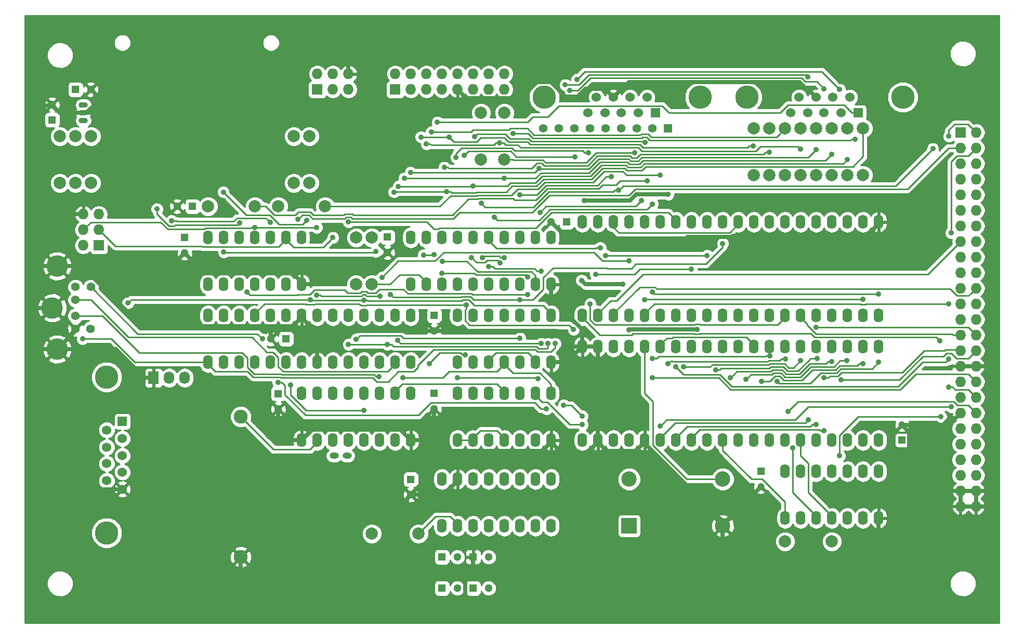
<source format=gbr>
G04 #@! TF.FileFunction,Copper,L2,Bot,Signal*
%FSLAX46Y46*%
G04 Gerber Fmt 4.6, Leading zero omitted, Abs format (unit mm)*
G04 Created by KiCad (PCBNEW 4.0.2+dfsg1-stable) date Sat 18 Nov 2017 01:56:56 PM CET*
%MOMM*%
G01*
G04 APERTURE LIST*
%ADD10C,0.100000*%
%ADD11R,1.727200X1.727200*%
%ADD12O,1.727200X1.727200*%
%ADD13C,3.810000*%
%ADD14R,1.524000X1.524000*%
%ADD15C,1.524000*%
%ADD16O,1.600000X2.300000*%
%ADD17C,2.286000*%
%ADD18R,1.300000X1.300000*%
%ADD19C,1.300000*%
%ADD20R,1.200000X1.200000*%
%ADD21C,1.200000*%
%ADD22C,1.422400*%
%ADD23C,3.497580*%
%ADD24C,1.998980*%
%ADD25R,1.397000X1.397000*%
%ADD26C,1.397000*%
%ADD27O,1.501140X0.899160*%
%ADD28O,1.501140X1.000760*%
%ADD29R,2.499360X2.499360*%
%ADD30C,2.499360*%
%ADD31R,1.727200X2.032000*%
%ADD32O,1.727200X2.032000*%
%ADD33C,0.889000*%
%ADD34C,0.635000*%
%ADD35C,0.254000*%
G04 APERTURE END LIST*
D10*
D11*
X215265000Y-65405000D03*
D12*
X217805000Y-65405000D03*
X215265000Y-67945000D03*
X217805000Y-67945000D03*
X215265000Y-70485000D03*
X217805000Y-70485000D03*
X215265000Y-73025000D03*
X217805000Y-73025000D03*
X215265000Y-75565000D03*
X217805000Y-75565000D03*
X215265000Y-78105000D03*
X217805000Y-78105000D03*
X215265000Y-80645000D03*
X217805000Y-80645000D03*
X215265000Y-83185000D03*
X217805000Y-83185000D03*
X215265000Y-85725000D03*
X217805000Y-85725000D03*
X215265000Y-88265000D03*
X217805000Y-88265000D03*
X215265000Y-90805000D03*
X217805000Y-90805000D03*
X215265000Y-93345000D03*
X217805000Y-93345000D03*
X215265000Y-95885000D03*
X217805000Y-95885000D03*
X215265000Y-98425000D03*
X217805000Y-98425000D03*
X215265000Y-100965000D03*
X217805000Y-100965000D03*
X215265000Y-103505000D03*
X217805000Y-103505000D03*
X215265000Y-106045000D03*
X217805000Y-106045000D03*
X215265000Y-108585000D03*
X217805000Y-108585000D03*
X215265000Y-111125000D03*
X217805000Y-111125000D03*
X215265000Y-113665000D03*
X217805000Y-113665000D03*
X215265000Y-116205000D03*
X217805000Y-116205000D03*
X215265000Y-118745000D03*
X217805000Y-118745000D03*
X215265000Y-121285000D03*
X217805000Y-121285000D03*
X215265000Y-123825000D03*
X217805000Y-123825000D03*
X215265000Y-126365000D03*
X217805000Y-126365000D03*
D11*
X110490000Y-58420000D03*
D12*
X110490000Y-55880000D03*
X113030000Y-58420000D03*
X113030000Y-55880000D03*
X115570000Y-58420000D03*
X115570000Y-55880000D03*
D13*
X172847000Y-59690000D03*
X147447000Y-59690000D03*
D14*
X165608000Y-62230000D03*
D15*
X162814000Y-62230000D03*
X160020000Y-62230000D03*
X157353000Y-62230000D03*
X154559000Y-62230000D03*
X155956000Y-59690000D03*
X158750000Y-59690000D03*
X161417000Y-59690000D03*
X164211000Y-59690000D03*
D16*
X201930000Y-80010000D03*
X199390000Y-80010000D03*
X196850000Y-80010000D03*
X194310000Y-80010000D03*
X191770000Y-80010000D03*
X189230000Y-80010000D03*
X186690000Y-80010000D03*
X184150000Y-80010000D03*
X181610000Y-80010000D03*
X179070000Y-80010000D03*
X176530000Y-80010000D03*
X173990000Y-80010000D03*
X171450000Y-80010000D03*
X168910000Y-80010000D03*
X166370000Y-80010000D03*
X163830000Y-80010000D03*
X161290000Y-80010000D03*
X158750000Y-80010000D03*
X156210000Y-80010000D03*
X153670000Y-80010000D03*
X153670000Y-95250000D03*
X156210000Y-95250000D03*
X158750000Y-95250000D03*
X161290000Y-95250000D03*
X163830000Y-95250000D03*
X166370000Y-95250000D03*
X168910000Y-95250000D03*
X171450000Y-95250000D03*
X173990000Y-95250000D03*
X176530000Y-95250000D03*
X179070000Y-95250000D03*
X181610000Y-95250000D03*
X184150000Y-95250000D03*
X186690000Y-95250000D03*
X189230000Y-95250000D03*
X191770000Y-95250000D03*
X194310000Y-95250000D03*
X196850000Y-95250000D03*
X199390000Y-95250000D03*
X201930000Y-95250000D03*
X133350000Y-115570000D03*
X135890000Y-115570000D03*
X138430000Y-115570000D03*
X140970000Y-115570000D03*
X143510000Y-115570000D03*
X146050000Y-115570000D03*
X148590000Y-115570000D03*
X148590000Y-107950000D03*
X146050000Y-107950000D03*
X143510000Y-107950000D03*
X140970000Y-107950000D03*
X138430000Y-107950000D03*
X135890000Y-107950000D03*
X133350000Y-107950000D03*
X130810000Y-129540000D03*
X133350000Y-129540000D03*
X135890000Y-129540000D03*
X138430000Y-129540000D03*
X140970000Y-129540000D03*
X143510000Y-129540000D03*
X146050000Y-129540000D03*
X148590000Y-129540000D03*
X148590000Y-121920000D03*
X146050000Y-121920000D03*
X143510000Y-121920000D03*
X140970000Y-121920000D03*
X138430000Y-121920000D03*
X135890000Y-121920000D03*
X133350000Y-121920000D03*
X130810000Y-121920000D03*
D17*
X98044000Y-134620000D03*
X98044000Y-111760000D03*
D18*
X151090000Y-80010000D03*
D19*
X148590000Y-80010000D03*
D18*
X104140000Y-107990000D03*
D19*
X104140000Y-110490000D03*
D18*
X88900000Y-82550000D03*
D19*
X88900000Y-85050000D03*
D18*
X129540000Y-95250000D03*
D19*
X129540000Y-97750000D03*
D18*
X129540000Y-107950000D03*
D19*
X129540000Y-110450000D03*
D18*
X67310000Y-63373000D03*
D19*
X67310000Y-60873000D03*
D18*
X71120000Y-58420000D03*
D19*
X73620000Y-58420000D03*
D18*
X121920000Y-82463000D03*
D19*
X121920000Y-84963000D03*
D18*
X105410000Y-99060000D03*
D19*
X102910000Y-99060000D03*
D20*
X205740000Y-115570000D03*
D21*
X205740000Y-113070000D03*
D20*
X182753000Y-120650000D03*
D21*
X182753000Y-123150000D03*
D18*
X125730000Y-121960000D03*
D19*
X125730000Y-124460000D03*
D18*
X130810000Y-134620000D03*
D19*
X133310000Y-134620000D03*
D18*
X135890000Y-139700000D03*
D19*
X138390000Y-139700000D03*
D18*
X135890000Y-134620000D03*
D19*
X138390000Y-134620000D03*
D18*
X130810000Y-139700000D03*
D19*
X133310000Y-139700000D03*
D16*
X92710000Y-102870000D03*
X95250000Y-102870000D03*
X97790000Y-102870000D03*
X100330000Y-102870000D03*
X102870000Y-102870000D03*
X105410000Y-102870000D03*
X107950000Y-102870000D03*
X110490000Y-102870000D03*
X113030000Y-102870000D03*
X115570000Y-102870000D03*
X118110000Y-102870000D03*
X120650000Y-102870000D03*
X123190000Y-102870000D03*
X125730000Y-102870000D03*
X125730000Y-95250000D03*
X123190000Y-95250000D03*
X120650000Y-95250000D03*
X118110000Y-95250000D03*
X115570000Y-95250000D03*
X113030000Y-95250000D03*
X110490000Y-95250000D03*
X107950000Y-95250000D03*
X105410000Y-95250000D03*
X102870000Y-95250000D03*
X100330000Y-95250000D03*
X97790000Y-95250000D03*
X95250000Y-95250000D03*
X92710000Y-95250000D03*
D13*
X76200000Y-105283000D03*
X76200000Y-130683000D03*
D14*
X78740000Y-112522000D03*
D15*
X78740000Y-115316000D03*
X78740000Y-118110000D03*
X78740000Y-120777000D03*
X78740000Y-123571000D03*
X76200000Y-122174000D03*
X76200000Y-119380000D03*
X76200000Y-116713000D03*
X76200000Y-113919000D03*
D11*
X74930000Y-83820000D03*
D12*
X72390000Y-83820000D03*
X74930000Y-81280000D03*
X72390000Y-81280000D03*
X74930000Y-78740000D03*
X72390000Y-78740000D03*
D22*
X71120000Y-95305880D03*
X71120000Y-92710000D03*
X71120000Y-97406460D03*
X71120000Y-90609420D03*
X73568560Y-97406460D03*
X73619360Y-90609420D03*
D23*
X68120260Y-87208360D03*
X67322700Y-94007940D03*
X68120260Y-100756720D03*
D13*
X205867000Y-59690000D03*
X180467000Y-59690000D03*
D14*
X198628000Y-62230000D03*
D15*
X195834000Y-62230000D03*
X193040000Y-62230000D03*
X190373000Y-62230000D03*
X187579000Y-62230000D03*
X188976000Y-59690000D03*
X191770000Y-59690000D03*
X194437000Y-59690000D03*
X197231000Y-59690000D03*
D24*
X106680000Y-66040000D03*
X106680000Y-73660000D03*
X73660000Y-66040000D03*
X73660000Y-73660000D03*
X71120000Y-66040000D03*
X71120000Y-73660000D03*
X109220000Y-66040000D03*
X109220000Y-73660000D03*
X68580000Y-66040000D03*
X68580000Y-73660000D03*
X199390000Y-64770000D03*
X199390000Y-72390000D03*
X196850000Y-64770000D03*
X196850000Y-72390000D03*
X194310000Y-64770000D03*
X194310000Y-72390000D03*
X191770000Y-64770000D03*
X191770000Y-72390000D03*
X189230000Y-64770000D03*
X189230000Y-72390000D03*
X186690000Y-64770000D03*
X186690000Y-72390000D03*
X184150000Y-64770000D03*
X184150000Y-72390000D03*
X181610000Y-64770000D03*
X181610000Y-72390000D03*
X104140000Y-77470000D03*
X111760000Y-77470000D03*
X92710000Y-77470000D03*
X100330000Y-77470000D03*
X186690000Y-132080000D03*
X194310000Y-132080000D03*
X119380000Y-130810000D03*
X127000000Y-130810000D03*
X137160000Y-62230000D03*
X137160000Y-69850000D03*
X140970000Y-62230000D03*
X140970000Y-69850000D03*
X119380000Y-90170000D03*
X119380000Y-82550000D03*
X116840000Y-90170000D03*
X116840000Y-82550000D03*
D25*
X167640000Y-64770000D03*
D26*
X165100000Y-64770000D03*
X162560000Y-64770000D03*
X160020000Y-64770000D03*
X157480000Y-64770000D03*
X154940000Y-64770000D03*
X152400000Y-64770000D03*
X149860000Y-64770000D03*
X147320000Y-64770000D03*
D16*
X125730000Y-90170000D03*
X128270000Y-90170000D03*
X130810000Y-90170000D03*
X133350000Y-90170000D03*
X135890000Y-90170000D03*
X138430000Y-90170000D03*
X140970000Y-90170000D03*
X143510000Y-90170000D03*
X146050000Y-90170000D03*
X148590000Y-90170000D03*
X148590000Y-82550000D03*
X146050000Y-82550000D03*
X143510000Y-82550000D03*
X140970000Y-82550000D03*
X138430000Y-82550000D03*
X135890000Y-82550000D03*
X133350000Y-82550000D03*
X130810000Y-82550000D03*
X128270000Y-82550000D03*
X125730000Y-82550000D03*
X133350000Y-102870000D03*
X135890000Y-102870000D03*
X138430000Y-102870000D03*
X140970000Y-102870000D03*
X143510000Y-102870000D03*
X146050000Y-102870000D03*
X148590000Y-102870000D03*
X148590000Y-95250000D03*
X146050000Y-95250000D03*
X143510000Y-95250000D03*
X140970000Y-95250000D03*
X138430000Y-95250000D03*
X135890000Y-95250000D03*
X133350000Y-95250000D03*
D27*
X72390000Y-62230000D03*
X72390000Y-63500000D03*
X72390000Y-60960000D03*
D16*
X107950000Y-115570000D03*
X110490000Y-115570000D03*
X113030000Y-115570000D03*
X115570000Y-115570000D03*
X118110000Y-115570000D03*
X120650000Y-115570000D03*
X123190000Y-115570000D03*
X125730000Y-115570000D03*
X125730000Y-107950000D03*
X123190000Y-107950000D03*
X120650000Y-107950000D03*
X118110000Y-107950000D03*
X115570000Y-107950000D03*
X113030000Y-107950000D03*
X110490000Y-107950000D03*
X107950000Y-107950000D03*
X186690000Y-128270000D03*
X189230000Y-128270000D03*
X191770000Y-128270000D03*
X194310000Y-128270000D03*
X196850000Y-128270000D03*
X199390000Y-128270000D03*
X201930000Y-128270000D03*
X201930000Y-120650000D03*
X199390000Y-120650000D03*
X196850000Y-120650000D03*
X194310000Y-120650000D03*
X191770000Y-120650000D03*
X189230000Y-120650000D03*
X186690000Y-120650000D03*
X201930000Y-100330000D03*
X199390000Y-100330000D03*
X196850000Y-100330000D03*
X194310000Y-100330000D03*
X191770000Y-100330000D03*
X189230000Y-100330000D03*
X186690000Y-100330000D03*
X184150000Y-100330000D03*
X181610000Y-100330000D03*
X179070000Y-100330000D03*
X176530000Y-100330000D03*
X173990000Y-100330000D03*
X171450000Y-100330000D03*
X168910000Y-100330000D03*
X166370000Y-100330000D03*
X163830000Y-100330000D03*
X161290000Y-100330000D03*
X158750000Y-100330000D03*
X156210000Y-100330000D03*
X153670000Y-100330000D03*
X153670000Y-115570000D03*
X156210000Y-115570000D03*
X158750000Y-115570000D03*
X161290000Y-115570000D03*
X163830000Y-115570000D03*
X166370000Y-115570000D03*
X168910000Y-115570000D03*
X171450000Y-115570000D03*
X173990000Y-115570000D03*
X176530000Y-115570000D03*
X179070000Y-115570000D03*
X181610000Y-115570000D03*
X184150000Y-115570000D03*
X186690000Y-115570000D03*
X189230000Y-115570000D03*
X191770000Y-115570000D03*
X194310000Y-115570000D03*
X196850000Y-115570000D03*
X199390000Y-115570000D03*
X201930000Y-115570000D03*
D28*
X115349020Y-118110000D03*
X113250980Y-118110000D03*
D29*
X161290000Y-129540000D03*
D30*
X176530000Y-129540000D03*
X176530000Y-121920000D03*
X161290000Y-121920000D03*
D16*
X92710000Y-90170000D03*
X95250000Y-90170000D03*
X97790000Y-90170000D03*
X100330000Y-90170000D03*
X102870000Y-90170000D03*
X105410000Y-90170000D03*
X107950000Y-90170000D03*
X107950000Y-82550000D03*
X105410000Y-82550000D03*
X102870000Y-82550000D03*
X100330000Y-82550000D03*
X97790000Y-82550000D03*
X95250000Y-82550000D03*
X92710000Y-82550000D03*
D11*
X123190000Y-58420000D03*
D12*
X123190000Y-55880000D03*
X125730000Y-58420000D03*
X125730000Y-55880000D03*
X128270000Y-58420000D03*
X128270000Y-55880000D03*
X130810000Y-58420000D03*
X130810000Y-55880000D03*
X133350000Y-58420000D03*
X133350000Y-55880000D03*
X135890000Y-58420000D03*
X135890000Y-55880000D03*
X138430000Y-58420000D03*
X138430000Y-55880000D03*
X140970000Y-58420000D03*
X140970000Y-55880000D03*
D18*
X90170000Y-77470000D03*
D19*
X87670000Y-77470000D03*
D31*
X83820000Y-105410000D03*
D32*
X86360000Y-105410000D03*
X88900000Y-105410000D03*
D33*
X201930042Y-50800000D03*
X150819521Y-82239521D03*
X89765000Y-73715000D03*
X96520000Y-73660000D03*
X167650921Y-75501520D03*
X153943785Y-76517458D03*
X153530770Y-89522770D03*
X161290000Y-97606530D03*
X160274000Y-90170000D03*
X172361771Y-97490171D03*
X213360000Y-106934001D03*
X213360000Y-93345000D03*
X72263000Y-99060000D03*
X149225000Y-99822000D03*
X159607171Y-74803022D03*
X137183339Y-76961980D03*
X210756500Y-68072000D03*
X187947785Y-116827755D03*
X154939996Y-93345000D03*
X213360000Y-66040000D03*
X166370000Y-113284000D03*
X213741000Y-110108996D03*
X213360004Y-102362000D03*
X168910000Y-103631996D03*
X165100000Y-105410000D03*
X107350736Y-79565469D03*
X212090000Y-111760000D03*
X118110000Y-110687546D03*
X106172000Y-106553000D03*
X152244006Y-97550484D03*
X134799337Y-93511675D03*
X195580000Y-118110000D03*
X211900816Y-99360949D03*
X213741000Y-81788000D03*
X184242434Y-101790398D03*
X165100000Y-102235000D03*
X186725551Y-102301181D03*
X167640000Y-103124002D03*
X189230000Y-102616000D03*
X170180000Y-103632000D03*
X175387000Y-104076470D03*
X191897000Y-102234948D03*
X177800006Y-105410000D03*
X194310000Y-102743000D03*
X196723000Y-102616000D03*
X180340000Y-105664000D03*
X182880000Y-105981469D03*
X199389998Y-103124000D03*
X185420000Y-105981469D03*
X201930000Y-102870000D03*
X190500000Y-112267994D03*
X191770000Y-97154998D03*
X191770000Y-113029994D03*
X193040000Y-105410000D03*
X193040000Y-114045992D03*
X195818086Y-105763753D03*
X101561497Y-99060000D03*
X120573245Y-105226537D03*
X146939000Y-99822000D03*
X173990000Y-85471000D03*
X157480000Y-85471000D03*
X123571004Y-99314000D03*
X100329992Y-80899000D03*
X110363000Y-91948000D03*
X110363000Y-80899000D03*
X161290000Y-86296520D03*
X120690208Y-92070382D03*
X121031000Y-89027000D03*
X118065784Y-92804874D03*
X109331540Y-92646480D03*
X79629000Y-93218000D03*
X148082000Y-99822002D03*
X113030000Y-82549984D03*
X121920000Y-99949000D03*
X115570008Y-99949000D03*
X153655227Y-111641814D03*
X147828000Y-110490000D03*
X150622000Y-109855000D03*
X104089850Y-106133475D03*
X187134480Y-110910338D03*
X128728376Y-103071086D03*
X181489689Y-67640948D03*
X127374535Y-66161763D03*
X131953000Y-66166996D03*
X134620000Y-101656490D03*
X131165490Y-71119887D03*
X184150000Y-68643520D03*
X129095480Y-65341520D03*
X128270000Y-67309997D03*
X140207308Y-67119469D03*
X189230000Y-68135520D03*
X125666500Y-71945500D03*
X146647699Y-71232630D03*
X144756840Y-88963531D03*
X191770000Y-68199000D03*
X130810000Y-88392004D03*
X124650500Y-72897996D03*
X140970000Y-85788520D03*
X137377961Y-85788520D03*
X140970000Y-72890876D03*
X194310000Y-68961000D03*
X135826500Y-74168000D03*
X123705677Y-74221728D03*
X135636000Y-85788520D03*
X140273083Y-86694491D03*
X196850000Y-69850000D03*
X130837673Y-86387673D03*
X122999500Y-75120500D03*
X131553323Y-75059049D03*
X115570000Y-80010000D03*
X163273671Y-76517540D03*
X146765690Y-78422531D03*
X158368998Y-72644000D03*
X143510004Y-75564980D03*
X156590992Y-84201000D03*
X154689018Y-68707065D03*
X133106594Y-69482868D03*
X163844554Y-66998112D03*
X136080520Y-66111286D03*
X127825520Y-85378259D03*
X129476541Y-85359599D03*
X130048000Y-63754000D03*
X152781000Y-56769000D03*
X195579998Y-58420000D03*
X152485800Y-69405575D03*
X134421055Y-69133277D03*
X151638000Y-58547000D03*
X193040000Y-58292996D03*
X138430000Y-87305433D03*
X146938969Y-88014368D03*
X150876000Y-57658000D03*
X190373012Y-56324520D03*
X143510000Y-98932996D03*
X142351048Y-65611947D03*
X116840004Y-99123480D03*
X198120000Y-66548000D03*
X108764920Y-79714181D03*
X95186500Y-75120500D03*
X102824056Y-80083081D03*
X86741000Y-79819500D03*
X97837693Y-80184022D03*
X84391986Y-77890117D03*
X166370006Y-72390000D03*
X164239978Y-73278959D03*
X139367930Y-79248020D03*
X165100016Y-77089000D03*
X165100000Y-91440000D03*
X201930000Y-91757520D03*
X162154439Y-68707065D03*
X163830000Y-92710000D03*
X199390000Y-92583040D03*
X144780000Y-91821000D03*
X99060000Y-91440000D03*
X95250000Y-84906570D03*
X176530000Y-83502531D03*
X143510010Y-92710000D03*
X122427992Y-91821000D03*
X120015000Y-84836000D03*
X171450000Y-87693520D03*
X155829000Y-88519006D03*
X153670000Y-113029998D03*
X146431000Y-105537000D03*
X133350000Y-105410000D03*
X124460000Y-105410000D03*
D34*
X201930042Y-47879042D02*
X201930042Y-50171383D01*
X201930000Y-47879000D02*
X201930042Y-47879042D01*
X201930042Y-50171383D02*
X201930042Y-50800000D01*
X83820000Y-105410000D02*
X82321400Y-105410000D01*
X82321400Y-105410000D02*
X77668120Y-100756720D01*
X77668120Y-100756720D02*
X70593422Y-100756720D01*
X70593422Y-100756720D02*
X68120260Y-100756720D01*
X190766906Y-58928001D02*
X191008001Y-58928001D01*
X174035721Y-57213499D02*
X174035755Y-57213533D01*
X181655721Y-57213499D02*
X181655755Y-57213533D01*
X191008001Y-58928001D02*
X191770000Y-59690000D01*
X189052438Y-57213533D02*
X190766906Y-58928001D01*
X174035755Y-57213533D02*
X179278245Y-57213533D01*
X161226467Y-57213533D02*
X171658245Y-57213533D01*
X171658245Y-57213533D02*
X171658279Y-57213499D01*
X171658279Y-57213499D02*
X174035721Y-57213499D01*
X179278279Y-57213499D02*
X181655721Y-57213499D01*
X179278245Y-57213533D02*
X179278279Y-57213499D01*
X181655755Y-57213533D02*
X189052438Y-57213533D01*
X158750000Y-59690000D02*
X161226467Y-57213533D01*
X157353001Y-58293001D02*
X157988001Y-58928001D01*
X154185022Y-58293001D02*
X157353001Y-58293001D01*
X150896319Y-59563001D02*
X152915022Y-59563001D01*
X157988001Y-58928001D02*
X158750000Y-59690000D01*
X146258279Y-57213499D02*
X148546817Y-57213499D01*
X133350000Y-58420000D02*
X134785101Y-59855101D01*
X148546817Y-57213499D02*
X150896319Y-59563001D01*
X143616677Y-59855101D02*
X146258279Y-57213499D01*
X134785101Y-59855101D02*
X143616677Y-59855101D01*
X152915022Y-59563001D02*
X154185022Y-58293001D01*
X149312000Y-97750000D02*
X151892000Y-100330000D01*
X151892000Y-100330000D02*
X153670000Y-100330000D01*
X129540000Y-97750000D02*
X149312000Y-97750000D01*
X153670000Y-98545000D02*
X153670000Y-100330000D01*
X148590000Y-90170000D02*
X148590000Y-92459608D01*
X148590000Y-92459608D02*
X153670000Y-97539608D01*
X153670000Y-97539608D02*
X153670000Y-98545000D01*
X81943338Y-97035000D02*
X102870000Y-97035000D01*
X102870000Y-97035000D02*
X106515000Y-97035000D01*
X102910000Y-99060000D02*
X102910000Y-98140762D01*
X102910000Y-98140762D02*
X102870000Y-98100762D01*
X102870000Y-98100762D02*
X102870000Y-97035000D01*
X115570000Y-55880000D02*
X115570000Y-48133000D01*
X200050479Y-82239521D02*
X201930000Y-80360000D01*
X178178322Y-82239521D02*
X200050479Y-82239521D01*
X170546958Y-82684020D02*
X170808002Y-82422977D01*
X201930000Y-80360000D02*
X201930000Y-80010000D01*
X151264020Y-82684020D02*
X170546958Y-82684020D01*
X177994866Y-82422977D02*
X178178322Y-82239521D01*
X150819521Y-82239521D02*
X151264020Y-82684020D01*
X170808002Y-82422977D02*
X177994866Y-82422977D01*
X129540000Y-97750000D02*
X110490000Y-97750000D01*
X110490000Y-97750000D02*
X110100000Y-97750000D01*
X110490000Y-102870000D02*
X110490000Y-101085000D01*
X110490000Y-101085000D02*
X110490000Y-97750000D01*
X133350000Y-121920000D02*
X133350000Y-122270000D01*
X133350000Y-122270000D02*
X131160000Y-124460000D01*
X131160000Y-124460000D02*
X126649238Y-124460000D01*
X126649238Y-124460000D02*
X125730000Y-124460000D01*
X125730000Y-124460000D02*
X129540000Y-120650000D01*
X129540000Y-120650000D02*
X129540000Y-118992000D01*
X134620000Y-137175000D02*
X134620000Y-144780000D01*
X135890000Y-134620000D02*
X135890000Y-135905000D01*
X135890000Y-135905000D02*
X134620000Y-137175000D01*
X125730000Y-124460000D02*
X125080001Y-125109999D01*
X125080001Y-125109999D02*
X125080001Y-144765001D01*
X215265000Y-111125000D02*
X214401401Y-111988599D01*
X213512401Y-111988599D02*
X212431000Y-113070000D01*
X214401401Y-111988599D02*
X213512401Y-111988599D01*
X212431000Y-113070000D02*
X205740000Y-113070000D01*
X215265000Y-103545000D02*
X215265000Y-103505000D01*
X219026314Y-103505000D02*
X220345000Y-103505000D01*
X217805000Y-103505000D02*
X219026314Y-103505000D01*
X215265000Y-103505000D02*
X217805000Y-103505000D01*
X217805000Y-103505000D02*
X217932000Y-103632000D01*
X107950000Y-89820000D02*
X107950000Y-90170000D01*
X92235000Y-88385000D02*
X106515000Y-88385000D01*
X88900000Y-85050000D02*
X92235000Y-88385000D01*
X106515000Y-88385000D02*
X107950000Y-89820000D01*
X121920000Y-84963000D02*
X119253000Y-87630000D01*
X119253000Y-87630000D02*
X111925000Y-87630000D01*
X111925000Y-87630000D02*
X109385000Y-90170000D01*
X109385000Y-90170000D02*
X107950000Y-90170000D01*
X129540000Y-118992000D02*
X129540000Y-117221000D01*
X129540000Y-115570000D02*
X129540000Y-117221000D01*
X129540000Y-117221000D02*
X129674000Y-117355000D01*
X147155000Y-117355000D02*
X148590000Y-115920000D01*
X129674000Y-117355000D02*
X147155000Y-117355000D01*
X129540000Y-110450000D02*
X129540000Y-115570000D01*
X127165000Y-115570000D02*
X129540000Y-115570000D01*
X109671510Y-113848490D02*
X124008490Y-113848490D01*
X124008490Y-113848490D02*
X125730000Y-115570000D01*
X107950000Y-115570000D02*
X109671510Y-113848490D01*
X110100000Y-97750000D02*
X107950000Y-95600000D01*
X107950000Y-95600000D02*
X107950000Y-95250000D01*
X148590000Y-80010000D02*
X150819521Y-82239521D01*
X88900000Y-85050000D02*
X86741640Y-87208360D01*
X86741640Y-87208360D02*
X72176640Y-87208360D01*
X72176640Y-87208360D02*
X72116698Y-87208360D01*
X156210000Y-115570000D02*
X156210000Y-102115000D01*
X156210000Y-102115000D02*
X156210000Y-100330000D01*
X215265000Y-123825000D02*
X214043686Y-123825000D01*
X214043686Y-123825000D02*
X206911501Y-116692815D01*
X206911501Y-116692815D02*
X206911501Y-114241501D01*
X206911501Y-114241501D02*
X206339999Y-113669999D01*
X206339999Y-113669999D02*
X205740000Y-113070000D01*
X150653001Y-117983001D02*
X154146999Y-117983001D01*
X148590000Y-115920000D02*
X150653001Y-117983001D01*
X154146999Y-117983001D02*
X156210000Y-115920000D01*
X68120260Y-87208360D02*
X72116698Y-87208360D01*
X72116698Y-87208360D02*
X81943338Y-97035000D01*
X106515000Y-97035000D02*
X107950000Y-95600000D01*
X104140000Y-110490000D02*
X104140000Y-113195000D01*
X104140000Y-113195000D02*
X106515000Y-115570000D01*
X106515000Y-115570000D02*
X107950000Y-115570000D01*
X89765000Y-73715000D02*
X78280000Y-62230000D01*
X78280000Y-62230000D02*
X72390000Y-62230000D01*
X96520000Y-73660000D02*
X89820000Y-73660000D01*
X89820000Y-73660000D02*
X89765000Y-73715000D01*
X72390000Y-62230000D02*
X72865029Y-62230000D01*
X72865029Y-62230000D02*
X74269999Y-60825030D01*
X74269999Y-60825030D02*
X74269999Y-59069999D01*
X74269999Y-59069999D02*
X73620000Y-58420000D01*
X67310000Y-61000000D02*
X68540000Y-62230000D01*
X68540000Y-62230000D02*
X72390000Y-62230000D01*
X67310000Y-61000000D02*
X63540000Y-61000000D01*
X72390000Y-78740000D02*
X63627000Y-78740000D01*
X148590000Y-102870000D02*
X151130000Y-102870000D01*
X151130000Y-102870000D02*
X153670000Y-100330000D01*
X71120000Y-97406460D02*
X71120000Y-97756980D01*
X71120000Y-97756980D02*
X68120260Y-100756720D01*
X68120260Y-87208360D02*
X63540640Y-87208360D01*
X65601378Y-100711000D02*
X63500000Y-100711000D01*
X68120260Y-100756720D02*
X65647098Y-100756720D01*
X65647098Y-100756720D02*
X65601378Y-100711000D01*
X67322700Y-94007940D02*
X63527940Y-94007940D01*
X148590000Y-115570000D02*
X148590000Y-115920000D01*
X156210000Y-115920000D02*
X156210000Y-115570000D01*
X125730000Y-115570000D02*
X127165000Y-115570000D01*
X182753000Y-123150000D02*
X176530000Y-129373000D01*
X176530000Y-129373000D02*
X176530000Y-129540000D01*
X98044000Y-136236446D02*
X98044000Y-144018000D01*
X98044000Y-134620000D02*
X98044000Y-136236446D01*
X77662370Y-123571000D02*
X64135000Y-123571000D01*
X78740000Y-123571000D02*
X77662370Y-123571000D01*
X176530000Y-129540000D02*
X176530000Y-128778000D01*
X176530000Y-128778000D02*
X163830000Y-116078000D01*
X163830000Y-116078000D02*
X163830000Y-115570000D01*
X156210000Y-115920000D02*
X157638000Y-117348000D01*
X157638000Y-117348000D02*
X162402000Y-117348000D01*
X162402000Y-117348000D02*
X163830000Y-115920000D01*
X163830000Y-115920000D02*
X163830000Y-115570000D01*
X201930000Y-127920000D02*
X201930000Y-128270000D01*
X153670000Y-100330000D02*
X156210000Y-100330000D01*
X215265000Y-126365000D02*
X215265000Y-123825000D01*
X217805000Y-126365000D02*
X217805000Y-123825000D01*
X219026314Y-126365000D02*
X220472000Y-126365000D01*
X217805000Y-126365000D02*
X219026314Y-126365000D01*
X215265000Y-126365000D02*
X217805000Y-126365000D01*
X219026314Y-123825000D02*
X220472000Y-123825000D01*
X217805000Y-123825000D02*
X219026314Y-123825000D01*
X215265000Y-123825000D02*
X217805000Y-123825000D01*
X201930000Y-128270000D02*
X201930000Y-143383000D01*
X176530000Y-131307314D02*
X176530000Y-143510000D01*
X176530000Y-129540000D02*
X176530000Y-131307314D01*
X153943785Y-76517458D02*
X161452384Y-76517458D01*
X161452384Y-76517458D02*
X162468322Y-75501520D01*
X167022304Y-75501520D02*
X167650921Y-75501520D01*
X162468322Y-75501520D02*
X167022304Y-75501520D01*
X154178000Y-90170000D02*
X153975269Y-89967269D01*
X153975269Y-89967269D02*
X153530770Y-89522770D01*
X160274000Y-90170000D02*
X154178000Y-90170000D01*
X161290000Y-97606530D02*
X161415400Y-97481130D01*
X172352730Y-97481130D02*
X172361771Y-97490171D01*
X161415400Y-97481130D02*
X172352730Y-97481130D01*
D35*
X216535000Y-107315000D02*
X214369616Y-107315000D01*
X214369616Y-107315000D02*
X213988617Y-106934001D01*
X217805000Y-108585000D02*
X216535000Y-107315000D01*
X213988617Y-106934001D02*
X213360000Y-106934001D01*
X212731383Y-93345000D02*
X213360000Y-93345000D01*
X199786242Y-93408542D02*
X199849784Y-93345000D01*
X198930216Y-93345000D02*
X198993758Y-93408542D01*
X198993758Y-93408542D02*
X199786242Y-93408542D01*
X165385000Y-93345000D02*
X198930216Y-93345000D01*
X163830000Y-94900000D02*
X165385000Y-93345000D01*
X199849784Y-93345000D02*
X212731383Y-93345000D01*
X163830000Y-95250000D02*
X163830000Y-94900000D01*
X123686200Y-104394000D02*
X125233800Y-104394000D01*
X119020042Y-105417030D02*
X119027071Y-105410001D01*
X116487071Y-105410001D02*
X117192929Y-105410001D01*
X111407071Y-105410001D02*
X112112929Y-105410001D01*
X119027071Y-105410001D02*
X119534966Y-105410001D01*
X92710000Y-103220000D02*
X93891010Y-104401010D01*
X113940042Y-105417030D02*
X113947071Y-105410001D01*
X149225000Y-100450617D02*
X149225000Y-99822000D01*
X99122374Y-104401010D02*
X100029243Y-105307879D01*
X120177003Y-106052038D02*
X122028162Y-106052038D01*
X122028162Y-106052038D02*
X123686200Y-104394000D01*
X104390807Y-105307879D02*
X104499958Y-105417030D01*
X117192929Y-105410001D02*
X117199961Y-105417031D01*
X100029243Y-105307879D02*
X104390807Y-105307879D01*
X93891010Y-104401010D02*
X99122374Y-104401010D01*
X112112929Y-105410001D02*
X112119961Y-105417031D01*
X146007790Y-100830970D02*
X146332333Y-101155513D01*
X111400042Y-105417030D02*
X111407071Y-105410001D01*
X112119961Y-105417031D02*
X113940042Y-105417030D01*
X113947071Y-105410001D02*
X114652929Y-105410001D01*
X125233800Y-104394000D02*
X125240810Y-104401010D01*
X104499958Y-105417030D02*
X111400042Y-105417030D01*
X125240810Y-104401010D02*
X126219190Y-104401010D01*
X114652929Y-105410001D02*
X114659961Y-105417031D01*
X114659961Y-105417031D02*
X116480042Y-105417030D01*
X126911010Y-103709190D02*
X126911010Y-103339990D01*
X126219190Y-104401010D02*
X126911010Y-103709190D01*
X129420030Y-100830970D02*
X146007790Y-100830970D01*
X116480042Y-105417030D02*
X116487071Y-105410001D01*
X92710000Y-102870000D02*
X92710000Y-103220000D01*
X117199961Y-105417031D02*
X119020042Y-105417030D01*
X119534966Y-105410001D02*
X120177003Y-106052038D01*
X126911010Y-103339990D02*
X129420030Y-100830970D01*
X148520104Y-101155513D02*
X149225000Y-100450617D01*
X146332333Y-101155513D02*
X148520104Y-101155513D01*
X72891617Y-99060000D02*
X72263000Y-99060000D01*
X76962000Y-99060000D02*
X72891617Y-99060000D01*
X80772000Y-102870000D02*
X76962000Y-99060000D01*
X92710000Y-102870000D02*
X80772000Y-102870000D01*
X210756500Y-68072000D02*
X204724011Y-74104489D01*
X160051670Y-74358523D02*
X159607171Y-74803022D01*
X160305704Y-74104489D02*
X160051670Y-74358523D01*
X204724011Y-74104489D02*
X160305704Y-74104489D01*
X137183339Y-76961980D02*
X137818349Y-77596990D01*
X148191052Y-75056989D02*
X158724587Y-75056989D01*
X158978554Y-74803022D02*
X159607171Y-74803022D01*
X137818349Y-77596990D02*
X145651051Y-77596990D01*
X145651051Y-77596990D02*
X148191052Y-75056989D01*
X158724587Y-75056989D02*
X158978554Y-74803022D01*
X191770000Y-127920000D02*
X187947785Y-124097785D01*
X187947785Y-117456372D02*
X187947785Y-116827755D01*
X191770000Y-128270000D02*
X191770000Y-127920000D01*
X187947785Y-124097785D02*
X187947785Y-117456372D01*
X154939996Y-93973617D02*
X154939996Y-93345000D01*
X155720810Y-96781010D02*
X154939996Y-96000196D01*
X154939996Y-96000196D02*
X154939996Y-93973617D01*
X160012990Y-96781010D02*
X155720810Y-96781010D01*
X160020000Y-96774000D02*
X160012990Y-96781010D01*
X160027010Y-96781010D02*
X160020000Y-96774000D01*
X139148436Y-58420000D02*
X138430000Y-58420000D01*
X213360000Y-65411383D02*
X213360000Y-66040000D01*
X213360000Y-65030383D02*
X213360000Y-65411383D01*
X214318882Y-64071501D02*
X213360000Y-65030383D01*
X216471501Y-64071501D02*
X214318882Y-64071501D01*
X217805000Y-65405000D02*
X216471501Y-64071501D01*
X161779190Y-96781010D02*
X160027010Y-96781010D01*
X186690000Y-95600000D02*
X185508990Y-96781010D01*
X162313010Y-96781010D02*
X162306000Y-96774000D01*
X171939190Y-96781010D02*
X162313010Y-96781010D01*
X185508990Y-96781010D02*
X172935551Y-96781010D01*
X172935551Y-96781010D02*
X172794499Y-96639958D01*
X172794499Y-96639958D02*
X172080242Y-96639958D01*
X172080242Y-96639958D02*
X171939190Y-96781010D01*
X186690000Y-95250000D02*
X186690000Y-95600000D01*
X161786200Y-96774000D02*
X161779190Y-96781010D01*
X162306000Y-96774000D02*
X161786200Y-96774000D01*
X156210000Y-94900000D02*
X156210000Y-95250000D01*
X158273000Y-92837000D02*
X156210000Y-94900000D01*
X159258000Y-92837000D02*
X158273000Y-92837000D01*
X163575978Y-88519022D02*
X159258000Y-92837000D01*
X215265000Y-83185000D02*
X209930978Y-88519022D01*
X209930978Y-88519022D02*
X163575978Y-88519022D01*
X166814499Y-112839501D02*
X166370000Y-113284000D01*
X167386000Y-112268000D02*
X166814499Y-112839501D01*
X190500004Y-110108996D02*
X188341000Y-112268000D01*
X213741000Y-110108996D02*
X190500004Y-110108996D01*
X188341000Y-112268000D02*
X167386000Y-112268000D01*
X209105497Y-102806503D02*
X212915501Y-102806503D01*
X205105011Y-106806989D02*
X209105497Y-102806503D01*
X178010425Y-106806989D02*
X205105011Y-106806989D01*
X176105425Y-104901989D02*
X178010425Y-106806989D01*
X170179993Y-104901989D02*
X176105425Y-104901989D01*
X168910000Y-103631996D02*
X170179993Y-104901989D01*
X212915505Y-102806499D02*
X213360004Y-102362000D01*
X212915501Y-102806503D02*
X212915505Y-102806499D01*
X158750000Y-95250000D02*
X158750000Y-94900000D01*
X158750000Y-94900000D02*
X163035502Y-90614498D01*
X163035502Y-90614498D02*
X165496242Y-90614498D01*
X165496242Y-90614498D02*
X165813744Y-90932000D01*
X165813744Y-90932000D02*
X213549990Y-90932000D01*
X213549990Y-90932000D02*
X214667591Y-92049601D01*
X214667591Y-92049601D02*
X216560399Y-92049601D01*
X216560399Y-92049601D02*
X216941401Y-91668599D01*
X216941401Y-91668599D02*
X217805000Y-90805000D01*
X208026000Y-104775000D02*
X205486000Y-107315000D01*
X216535000Y-104775000D02*
X208026000Y-104775000D01*
X205486000Y-107315000D02*
X177800000Y-107315000D01*
X177800000Y-107315000D02*
X175895000Y-105410000D01*
X175895000Y-105410000D02*
X165100000Y-105410000D01*
X217805000Y-106045000D02*
X216535000Y-104775000D01*
X158750000Y-100330000D02*
X158750000Y-99980000D01*
X213296500Y-67945000D02*
X206629000Y-74612500D01*
X109711001Y-79438520D02*
X109161161Y-78888680D01*
X114919738Y-79438520D02*
X109711001Y-79438520D01*
X115173759Y-79184499D02*
X114919738Y-79438520D01*
X115966241Y-79184499D02*
X115173759Y-79184499D01*
X206629000Y-74612500D02*
X162297616Y-74612500D01*
X162297616Y-74612500D02*
X161281592Y-75628524D01*
X133667500Y-78422500D02*
X132651480Y-79438520D01*
X132651480Y-79438520D02*
X116220262Y-79438520D01*
X215265000Y-67945000D02*
X213296500Y-67945000D01*
X107795235Y-79120970D02*
X107350736Y-79565469D01*
X161281592Y-75628524D02*
X148337953Y-75628524D01*
X148337953Y-75628524D02*
X145543977Y-78422500D01*
X145543977Y-78422500D02*
X133667500Y-78422500D01*
X116220262Y-79438520D02*
X115966241Y-79184499D01*
X108027525Y-78888680D02*
X107795235Y-79120970D01*
X109161161Y-78888680D02*
X108027525Y-78888680D01*
X198634383Y-111760000D02*
X211461383Y-111760000D01*
X195580000Y-114814383D02*
X198634383Y-111760000D01*
X211461383Y-111760000D02*
X212090000Y-111760000D01*
X195580000Y-118110000D02*
X195580000Y-114814383D01*
X106172000Y-108192200D02*
X108667346Y-110687546D01*
X108667346Y-110687546D02*
X117481383Y-110687546D01*
X117481383Y-110687546D02*
X118110000Y-110687546D01*
X106172000Y-106553000D02*
X106172000Y-108192200D01*
X151799507Y-97105985D02*
X152244006Y-97550484D01*
X135302014Y-96821014D02*
X151514536Y-96821014D01*
X151514536Y-96821014D02*
X151799507Y-97105985D01*
X134556501Y-94383128D02*
X134556501Y-96075501D01*
X134799337Y-94140292D02*
X134556501Y-94383128D01*
X134799337Y-93511675D02*
X134799337Y-94140292D01*
X134556501Y-96075501D02*
X135302014Y-96821014D01*
X134170720Y-93511675D02*
X134799337Y-93511675D01*
X108559180Y-93345000D02*
X108686180Y-93472000D01*
X108686180Y-93472000D02*
X110060742Y-93472000D01*
X101885000Y-93345000D02*
X108559180Y-93345000D01*
X118580727Y-93511675D02*
X134170720Y-93511675D01*
X100330000Y-95250000D02*
X100330000Y-94900000D01*
X100330000Y-94900000D02*
X101885000Y-93345000D01*
X110060742Y-93472000D02*
X110187742Y-93345000D01*
X110187742Y-93345000D02*
X117293143Y-93345000D01*
X117293143Y-93345000D02*
X117459818Y-93511675D01*
X117459818Y-93511675D02*
X117550841Y-93511675D01*
X117550841Y-93511675D02*
X117669542Y-93630376D01*
X118462026Y-93630376D02*
X118580727Y-93511675D01*
X117669542Y-93630376D02*
X118462026Y-93630376D01*
X172902686Y-98171000D02*
X190881000Y-98171000D01*
X172758013Y-98315673D02*
X172902686Y-98171000D01*
X171965529Y-98315673D02*
X172758013Y-98315673D01*
X161937963Y-98180311D02*
X171830167Y-98180311D01*
X161686242Y-98432032D02*
X161937963Y-98180311D01*
X156502032Y-98432032D02*
X161686242Y-98432032D01*
X171830167Y-98180311D02*
X171965529Y-98315673D01*
X191508990Y-98798990D02*
X211338857Y-98798990D01*
X190881000Y-98171000D02*
X191508990Y-98798990D01*
X153670000Y-95600000D02*
X156502032Y-98432032D01*
X153670000Y-95250000D02*
X153670000Y-95600000D01*
X211338857Y-98798990D02*
X211456317Y-98916450D01*
X211456317Y-98916450D02*
X211900816Y-99360949D01*
X213741000Y-81159383D02*
X213741000Y-81788000D01*
X213741000Y-70166990D02*
X213741000Y-81159383D01*
X214667591Y-69240399D02*
X213741000Y-70166990D01*
X216509601Y-69240399D02*
X214667591Y-69240399D01*
X217805000Y-67945000D02*
X216509601Y-69240399D01*
X183613817Y-101790398D02*
X184242434Y-101790398D01*
X166046219Y-101917398D02*
X183486817Y-101917398D01*
X183486817Y-101917398D02*
X183613817Y-101790398D01*
X165728617Y-102235000D02*
X166046219Y-101917398D01*
X165100000Y-102235000D02*
X165728617Y-102235000D01*
X183844589Y-102742958D02*
X183971629Y-102615918D01*
X186096934Y-102301181D02*
X186725551Y-102301181D01*
X183971629Y-102615918D02*
X185782197Y-102615918D01*
X168402041Y-102742959D02*
X183844589Y-102742958D01*
X168084499Y-102679503D02*
X168338585Y-102679503D01*
X185782197Y-102615918D02*
X186096934Y-102301181D01*
X168338585Y-102679503D02*
X168402041Y-102742959D01*
X167640000Y-103124002D02*
X168084499Y-102679503D01*
X189230000Y-102616000D02*
X188087076Y-103758924D01*
X184182055Y-103123928D02*
X184055014Y-103250969D01*
X170808617Y-103632000D02*
X170180000Y-103632000D01*
X174879031Y-103250969D02*
X174498000Y-103632000D01*
X184055014Y-103250969D02*
X174879031Y-103250969D01*
X188087076Y-103758924D02*
X187292937Y-103758924D01*
X187292937Y-103758924D02*
X186657938Y-103123927D01*
X174498000Y-103632000D02*
X170808617Y-103632000D01*
X186657938Y-103123927D02*
X184182055Y-103123928D01*
X188800808Y-104266935D02*
X187082514Y-104266935D01*
X191897000Y-102234948D02*
X190832796Y-102234948D01*
X184138482Y-103885937D02*
X176206150Y-103885937D01*
X190515286Y-102552457D02*
X188800808Y-104266935D01*
X176206150Y-103885937D02*
X176015617Y-104076470D01*
X176015617Y-104076470D02*
X175387000Y-104076470D01*
X186447514Y-103631937D02*
X184392481Y-103631938D01*
X187082514Y-104266935D02*
X186447514Y-103631937D01*
X190832796Y-102234948D02*
X190515286Y-102552457D01*
X184392481Y-103631938D02*
X184138482Y-103885937D01*
X193363916Y-103060467D02*
X190725712Y-103060467D01*
X190725712Y-103060467D02*
X189011233Y-104774946D01*
X194310000Y-102743000D02*
X193681383Y-102743000D01*
X178244505Y-104965501D02*
X177800006Y-105410000D01*
X189011233Y-104774946D02*
X186872091Y-104774946D01*
X186872091Y-104774946D02*
X186237090Y-104139947D01*
X193681383Y-102743000D02*
X193363916Y-103060467D01*
X178816059Y-104393947D02*
X178244505Y-104965501D01*
X184602907Y-104139948D02*
X184348909Y-104393946D01*
X186237090Y-104139947D02*
X184602907Y-104139948D01*
X184348909Y-104393946D02*
X178816059Y-104393947D01*
X190936138Y-103568477D02*
X189221658Y-105282957D01*
X194706241Y-103568501D02*
X193730117Y-103568501D01*
X181102043Y-104901957D02*
X180784499Y-105219501D01*
X186661666Y-105282957D02*
X186026666Y-104647957D01*
X184559334Y-104901957D02*
X181102043Y-104901957D01*
X184813333Y-104647958D02*
X184559334Y-104901957D01*
X186026666Y-104647957D02*
X184813333Y-104647958D01*
X189221658Y-105282957D02*
X186661666Y-105282957D01*
X193730092Y-103568476D02*
X190936138Y-103568477D01*
X193730117Y-103568501D02*
X193730092Y-103568476D01*
X196723000Y-102616000D02*
X195658742Y-102616000D01*
X195658742Y-102616000D02*
X194706241Y-103568501D01*
X180784499Y-105219501D02*
X180340000Y-105664000D01*
X189432083Y-105790968D02*
X186451241Y-105790968D01*
X195551676Y-103441502D02*
X194916666Y-104076512D01*
X185023759Y-105155968D02*
X184198258Y-105981469D01*
X184198258Y-105981469D02*
X183508617Y-105981469D01*
X185816241Y-105155968D02*
X185023759Y-105155968D01*
X193519667Y-104076487D02*
X191146564Y-104076487D01*
X199389998Y-103124000D02*
X198761381Y-103124000D01*
X186451241Y-105790968D02*
X185816241Y-105155968D01*
X183508617Y-105981469D02*
X182880000Y-105981469D01*
X193519692Y-104076512D02*
X193519667Y-104076487D01*
X198761381Y-103124000D02*
X198443879Y-103441502D01*
X194916666Y-104076512D02*
X193519692Y-104076512D01*
X198443879Y-103441502D02*
X195551676Y-103441502D01*
X191146564Y-104076487D02*
X189432083Y-105790968D01*
X193309267Y-104584523D02*
X193309242Y-104584498D01*
X185737509Y-106298978D02*
X185420000Y-105981469D01*
X192516758Y-104584498D02*
X190802278Y-106298978D01*
X195127091Y-104584523D02*
X193309267Y-104584523D01*
X195762102Y-103949512D02*
X195127091Y-104584523D01*
X200850488Y-103949512D02*
X195762102Y-103949512D01*
X190802278Y-106298978D02*
X185737509Y-106298978D01*
X201930000Y-102870000D02*
X200850488Y-103949512D01*
X193309242Y-104584498D02*
X192516758Y-104584498D01*
X189230000Y-95600000D02*
X189230000Y-95250000D01*
X190284000Y-96654000D02*
X189230000Y-95600000D01*
X190284000Y-96855564D02*
X190284000Y-96654000D01*
X191719415Y-98290979D02*
X190284000Y-96855564D01*
X213909665Y-98290979D02*
X191719415Y-98290979D01*
X214043686Y-98425000D02*
X213909665Y-98290979D01*
X215265000Y-98425000D02*
X214043686Y-98425000D01*
X215265000Y-98425000D02*
X215265000Y-98301692D01*
X168813989Y-112776011D02*
X189991983Y-112776011D01*
X189991983Y-112776011D02*
X190055501Y-112712493D01*
X166370000Y-115220000D02*
X168813989Y-112776011D01*
X166370000Y-115570000D02*
X166370000Y-115220000D01*
X190055501Y-112712493D02*
X190500000Y-112267994D01*
X217805000Y-98425000D02*
X216534998Y-97154998D01*
X216534998Y-97154998D02*
X192398617Y-97154998D01*
X192398617Y-97154998D02*
X191770000Y-97154998D01*
X215265000Y-100965000D02*
X215138000Y-100838000D01*
X215138000Y-100838000D02*
X212816822Y-100838000D01*
X195337516Y-105092534D02*
X193986083Y-105092534D01*
X212816822Y-100838000D02*
X212689822Y-100965000D01*
X209387822Y-100965000D02*
X205831822Y-104521000D01*
X212689822Y-100965000D02*
X209387822Y-100965000D01*
X195909050Y-104521000D02*
X195337516Y-105092534D01*
X205831822Y-104521000D02*
X195909050Y-104521000D01*
X193986083Y-105092534D02*
X193668617Y-105410000D01*
X193668617Y-105410000D02*
X193040000Y-105410000D01*
X191141383Y-113029994D02*
X191770000Y-113029994D01*
X190823878Y-113347499D02*
X191141383Y-113029994D01*
X170782501Y-113347499D02*
X190823878Y-113347499D01*
X168910000Y-115570000D02*
X168910000Y-115220000D01*
X168910000Y-115220000D02*
X170782501Y-113347499D01*
X215265000Y-100965000D02*
X215244554Y-100965000D01*
X212455759Y-101917499D02*
X209153759Y-101917499D01*
X217805000Y-100965000D02*
X216535000Y-102235000D01*
X213756241Y-101409499D02*
X212963759Y-101409499D01*
X214581742Y-102235000D02*
X213756241Y-101409499D01*
X205307505Y-105763753D02*
X196446703Y-105763753D01*
X212963759Y-101409499D02*
X212455759Y-101917499D01*
X216535000Y-102235000D02*
X214581742Y-102235000D01*
X196446703Y-105763753D02*
X195818086Y-105763753D01*
X209153759Y-101917499D02*
X205307505Y-105763753D01*
X172814499Y-113855501D02*
X192220892Y-113855501D01*
X171450000Y-115220000D02*
X172814499Y-113855501D01*
X192220892Y-113855501D02*
X192411383Y-114045992D01*
X171450000Y-115570000D02*
X171450000Y-115220000D01*
X192411383Y-114045992D02*
X193040000Y-114045992D01*
X110490000Y-115570000D02*
X110490000Y-115920000D01*
X110490000Y-115920000D02*
X109308990Y-117101010D01*
X109308990Y-117101010D02*
X103385010Y-117101010D01*
X103385010Y-117101010D02*
X99186999Y-112902999D01*
X99186999Y-112902999D02*
X98044000Y-111760000D01*
X127000000Y-130810000D02*
X129801010Y-128008990D01*
X129801010Y-128008990D02*
X132168990Y-128008990D01*
X132168990Y-128008990D02*
X133350000Y-129190000D01*
X133350000Y-129190000D02*
X133350000Y-129540000D01*
X101561497Y-99060000D02*
X100735984Y-98234487D01*
X100735984Y-98234487D02*
X81244427Y-98234487D01*
X81244427Y-98234487D02*
X73619360Y-90609420D01*
X120069938Y-105226537D02*
X120573245Y-105226537D01*
X117403354Y-104901990D02*
X117410385Y-104909021D01*
X114870385Y-104909021D02*
X116269616Y-104909020D01*
X114863354Y-104901990D02*
X114870385Y-104909021D01*
X118816646Y-104901990D02*
X119745391Y-104901990D01*
X111189616Y-104909020D02*
X111196646Y-104901990D01*
X111196646Y-104901990D02*
X112323354Y-104901990D01*
X112323354Y-104901990D02*
X112330385Y-104909021D01*
X99148990Y-103709190D02*
X100239668Y-104799868D01*
X81526990Y-101338990D02*
X98279190Y-101338990D01*
X71120000Y-95305880D02*
X75493880Y-95305880D01*
X104710384Y-104909020D02*
X111189616Y-104909020D01*
X75493880Y-95305880D02*
X81526990Y-101338990D01*
X98279190Y-101338990D02*
X99148990Y-102208790D01*
X112330385Y-104909021D02*
X113729616Y-104909020D01*
X113736646Y-104901990D02*
X114863354Y-104901990D01*
X116269616Y-104909020D02*
X116276646Y-104901990D01*
X100239668Y-104799868D02*
X104601232Y-104799868D01*
X117410385Y-104909021D02*
X118809616Y-104909020D01*
X113729616Y-104909020D02*
X113736646Y-104901990D01*
X116276646Y-104901990D02*
X117403354Y-104901990D01*
X99148990Y-102208790D02*
X99148990Y-103709190D01*
X119745391Y-104901990D02*
X120069938Y-105226537D01*
X118809616Y-104909020D02*
X118816646Y-104901990D01*
X104601232Y-104799868D02*
X104710384Y-104909020D01*
X71120000Y-92710000D02*
X73616436Y-92710000D01*
X106553020Y-104393980D02*
X107453780Y-104393980D01*
X73616436Y-92710000D02*
X79712436Y-98806000D01*
X79712436Y-98806000D02*
X99847820Y-98806000D01*
X116066221Y-104393979D02*
X117613780Y-104393980D01*
X107453780Y-104393980D02*
X107460810Y-104401010D01*
X99847820Y-98806000D02*
X102260820Y-101219000D01*
X102260820Y-101219000D02*
X103251000Y-101219000D01*
X104140000Y-102108000D02*
X104140000Y-103620200D01*
X110986221Y-104393979D02*
X112533780Y-104393980D01*
X103251000Y-101219000D02*
X104140000Y-102108000D01*
X105906200Y-104394000D02*
X106553000Y-104394000D01*
X105899190Y-104401010D02*
X105906200Y-104394000D01*
X117620810Y-104401010D02*
X118599190Y-104401010D01*
X110000810Y-104401010D02*
X110979190Y-104401010D01*
X104140000Y-103620200D02*
X104920810Y-104401010D01*
X104920810Y-104401010D02*
X105899190Y-104401010D01*
X106553000Y-104394000D02*
X106553020Y-104393980D01*
X107460810Y-104401010D02*
X108439190Y-104401010D01*
X112540810Y-104401010D02*
X113519190Y-104401010D01*
X108439190Y-104401010D02*
X108446221Y-104393979D01*
X110979190Y-104401010D02*
X110986221Y-104393979D01*
X108446221Y-104393979D02*
X109993780Y-104393980D01*
X116059190Y-104401010D02*
X116066221Y-104393979D01*
X109993780Y-104393980D02*
X110000810Y-104401010D01*
X112533780Y-104393980D02*
X112540810Y-104401010D01*
X115073780Y-104393980D02*
X115080810Y-104401010D01*
X113519190Y-104401010D02*
X113526221Y-104393979D01*
X113526221Y-104393979D02*
X115073780Y-104393980D01*
X115080810Y-104401010D02*
X116059190Y-104401010D01*
X117613780Y-104393980D02*
X117620810Y-104401010D01*
X118599190Y-104401010D02*
X118606221Y-104393979D01*
X118606221Y-104393979D02*
X119955817Y-104393980D01*
X119955817Y-104393980D02*
X119962847Y-104401010D01*
X119962847Y-104401010D02*
X122008990Y-104401010D01*
X122008990Y-104401010D02*
X123190000Y-103220000D01*
X123190000Y-103220000D02*
X123190000Y-102870000D01*
X123571004Y-99314000D02*
X124015509Y-99758505D01*
X124015509Y-99758505D02*
X146875505Y-99758505D01*
X146875505Y-99758505D02*
X146939000Y-99822000D01*
X157480000Y-85471000D02*
X173990000Y-85471000D01*
X100958609Y-80899000D02*
X100329992Y-80899000D01*
X100968191Y-80908582D02*
X100958609Y-80899000D01*
X94760810Y-81018990D02*
X99581385Y-81018990D01*
X73634601Y-80035399D02*
X85016719Y-80035399D01*
X110363000Y-80899000D02*
X109734383Y-80899000D01*
X99581385Y-81018990D02*
X99701375Y-80899000D01*
X94753790Y-81026010D02*
X94760810Y-81018990D01*
X93199190Y-81018990D02*
X93206210Y-81026010D01*
X92086787Y-81153013D02*
X92220810Y-81018990D01*
X93206210Y-81026010D02*
X94753790Y-81026010D01*
X99701375Y-80899000D02*
X100329992Y-80899000D01*
X109734383Y-80899000D02*
X109724801Y-80908582D01*
X109724801Y-80908582D02*
X100968191Y-80908582D01*
X86134333Y-81153013D02*
X92086787Y-81153013D01*
X85016719Y-80035399D02*
X86134333Y-81153013D01*
X72390000Y-81280000D02*
X73634601Y-80035399D01*
X92220810Y-81018990D02*
X93199190Y-81018990D01*
X120690208Y-92070382D02*
X118518818Y-92070382D01*
X115216066Y-92058502D02*
X112030498Y-92058502D01*
X117713062Y-92058502D02*
X115216066Y-92058502D01*
X118518818Y-92070382D02*
X118309087Y-91860651D01*
X118309087Y-91860651D02*
X117910913Y-91860651D01*
X117910913Y-91860651D02*
X117713062Y-92058502D01*
X110363000Y-91948000D02*
X110991617Y-91948000D01*
X110991617Y-91948000D02*
X111102119Y-92058502D01*
X111102119Y-92058502D02*
X112030498Y-92058502D01*
X112030498Y-92058502D02*
X112014000Y-92075000D01*
X155623256Y-84963000D02*
X156956758Y-86296502D01*
X129697884Y-86360000D02*
X131094884Y-84963000D01*
X160661383Y-86296520D02*
X161290000Y-86296520D01*
X156956758Y-86296502D02*
X157749242Y-86296502D01*
X123698000Y-86360000D02*
X129697884Y-86360000D01*
X157749260Y-86296520D02*
X160661383Y-86296520D01*
X131094884Y-84963000D02*
X155623256Y-84963000D01*
X121031000Y-89027000D02*
X123698000Y-86360000D01*
X157749242Y-86296502D02*
X157749260Y-86296520D01*
X120650000Y-95250000D02*
X120650000Y-94900000D01*
X118785411Y-92895884D02*
X118694401Y-92804874D01*
X133960966Y-92895884D02*
X118785411Y-92895884D01*
X117437167Y-92804874D02*
X118065784Y-92804874D01*
X109489934Y-92804874D02*
X117437167Y-92804874D01*
X134170677Y-92686173D02*
X133960966Y-92895884D01*
X135195579Y-92686173D02*
X134170677Y-92686173D01*
X148590000Y-94900000D02*
X147289000Y-93599000D01*
X109331540Y-92646480D02*
X109489934Y-92804874D01*
X147289000Y-93599000D02*
X136108405Y-93599000D01*
X136108405Y-93599000D02*
X135195579Y-92686173D01*
X118694401Y-92804874D02*
X118065784Y-92804874D01*
X148590000Y-95250000D02*
X148590000Y-94900000D01*
X108702923Y-92646480D02*
X109331540Y-92646480D01*
X79629000Y-93218000D02*
X80200520Y-92646480D01*
X80200520Y-92646480D02*
X108702923Y-92646480D01*
X148082000Y-100450619D02*
X148082000Y-99822002D01*
X147885117Y-100647502D02*
X148082000Y-100450619D01*
X122866127Y-100266510D02*
X146161766Y-100266510D01*
X146542758Y-100647502D02*
X147885117Y-100647502D01*
X121920000Y-99949000D02*
X122548617Y-99949000D01*
X122548617Y-99949000D02*
X122866127Y-100266510D01*
X146161766Y-100266510D02*
X146542758Y-100647502D01*
X99840810Y-84081010D02*
X100819190Y-84081010D01*
X102380810Y-84081010D02*
X103359190Y-84081010D01*
X103359190Y-84081010D02*
X103366200Y-84074000D01*
X104236000Y-84074000D02*
X105410000Y-82900000D01*
X102373800Y-84074000D02*
X102380810Y-84081010D01*
X100826200Y-84074000D02*
X102373800Y-84074000D01*
X100819190Y-84081010D02*
X100826200Y-84074000D01*
X99833800Y-84074000D02*
X99840810Y-84081010D01*
X98279190Y-84081010D02*
X98286200Y-84074000D01*
X91694000Y-83947000D02*
X91821000Y-84074000D01*
X98286200Y-84074000D02*
X99833800Y-84074000D01*
X74930000Y-81280000D02*
X77597000Y-83947000D01*
X77597000Y-83947000D02*
X91694000Y-83947000D01*
X91821000Y-84074000D02*
X92213800Y-84074000D01*
X103366200Y-84074000D02*
X104236000Y-84074000D01*
X92213800Y-84074000D02*
X92220810Y-84081010D01*
X92220810Y-84081010D02*
X98279190Y-84081010D01*
X112585501Y-82994483D02*
X113030000Y-82549984D01*
X106647499Y-84137499D02*
X111442485Y-84137499D01*
X105410000Y-82900000D02*
X106647499Y-84137499D01*
X111442485Y-84137499D02*
X112585501Y-82994483D01*
X158750000Y-80010000D02*
X158750000Y-80899000D01*
X158750000Y-80899000D02*
X159639000Y-81788000D01*
X159639000Y-81788000D02*
X170455138Y-81788000D01*
X170455138Y-81788000D02*
X170518671Y-81724467D01*
X170518671Y-81724467D02*
X177705533Y-81724467D01*
X177705533Y-81724467D02*
X179070000Y-80360000D01*
X179070000Y-80360000D02*
X179070000Y-80010000D01*
X115570008Y-99949000D02*
X121291383Y-99949000D01*
X121291383Y-99949000D02*
X121920000Y-99949000D01*
X105410000Y-82550000D02*
X105410000Y-82900000D01*
X104089850Y-106133475D02*
X104718467Y-106133475D01*
X104718467Y-106133475D02*
X105219498Y-106634506D01*
X105219498Y-106634506D02*
X105219498Y-108140498D01*
X147199383Y-110490000D02*
X147828000Y-110490000D01*
X105219498Y-108140498D02*
X108585000Y-111506000D01*
X108585000Y-111506000D02*
X117706710Y-111506000D01*
X130034881Y-109418999D02*
X130096892Y-109481010D01*
X130096892Y-109481010D02*
X145930010Y-109481010D01*
X145930010Y-109481010D02*
X146939000Y-110490000D01*
X117706710Y-111506000D02*
X117713758Y-111513048D01*
X126958118Y-111506000D02*
X129045119Y-109418999D01*
X129045119Y-109418999D02*
X130034881Y-109418999D01*
X146939000Y-110490000D02*
X147199383Y-110490000D01*
X117713758Y-111513048D02*
X118506242Y-111513048D01*
X118506242Y-111513048D02*
X118513290Y-111506000D01*
X118513290Y-111506000D02*
X126958118Y-111506000D01*
X150622000Y-109855000D02*
X151868413Y-109855000D01*
X151868413Y-109855000D02*
X153210728Y-111197315D01*
X153210728Y-111197315D02*
X153655227Y-111641814D01*
X214181217Y-109263971D02*
X188780847Y-109263971D01*
X217805000Y-111125000D02*
X216560399Y-109880399D01*
X188780847Y-109263971D02*
X187578979Y-110465839D01*
X187578979Y-110465839D02*
X187134480Y-110910338D01*
X214797645Y-109880399D02*
X214181217Y-109263971D01*
X216560399Y-109880399D02*
X214797645Y-109880399D01*
X133839190Y-101338990D02*
X130460472Y-101338990D01*
X129172875Y-102626587D02*
X128728376Y-103071086D01*
X134156690Y-101656490D02*
X133839190Y-101338990D01*
X134620000Y-101656490D02*
X134156690Y-101656490D01*
X130460472Y-101338990D02*
X129172875Y-102626587D01*
X132722792Y-66936788D02*
X136476762Y-66936788D01*
X141633817Y-66945478D02*
X144716734Y-66945478D01*
X136476762Y-66936788D02*
X137119583Y-66293967D01*
X131953000Y-66166996D02*
X132722792Y-66936788D01*
X145144790Y-67373534D02*
X163011732Y-67373534D01*
X163011732Y-67373534D02*
X163547954Y-67909756D01*
X140982306Y-66293967D02*
X141633817Y-66945478D01*
X180592264Y-67909756D02*
X180861072Y-67640948D01*
X180861072Y-67640948D02*
X181489689Y-67640948D01*
X144716734Y-66945478D02*
X145144790Y-67373534D01*
X163547954Y-67909756D02*
X180592264Y-67909756D01*
X137119583Y-66293967D02*
X140982306Y-66293967D01*
X131572000Y-66167000D02*
X131571978Y-66167022D01*
X128003152Y-66161763D02*
X127374535Y-66161763D01*
X131571978Y-66167022D02*
X128008411Y-66167022D01*
X128008411Y-66167022D02*
X128003152Y-66161763D01*
X131572000Y-66167000D02*
X131952996Y-66167000D01*
X131952996Y-66167000D02*
X131953000Y-66166996D01*
X131191000Y-66167000D02*
X131572000Y-66167000D01*
X135890000Y-115570000D02*
X135890000Y-115220000D01*
X135890000Y-115220000D02*
X137071010Y-114038990D01*
X137071010Y-114038990D02*
X139788990Y-114038990D01*
X139788990Y-114038990D02*
X140970000Y-115220000D01*
X140970000Y-115220000D02*
X140970000Y-115570000D01*
X133350000Y-115570000D02*
X135890000Y-115570000D01*
X161440579Y-69214949D02*
X156121314Y-69214949D01*
X145411605Y-71246980D02*
X131921200Y-71246980D01*
X183187436Y-68977467D02*
X163105781Y-68977467D01*
X154533818Y-70802445D02*
X147439258Y-70802445D01*
X146251456Y-70407129D02*
X145411605Y-71246980D01*
X163105781Y-68977467D02*
X162550681Y-69532567D01*
X131794107Y-71119887D02*
X131165490Y-71119887D01*
X147043942Y-70407129D02*
X146251456Y-70407129D01*
X156121314Y-69214949D02*
X154533818Y-70802445D01*
X161758197Y-69532567D02*
X161440579Y-69214949D01*
X183521383Y-68643520D02*
X183187436Y-68977467D01*
X184150000Y-68643520D02*
X183521383Y-68643520D01*
X147439258Y-70802445D02*
X147043942Y-70407129D01*
X162550681Y-69532567D02*
X161758197Y-69532567D01*
X131921200Y-71246980D02*
X131794107Y-71119887D01*
X135544922Y-65329910D02*
X135850821Y-65024011D01*
X145776065Y-65849501D02*
X163078161Y-65849501D01*
X144713010Y-64786446D02*
X145776065Y-65849501D01*
X129095480Y-65341520D02*
X129724097Y-65341520D01*
X129724097Y-65341520D02*
X129735707Y-65329910D01*
X135850821Y-65024011D02*
X141717243Y-65024010D01*
X129735707Y-65329910D02*
X135544922Y-65329910D01*
X141717243Y-65024010D02*
X141954807Y-64786446D01*
X141954807Y-64786446D02*
X144713010Y-64786446D01*
X163268673Y-65658989D02*
X164391327Y-65658989D01*
X163078161Y-65849501D02*
X163268673Y-65658989D01*
X164391327Y-65658989D02*
X164882829Y-66150491D01*
X164882829Y-66150491D02*
X185309509Y-66150491D01*
X185309509Y-66150491D02*
X185690511Y-65769489D01*
X185690511Y-65769489D02*
X186690000Y-64770000D01*
X181882924Y-68469457D02*
X163381271Y-68469457D01*
X163381271Y-68469457D02*
X162793359Y-67881545D01*
X182661360Y-67691021D02*
X181882924Y-68469457D01*
X143184565Y-67453489D02*
X141169945Y-67453489D01*
X143612621Y-67881545D02*
X143184565Y-67453489D01*
X140835925Y-67119469D02*
X140207308Y-67119469D01*
X188785501Y-67691021D02*
X182661360Y-67691021D01*
X189230000Y-68135520D02*
X188785501Y-67691021D01*
X162793359Y-67881545D02*
X143612621Y-67881545D01*
X141169945Y-67453489D02*
X140835925Y-67119469D01*
X128898617Y-67309997D02*
X128270000Y-67309997D01*
X129033419Y-67444799D02*
X128898617Y-67309997D01*
X139253361Y-67444799D02*
X129033419Y-67444799D01*
X139578691Y-67119469D02*
X139253361Y-67444799D01*
X140207308Y-67119469D02*
X139578691Y-67119469D01*
X128270000Y-67310000D02*
X128270000Y-67309997D01*
X128404799Y-67444799D02*
X128270000Y-67310000D01*
X138430000Y-102870000D02*
X138430000Y-102520000D01*
X138430000Y-102520000D02*
X139611010Y-101338990D01*
X139611010Y-101338990D02*
X144868990Y-101338990D01*
X144868990Y-101338990D02*
X146050000Y-102520000D01*
X146050000Y-102520000D02*
X146050000Y-102870000D01*
X154734419Y-71320280D02*
X146735349Y-71320280D01*
X162761106Y-70040578D02*
X161547771Y-70040577D01*
X146735349Y-71320280D02*
X146647699Y-71232630D01*
X191770000Y-68199000D02*
X190483520Y-69485480D01*
X156331739Y-69722960D02*
X154734419Y-71320280D01*
X163316204Y-69485480D02*
X162761106Y-70040578D01*
X161547771Y-70040577D02*
X161230154Y-69722960D01*
X161230154Y-69722960D02*
X156331739Y-69722960D01*
X190483520Y-69485480D02*
X163316204Y-69485480D01*
X146647699Y-71232630D02*
X145934829Y-71945500D01*
X126295117Y-71945500D02*
X125666500Y-71945500D01*
X145934829Y-71945500D02*
X126295117Y-71945500D01*
X136132204Y-88392004D02*
X136379190Y-88638990D01*
X144432299Y-88638990D02*
X144756840Y-88963531D01*
X136379190Y-88638990D02*
X144432299Y-88638990D01*
X130810000Y-88392004D02*
X136132204Y-88392004D01*
X141598617Y-72890876D02*
X140970000Y-72890876D01*
X162971530Y-70548588D02*
X161337345Y-70548587D01*
X146928500Y-72008925D02*
X146046549Y-72890876D01*
X161019729Y-70230971D02*
X156542164Y-70230971D01*
X193277511Y-69993489D02*
X163526629Y-69993489D01*
X146046549Y-72890876D02*
X141598617Y-72890876D01*
X154764210Y-72008925D02*
X146928500Y-72008925D01*
X161337345Y-70548587D02*
X161019729Y-70230971D01*
X156542164Y-70230971D02*
X154764210Y-72008925D01*
X194310000Y-68961000D02*
X193277511Y-69993489D01*
X163526629Y-69993489D02*
X162971530Y-70548588D01*
X140970000Y-72890876D02*
X124657620Y-72890876D01*
X124657620Y-72890876D02*
X124650500Y-72897996D01*
X137568481Y-85598000D02*
X140150863Y-85598000D01*
X140341383Y-85788520D02*
X140970000Y-85788520D01*
X137377961Y-85788520D02*
X137568481Y-85598000D01*
X140150863Y-85598000D02*
X140341383Y-85788520D01*
X145995883Y-73659978D02*
X141922522Y-73659978D01*
X160809304Y-70738982D02*
X156752589Y-70738982D01*
X196850000Y-69850000D02*
X196198500Y-70501500D01*
X196198500Y-70501500D02*
X163737052Y-70501500D01*
X154974635Y-72516936D02*
X147138924Y-72516937D01*
X136455117Y-74168000D02*
X135826500Y-74168000D01*
X141922522Y-73659978D02*
X141414500Y-74168000D01*
X156752589Y-70738982D02*
X154974635Y-72516936D01*
X163737052Y-70501500D02*
X163181953Y-71056599D01*
X163181953Y-71056599D02*
X162947524Y-71056598D01*
X147138924Y-72516937D02*
X145995883Y-73659978D01*
X162947524Y-71056598D02*
X161126919Y-71056597D01*
X141414500Y-74168000D02*
X136455117Y-74168000D01*
X161126919Y-71056597D02*
X160809304Y-70738982D01*
X123705677Y-74221728D02*
X135772772Y-74221728D01*
X135772772Y-74221728D02*
X135826500Y-74168000D01*
X138136542Y-86249992D02*
X139828584Y-86249992D01*
X137772512Y-86614022D02*
X138136542Y-86249992D01*
X139828584Y-86249992D02*
X140273083Y-86694491D01*
X135636000Y-85788520D02*
X136461502Y-86614022D01*
X136461502Y-86614022D02*
X137772512Y-86614022D01*
X132181940Y-75059049D02*
X131553323Y-75059049D01*
X132348026Y-75225135D02*
X132181940Y-75059049D01*
X136261568Y-75225135D02*
X132348026Y-75225135D01*
X156963014Y-71246993D02*
X155185060Y-73024947D01*
X141252364Y-75120456D02*
X136366247Y-75120456D01*
X142204831Y-74167989D02*
X141252364Y-75120456D01*
X146206308Y-74167989D02*
X142204831Y-74167989D01*
X147349350Y-73024947D02*
X146206308Y-74167989D01*
X160598879Y-71246993D02*
X156963014Y-71246993D01*
X162737098Y-71564608D02*
X160916493Y-71564607D01*
X199390000Y-69342000D02*
X197722491Y-71009509D01*
X199390000Y-64770000D02*
X199390000Y-69342000D01*
X160916493Y-71564607D02*
X160598879Y-71246993D01*
X197722491Y-71009509D02*
X163947477Y-71009509D01*
X163392376Y-71564610D02*
X162737098Y-71564608D01*
X155185060Y-73024947D02*
X147349350Y-73024947D01*
X136366247Y-75120456D02*
X136261568Y-75225135D01*
X163947477Y-71009509D02*
X163392376Y-71564610D01*
X145414979Y-88130979D02*
X136589615Y-88130979D01*
X136589615Y-88130979D02*
X134846309Y-86387673D01*
X134846309Y-86387673D02*
X131466290Y-86387673D01*
X131466290Y-86387673D02*
X130837673Y-86387673D01*
X146050000Y-90170000D02*
X146050000Y-88766000D01*
X146050000Y-88766000D02*
X145414979Y-88130979D01*
X123060951Y-75059049D02*
X122999500Y-75120500D01*
X131553323Y-75059049D02*
X123060951Y-75059049D01*
X130186779Y-81153021D02*
X129473664Y-81153021D01*
X116198617Y-80010000D02*
X115570000Y-80010000D01*
X130320810Y-81018990D02*
X130186779Y-81153021D01*
X168910000Y-80010000D02*
X168910000Y-79660000D01*
X167728990Y-78478990D02*
X148656651Y-78478990D01*
X168910000Y-79660000D02*
X167728990Y-78478990D01*
X148656651Y-78478990D02*
X146116651Y-81018990D01*
X128330643Y-80010000D02*
X116198617Y-80010000D01*
X129473664Y-81153021D02*
X128330643Y-80010000D01*
X146116651Y-81018990D02*
X130320810Y-81018990D01*
X162829172Y-76962039D02*
X163273671Y-76517540D01*
X162328243Y-77462968D02*
X162829172Y-76962039D01*
X147725253Y-77462968D02*
X162328243Y-77462968D01*
X146765690Y-78422531D02*
X147725253Y-77462968D01*
X157740381Y-72644000D02*
X158368998Y-72644000D01*
X156166467Y-74040969D02*
X157563436Y-72644000D01*
X147770200Y-74040969D02*
X156166467Y-74040969D01*
X146246189Y-75564980D02*
X147770200Y-74040969D01*
X143510004Y-75564980D02*
X146246189Y-75564980D01*
X157563436Y-72644000D02*
X157740381Y-72644000D01*
X138430000Y-82550000D02*
X138430000Y-83058000D01*
X138430000Y-83058000D02*
X139700000Y-84328000D01*
X139700000Y-84328000D02*
X155835375Y-84328000D01*
X155835375Y-84328000D02*
X155962375Y-84201000D01*
X155962375Y-84201000D02*
X156590992Y-84201000D01*
X133106594Y-69482868D02*
X133106594Y-68854251D01*
X153766080Y-68412744D02*
X154060401Y-68707065D01*
X142664180Y-68412744D02*
X153766080Y-68412744D01*
X142212936Y-67961500D02*
X142664180Y-68412744D01*
X133106594Y-68854251D02*
X133999346Y-67961499D01*
X133999346Y-67961499D02*
X142212936Y-67961500D01*
X154060401Y-68707065D02*
X154689018Y-68707065D01*
X141844242Y-66437467D02*
X144927160Y-66437468D01*
X141073562Y-65666787D02*
X141844242Y-66437467D01*
X136080520Y-66111286D02*
X136525019Y-65666787D01*
X136525019Y-65666787D02*
X141073562Y-65666787D01*
X163711965Y-66865523D02*
X163844554Y-66998112D01*
X145355215Y-66865523D02*
X163711965Y-66865523D01*
X144927160Y-66437468D02*
X145355215Y-66865523D01*
X129457881Y-85378259D02*
X129476541Y-85359599D01*
X127825520Y-85378259D02*
X129457881Y-85378259D01*
X145618443Y-62864991D02*
X144729434Y-63754000D01*
X185887358Y-62230000D02*
X167817802Y-62230000D01*
X149860001Y-61086999D02*
X148082009Y-62864991D01*
X148082009Y-62864991D02*
X145618443Y-62864991D01*
X187157358Y-60960000D02*
X185887358Y-62230000D01*
X196342000Y-60960000D02*
X187157358Y-60960000D01*
X144729434Y-63754000D02*
X130676617Y-63754000D01*
X130676617Y-63754000D02*
X130048000Y-63754000D01*
X197612000Y-62230000D02*
X196342000Y-60960000D01*
X198628000Y-62230000D02*
X197612000Y-62230000D01*
X167817802Y-62230000D02*
X166674801Y-61086999D01*
X166674801Y-61086999D02*
X149860001Y-61086999D01*
X122356279Y-90170000D02*
X123887289Y-88638990D01*
X123887289Y-88638990D02*
X127088990Y-88638990D01*
X119380000Y-90170000D02*
X122356279Y-90170000D01*
X127088990Y-88638990D02*
X128270000Y-89820000D01*
X128270000Y-89820000D02*
X128270000Y-90170000D01*
X154051000Y-55499000D02*
X153225499Y-56324501D01*
X170948095Y-55498968D02*
X170948063Y-55499000D01*
X178568095Y-55498968D02*
X178568063Y-55499000D01*
X195579998Y-58420000D02*
X192658998Y-55499000D01*
X192658998Y-55499000D02*
X182365937Y-55499000D01*
X182365937Y-55499000D02*
X182365902Y-55498967D01*
X182365902Y-55498967D02*
X178568095Y-55498968D01*
X178568063Y-55499000D02*
X174745937Y-55499000D01*
X174745937Y-55499000D02*
X174745902Y-55498967D01*
X174745902Y-55498967D02*
X170948095Y-55498968D01*
X170948063Y-55499000D02*
X154051000Y-55499000D01*
X153225499Y-56324501D02*
X152781000Y-56769000D01*
X142002509Y-68469509D02*
X142924108Y-69391108D01*
X135084823Y-68469509D02*
X142002509Y-68469509D01*
X134421055Y-69133277D02*
X135084823Y-68469509D01*
X151842716Y-69391108D02*
X151857183Y-69405575D01*
X151857183Y-69405575D02*
X152485800Y-69405575D01*
X142924108Y-69391108D02*
X151842716Y-69391108D01*
X189341770Y-56515022D02*
X181945087Y-56515022D01*
X181945087Y-56515022D02*
X181945053Y-56514988D01*
X154975158Y-56515022D02*
X152943180Y-58547000D01*
X174325053Y-56514988D02*
X171368947Y-56514988D01*
X178988913Y-56515022D02*
X174325087Y-56515022D01*
X178988947Y-56514988D02*
X178988913Y-56515022D01*
X171368913Y-56515022D02*
X154975158Y-56515022D01*
X171368947Y-56514988D02*
X171368913Y-56515022D01*
X193040000Y-58292996D02*
X191897026Y-57150022D01*
X174325087Y-56515022D02*
X174325053Y-56514988D01*
X189976770Y-57150022D02*
X189341770Y-56515022D01*
X152943180Y-58547000D02*
X152266617Y-58547000D01*
X152266617Y-58547000D02*
X151638000Y-58547000D01*
X191897026Y-57150022D02*
X189976770Y-57150022D01*
X181945053Y-56514988D02*
X178988947Y-56514988D01*
X139376152Y-87622968D02*
X139058617Y-87305433D01*
X139058617Y-87305433D02*
X138430000Y-87305433D01*
X146310352Y-88014368D02*
X145918952Y-87622968D01*
X146938969Y-88014368D02*
X146310352Y-88014368D01*
X145918952Y-87622968D02*
X139376152Y-87622968D01*
X151504617Y-57658000D02*
X150876000Y-57658000D01*
X153113744Y-57658000D02*
X151504617Y-57658000D01*
X171158488Y-56007011D02*
X154764732Y-56007012D01*
X174535478Y-56006977D02*
X171158521Y-56006978D01*
X171158521Y-56006978D02*
X171158488Y-56007011D01*
X174535512Y-56007011D02*
X174535478Y-56006977D01*
X178778521Y-56006978D02*
X178778488Y-56007011D01*
X154764732Y-56007012D02*
X153113744Y-57658000D01*
X182155512Y-56007011D02*
X182155478Y-56006977D01*
X190055503Y-56007011D02*
X182155512Y-56007011D01*
X182155478Y-56006977D02*
X178778521Y-56006978D01*
X190373012Y-56324520D02*
X190055503Y-56007011D01*
X178778488Y-56007011D02*
X174535512Y-56007011D01*
X164672404Y-66658502D02*
X164180902Y-66167000D01*
X142979665Y-65611947D02*
X142351048Y-65611947D01*
X144820075Y-65611947D02*
X142979665Y-65611947D01*
X164180902Y-66167000D02*
X163479098Y-66167000D01*
X197380881Y-66658502D02*
X164672404Y-66658502D01*
X145565640Y-66357512D02*
X144820075Y-65611947D01*
X197491383Y-66548000D02*
X197380881Y-66658502D01*
X198120000Y-66548000D02*
X197491383Y-66548000D01*
X163479098Y-66167000D02*
X163288586Y-66357512D01*
X163288586Y-66357512D02*
X145565640Y-66357512D01*
X142881383Y-98932996D02*
X143510000Y-98932996D01*
X116840004Y-99123480D02*
X117474986Y-98488498D01*
X124538740Y-98932996D02*
X142881383Y-98932996D01*
X124094242Y-98488498D02*
X124538740Y-98932996D01*
X117474986Y-98488498D02*
X124094242Y-98488498D01*
X108088112Y-80390989D02*
X108320421Y-80158680D01*
X95186500Y-75120500D02*
X98916491Y-78850491D01*
X98916491Y-78850491D02*
X102758927Y-78850491D01*
X102758927Y-78850491D02*
X104299425Y-80390989D01*
X104299425Y-80390989D02*
X108088112Y-80390989D01*
X108320421Y-80158680D02*
X108764920Y-79714181D01*
X97393062Y-79358502D02*
X102099477Y-79358502D01*
X102099477Y-79358502D02*
X102379557Y-79638582D01*
X87693498Y-79883000D02*
X96868564Y-79883000D01*
X96868564Y-79883000D02*
X97393062Y-79358502D01*
X87629998Y-79819500D02*
X87693498Y-79883000D01*
X86741000Y-79819500D02*
X87629998Y-79819500D01*
X102379557Y-79638582D02*
X102824056Y-80083081D01*
X97510736Y-80510979D02*
X97837693Y-80184022D01*
X86344758Y-80645002D02*
X87137242Y-80645002D01*
X94550385Y-80510979D02*
X97510736Y-80510979D01*
X87137242Y-80645002D02*
X87264244Y-80518000D01*
X93416635Y-80517999D02*
X94543364Y-80518000D01*
X93409616Y-80510980D02*
X93416635Y-80517999D01*
X92003364Y-80518000D02*
X92010385Y-80510979D01*
X92010385Y-80510979D02*
X93409616Y-80510980D01*
X87264244Y-80518000D02*
X92003364Y-80518000D01*
X84391986Y-78692230D02*
X86344758Y-80645002D01*
X84391986Y-77890117D02*
X84391986Y-78692230D01*
X94543364Y-80518000D02*
X94550385Y-80510979D01*
X160916305Y-72390000D02*
X165741389Y-72390000D01*
X160281309Y-71755004D02*
X160916305Y-72390000D01*
X157173439Y-71755004D02*
X160281309Y-71755004D01*
X155395485Y-73532958D02*
X157173439Y-71755004D01*
X143113758Y-74676000D02*
X146416733Y-74676000D01*
X142161291Y-75628467D02*
X143113758Y-74676000D01*
X132189524Y-75733146D02*
X136471993Y-75733146D01*
X146416733Y-74676000D02*
X147559775Y-73532958D01*
X136576672Y-75628467D02*
X142161291Y-75628467D01*
X147559775Y-73532958D02*
X155395485Y-73532958D01*
X130452670Y-77470000D02*
X132189524Y-75733146D01*
X165741389Y-72390000D02*
X166370006Y-72390000D01*
X111760000Y-77470000D02*
X130452670Y-77470000D01*
X136471993Y-75733146D02*
X136576672Y-75628467D01*
X159130998Y-73977502D02*
X159829541Y-73278959D01*
X156386907Y-74548978D02*
X156958383Y-73977502D01*
X147980627Y-74548978D02*
X156386907Y-74548978D01*
X116350669Y-78850491D02*
X132521073Y-78850491D01*
X107388600Y-78380669D02*
X109371586Y-78380669D01*
X102096872Y-77470000D02*
X103477363Y-78850491D01*
X114789331Y-78850491D02*
X114963333Y-78676489D01*
X142597372Y-76390500D02*
X146139105Y-76390500D01*
X142343350Y-76136478D02*
X142597372Y-76390500D01*
X136787097Y-76136478D02*
X142343350Y-76136478D01*
X106918778Y-78850491D02*
X107388600Y-78380669D01*
X136660097Y-76263478D02*
X136787097Y-76136478D01*
X135108086Y-76263478D02*
X136660097Y-76263478D01*
X116176666Y-78676488D02*
X116350669Y-78850491D01*
X109841408Y-78850491D02*
X114789331Y-78850491D01*
X132521073Y-78850491D02*
X135108086Y-76263478D01*
X103477363Y-78850491D02*
X106918778Y-78850491D01*
X109371586Y-78380669D02*
X109841408Y-78850491D01*
X100330000Y-77470000D02*
X102096872Y-77470000D01*
X146139105Y-76390500D02*
X147980627Y-74548978D01*
X156958383Y-73977502D02*
X159130998Y-73977502D01*
X163611361Y-73278959D02*
X164239978Y-73278959D01*
X159829541Y-73278959D02*
X163611361Y-73278959D01*
X114963333Y-78676489D02*
X116176666Y-78676488D01*
X194310000Y-128270000D02*
X194310000Y-127920000D01*
X194310000Y-127920000D02*
X190500000Y-124110000D01*
X190500000Y-124110000D02*
X190500000Y-119380000D01*
X190500000Y-119380000D02*
X189230000Y-118110000D01*
X189230000Y-118110000D02*
X189230000Y-115570000D01*
X139812429Y-79692519D02*
X139367930Y-79248020D01*
X148384703Y-77970979D02*
X146663163Y-79692519D01*
X146663163Y-79692519D02*
X139812429Y-79692519D01*
X164218037Y-77970979D02*
X148384703Y-77970979D01*
X165100016Y-77089000D02*
X164218037Y-77970979D01*
X165417520Y-91757520D02*
X165100000Y-91440000D01*
X201930000Y-91757520D02*
X165417520Y-91757520D01*
X142432610Y-69899118D02*
X147254367Y-69899118D01*
X155910889Y-68706938D02*
X161525695Y-68706938D01*
X147649683Y-70294434D02*
X154323393Y-70294434D01*
X161525695Y-68706938D02*
X161525822Y-68707065D01*
X161525822Y-68707065D02*
X162154439Y-68707065D01*
X147254367Y-69899118D02*
X147649683Y-70294434D01*
X154323393Y-70294434D02*
X155910889Y-68706938D01*
X140970000Y-69850000D02*
X142383492Y-69850000D01*
X142383492Y-69850000D02*
X142432610Y-69899118D01*
X163956960Y-92583040D02*
X163830000Y-92710000D01*
X199390000Y-92583040D02*
X163956960Y-92583040D01*
X120597630Y-90995498D02*
X124535298Y-90995498D01*
X120042637Y-91550491D02*
X120597630Y-90995498D01*
X124535298Y-90995498D02*
X125240808Y-91701008D01*
X135767278Y-91821000D02*
X144151383Y-91821000D01*
X135616430Y-91670152D02*
X135767278Y-91821000D01*
X133749826Y-91670152D02*
X135616430Y-91670152D01*
X133718970Y-91701008D02*
X133749826Y-91670152D01*
X125240808Y-91701008D02*
X133718970Y-91701008D01*
X107277321Y-91884499D02*
X107340820Y-91821000D01*
X107340820Y-91821000D02*
X109255152Y-91821000D01*
X117502637Y-91550491D02*
X117700488Y-91352640D01*
X110017152Y-91059000D02*
X114935000Y-91059000D01*
X99060000Y-91440000D02*
X99504499Y-91884499D01*
X114935000Y-91059000D02*
X115426491Y-91550491D01*
X117700488Y-91352640D02*
X118519512Y-91352640D01*
X118519512Y-91352640D02*
X118717363Y-91550491D01*
X118717363Y-91550491D02*
X120042637Y-91550491D01*
X109255152Y-91821000D02*
X110017152Y-91059000D01*
X144151383Y-91821000D02*
X144780000Y-91821000D01*
X115426491Y-91550491D02*
X117502637Y-91550491D01*
X99504499Y-91884499D02*
X107277321Y-91884499D01*
X122872491Y-92265499D02*
X133872915Y-92265499D01*
X122427992Y-91821000D02*
X122872491Y-92265499D01*
X133960252Y-92178162D02*
X135406004Y-92178162D01*
X135937842Y-92710000D02*
X142881393Y-92710000D01*
X135406004Y-92178162D02*
X135937842Y-92710000D01*
X133872915Y-92265499D02*
X133960252Y-92178162D01*
X142881393Y-92710000D02*
X143510010Y-92710000D01*
X120015000Y-84836000D02*
X119888000Y-84963000D01*
X119888000Y-84963000D02*
X95306430Y-84963000D01*
X95306430Y-84963000D02*
X95250000Y-84906570D01*
X143510010Y-92710000D02*
X145620744Y-92710000D01*
X145620744Y-92710000D02*
X147320000Y-91010744D01*
X147320000Y-91010744D02*
X147320000Y-89055158D01*
X147320000Y-89055158D02*
X148872158Y-87503000D01*
X148872158Y-87503000D02*
X157698820Y-87503000D01*
X157698820Y-87503000D02*
X157762321Y-87566501D01*
X162384742Y-86868000D02*
X173793148Y-86868000D01*
X157762321Y-87566501D02*
X161686241Y-87566501D01*
X161686241Y-87566501D02*
X162384742Y-86868000D01*
X173793148Y-86868000D02*
X176530000Y-84131148D01*
X176530000Y-84131148D02*
X176530000Y-83502531D01*
X155829000Y-88519006D02*
X162178994Y-88519006D01*
X162178994Y-88519006D02*
X163004480Y-87693520D01*
X163004480Y-87693520D02*
X170821383Y-87693520D01*
X170821383Y-87693520D02*
X171450000Y-87693520D01*
X138430000Y-115570000D02*
X138430000Y-115220000D01*
X153041383Y-113029998D02*
X153670000Y-113029998D01*
X151644381Y-113029998D02*
X153041383Y-113029998D01*
X147104000Y-109354000D02*
X147968383Y-109354000D01*
X146050000Y-108300000D02*
X147104000Y-109354000D01*
X146050000Y-107950000D02*
X146050000Y-108300000D01*
X147968383Y-109354000D02*
X151644381Y-113029998D01*
X146304000Y-105410000D02*
X146431000Y-105537000D01*
X133350000Y-105410000D02*
X146304000Y-105410000D01*
X128270000Y-82900000D02*
X128270000Y-82550000D01*
X148590000Y-107950000D02*
X148590000Y-106474256D01*
X148590000Y-106474256D02*
X146763744Y-104648000D01*
X146763744Y-104648000D02*
X142398000Y-104648000D01*
X142398000Y-104648000D02*
X140970000Y-103220000D01*
X130937000Y-105410000D02*
X131945990Y-104401010D01*
X140970000Y-103220000D02*
X140970000Y-102870000D01*
X131945990Y-104401010D02*
X139788990Y-104401010D01*
X139788990Y-104401010D02*
X140970000Y-103220000D01*
X124460000Y-105410000D02*
X130937000Y-105410000D01*
X140970000Y-102870000D02*
X140970000Y-102520000D01*
X125730000Y-90520000D02*
X125730000Y-90170000D01*
X123190000Y-107950000D02*
X123190000Y-107600000D01*
X123190000Y-107600000D02*
X124371010Y-106418990D01*
X124371010Y-106418990D02*
X139788990Y-106418990D01*
X139788990Y-106418990D02*
X140970000Y-107600000D01*
X140970000Y-107600000D02*
X140970000Y-107950000D01*
X186690000Y-128270000D02*
X186690000Y-125635118D01*
X182974882Y-121920000D02*
X181229000Y-121920000D01*
X186690000Y-125635118D02*
X182974882Y-121920000D01*
X181229000Y-121920000D02*
X176530000Y-117221000D01*
X176530000Y-117221000D02*
X176530000Y-116974000D01*
X176530000Y-116974000D02*
X176530000Y-115570000D01*
X172968439Y-98823683D02*
X172993132Y-98798990D01*
X171730410Y-98798990D02*
X171755104Y-98823684D01*
X171755104Y-98823684D02*
X172968439Y-98823683D01*
X172993132Y-98798990D02*
X180428990Y-98798990D01*
X167424000Y-98926000D02*
X168293800Y-98926000D01*
X168293800Y-98926000D02*
X168420810Y-98798990D01*
X168420810Y-98798990D02*
X171730410Y-98798990D01*
X180428990Y-98798990D02*
X181610000Y-99980000D01*
X166370000Y-99980000D02*
X167424000Y-98926000D01*
X166370000Y-100330000D02*
X166370000Y-99980000D01*
X181610000Y-99980000D02*
X181610000Y-100330000D01*
X165188990Y-109308990D02*
X163830000Y-107950000D01*
X163830000Y-107950000D02*
X163830000Y-101734000D01*
X165188990Y-116409190D02*
X165188990Y-109308990D01*
X176530000Y-121920000D02*
X170699800Y-121920000D01*
X170699800Y-121920000D02*
X165188990Y-116409190D01*
X163830000Y-101734000D02*
X163830000Y-100330000D01*
G36*
X221565000Y-145365000D02*
X62915000Y-145365000D01*
X62915000Y-93564820D01*
X64932944Y-93564820D01*
X64945278Y-94513070D01*
X65278000Y-95316329D01*
X65278000Y-142240000D01*
X65288006Y-142289410D01*
X65316447Y-142331035D01*
X65358841Y-142358315D01*
X65405000Y-142367000D01*
X219075000Y-142367000D01*
X219124410Y-142356994D01*
X219166035Y-142328553D01*
X219193315Y-142286159D01*
X219202000Y-142240000D01*
X219202000Y-126847711D01*
X219259968Y-126724027D01*
X219202000Y-126612407D01*
X219202000Y-126117593D01*
X219259968Y-126005973D01*
X219202000Y-125882289D01*
X219202000Y-124307711D01*
X219259968Y-124184027D01*
X219202000Y-124072407D01*
X219202000Y-123577593D01*
X219259968Y-123465973D01*
X219202000Y-123342289D01*
X219202000Y-121825137D01*
X219303600Y-121314359D01*
X219303600Y-121255641D01*
X219202000Y-120744863D01*
X219202000Y-119285137D01*
X219303600Y-118774359D01*
X219303600Y-118715641D01*
X219202000Y-118204863D01*
X219202000Y-116745137D01*
X219303600Y-116234359D01*
X219303600Y-116175641D01*
X219202000Y-115664863D01*
X219202000Y-114205137D01*
X219303600Y-113694359D01*
X219303600Y-113635641D01*
X219202000Y-113124863D01*
X219202000Y-111665137D01*
X219303600Y-111154359D01*
X219303600Y-111095641D01*
X219202000Y-110584863D01*
X219202000Y-109125137D01*
X219303600Y-108614359D01*
X219303600Y-108555641D01*
X219202000Y-108044863D01*
X219202000Y-106585137D01*
X219303600Y-106074359D01*
X219303600Y-106015641D01*
X219202000Y-105504863D01*
X219202000Y-103987711D01*
X219259968Y-103864027D01*
X219202000Y-103752407D01*
X219202000Y-103257593D01*
X219259968Y-103145973D01*
X219202000Y-103022289D01*
X219202000Y-101505137D01*
X219303600Y-100994359D01*
X219303600Y-100935641D01*
X219202000Y-100424863D01*
X219202000Y-98965137D01*
X219303600Y-98454359D01*
X219303600Y-98395641D01*
X219202000Y-97884863D01*
X219202000Y-96425137D01*
X219303600Y-95914359D01*
X219303600Y-95855641D01*
X219202000Y-95344863D01*
X219202000Y-93885137D01*
X219303600Y-93374359D01*
X219303600Y-93315641D01*
X219202000Y-92804863D01*
X219202000Y-91345137D01*
X219303600Y-90834359D01*
X219303600Y-90775641D01*
X219202000Y-90264863D01*
X219202000Y-88805137D01*
X219303600Y-88294359D01*
X219303600Y-88235641D01*
X219202000Y-87724863D01*
X219202000Y-86265137D01*
X219303600Y-85754359D01*
X219303600Y-85695641D01*
X219202000Y-85184863D01*
X219202000Y-83725137D01*
X219303600Y-83214359D01*
X219303600Y-83155641D01*
X219202000Y-82644863D01*
X219202000Y-81185137D01*
X219303600Y-80674359D01*
X219303600Y-80615641D01*
X219202000Y-80104863D01*
X219202000Y-78645137D01*
X219303600Y-78134359D01*
X219303600Y-78075641D01*
X219202000Y-77564863D01*
X219202000Y-76105137D01*
X219303600Y-75594359D01*
X219303600Y-75535641D01*
X219202000Y-75024863D01*
X219202000Y-73565137D01*
X219303600Y-73054359D01*
X219303600Y-72995641D01*
X219202000Y-72484863D01*
X219202000Y-71025137D01*
X219303600Y-70514359D01*
X219303600Y-70455641D01*
X219202000Y-69944863D01*
X219202000Y-68485137D01*
X219303600Y-67974359D01*
X219303600Y-67915641D01*
X219202000Y-67404863D01*
X219202000Y-65945137D01*
X219303600Y-65434359D01*
X219303600Y-65375641D01*
X219202000Y-64864863D01*
X219202000Y-49530000D01*
X219191994Y-49480590D01*
X219163553Y-49438965D01*
X219121159Y-49411685D01*
X219075000Y-49403000D01*
X65405000Y-49403000D01*
X65355590Y-49413006D01*
X65313965Y-49441447D01*
X65286685Y-49483841D01*
X65278000Y-49530000D01*
X65278000Y-92700140D01*
X64932944Y-93564820D01*
X62915000Y-93564820D01*
X62915000Y-46405000D01*
X221565000Y-46405000D01*
X221565000Y-145365000D01*
X221565000Y-145365000D01*
G37*
X221565000Y-145365000D02*
X62915000Y-145365000D01*
X62915000Y-93564820D01*
X64932944Y-93564820D01*
X64945278Y-94513070D01*
X65278000Y-95316329D01*
X65278000Y-142240000D01*
X65288006Y-142289410D01*
X65316447Y-142331035D01*
X65358841Y-142358315D01*
X65405000Y-142367000D01*
X219075000Y-142367000D01*
X219124410Y-142356994D01*
X219166035Y-142328553D01*
X219193315Y-142286159D01*
X219202000Y-142240000D01*
X219202000Y-126847711D01*
X219259968Y-126724027D01*
X219202000Y-126612407D01*
X219202000Y-126117593D01*
X219259968Y-126005973D01*
X219202000Y-125882289D01*
X219202000Y-124307711D01*
X219259968Y-124184027D01*
X219202000Y-124072407D01*
X219202000Y-123577593D01*
X219259968Y-123465973D01*
X219202000Y-123342289D01*
X219202000Y-121825137D01*
X219303600Y-121314359D01*
X219303600Y-121255641D01*
X219202000Y-120744863D01*
X219202000Y-119285137D01*
X219303600Y-118774359D01*
X219303600Y-118715641D01*
X219202000Y-118204863D01*
X219202000Y-116745137D01*
X219303600Y-116234359D01*
X219303600Y-116175641D01*
X219202000Y-115664863D01*
X219202000Y-114205137D01*
X219303600Y-113694359D01*
X219303600Y-113635641D01*
X219202000Y-113124863D01*
X219202000Y-111665137D01*
X219303600Y-111154359D01*
X219303600Y-111095641D01*
X219202000Y-110584863D01*
X219202000Y-109125137D01*
X219303600Y-108614359D01*
X219303600Y-108555641D01*
X219202000Y-108044863D01*
X219202000Y-106585137D01*
X219303600Y-106074359D01*
X219303600Y-106015641D01*
X219202000Y-105504863D01*
X219202000Y-103987711D01*
X219259968Y-103864027D01*
X219202000Y-103752407D01*
X219202000Y-103257593D01*
X219259968Y-103145973D01*
X219202000Y-103022289D01*
X219202000Y-101505137D01*
X219303600Y-100994359D01*
X219303600Y-100935641D01*
X219202000Y-100424863D01*
X219202000Y-98965137D01*
X219303600Y-98454359D01*
X219303600Y-98395641D01*
X219202000Y-97884863D01*
X219202000Y-96425137D01*
X219303600Y-95914359D01*
X219303600Y-95855641D01*
X219202000Y-95344863D01*
X219202000Y-93885137D01*
X219303600Y-93374359D01*
X219303600Y-93315641D01*
X219202000Y-92804863D01*
X219202000Y-91345137D01*
X219303600Y-90834359D01*
X219303600Y-90775641D01*
X219202000Y-90264863D01*
X219202000Y-88805137D01*
X219303600Y-88294359D01*
X219303600Y-88235641D01*
X219202000Y-87724863D01*
X219202000Y-86265137D01*
X219303600Y-85754359D01*
X219303600Y-85695641D01*
X219202000Y-85184863D01*
X219202000Y-83725137D01*
X219303600Y-83214359D01*
X219303600Y-83155641D01*
X219202000Y-82644863D01*
X219202000Y-81185137D01*
X219303600Y-80674359D01*
X219303600Y-80615641D01*
X219202000Y-80104863D01*
X219202000Y-78645137D01*
X219303600Y-78134359D01*
X219303600Y-78075641D01*
X219202000Y-77564863D01*
X219202000Y-76105137D01*
X219303600Y-75594359D01*
X219303600Y-75535641D01*
X219202000Y-75024863D01*
X219202000Y-73565137D01*
X219303600Y-73054359D01*
X219303600Y-72995641D01*
X219202000Y-72484863D01*
X219202000Y-71025137D01*
X219303600Y-70514359D01*
X219303600Y-70455641D01*
X219202000Y-69944863D01*
X219202000Y-68485137D01*
X219303600Y-67974359D01*
X219303600Y-67915641D01*
X219202000Y-67404863D01*
X219202000Y-65945137D01*
X219303600Y-65434359D01*
X219303600Y-65375641D01*
X219202000Y-64864863D01*
X219202000Y-49530000D01*
X219191994Y-49480590D01*
X219163553Y-49438965D01*
X219121159Y-49411685D01*
X219075000Y-49403000D01*
X65405000Y-49403000D01*
X65355590Y-49413006D01*
X65313965Y-49441447D01*
X65286685Y-49483841D01*
X65278000Y-49530000D01*
X65278000Y-92700140D01*
X64932944Y-93564820D01*
X62915000Y-93564820D01*
X62915000Y-46405000D01*
X221565000Y-46405000D01*
X221565000Y-145365000D01*
G36*
X219583000Y-143256104D02*
X64897343Y-143382896D01*
X64908155Y-139360789D01*
X66444760Y-139360789D01*
X66769090Y-140145727D01*
X67369114Y-140746800D01*
X68153485Y-141072499D01*
X69002789Y-141073240D01*
X69787727Y-140748910D01*
X70388800Y-140148886D01*
X70714499Y-139364515D01*
X70714773Y-139050000D01*
X129512560Y-139050000D01*
X129512560Y-140350000D01*
X129556838Y-140585317D01*
X129695910Y-140801441D01*
X129908110Y-140946431D01*
X130160000Y-140997440D01*
X131460000Y-140997440D01*
X131695317Y-140953162D01*
X131911441Y-140814090D01*
X132056431Y-140601890D01*
X132107440Y-140350000D01*
X132107440Y-140154540D01*
X132219995Y-140426943D01*
X132581155Y-140788735D01*
X133053276Y-140984777D01*
X133564481Y-140985223D01*
X134036943Y-140790005D01*
X134398735Y-140428845D01*
X134592560Y-139962063D01*
X134592560Y-140350000D01*
X134636838Y-140585317D01*
X134775910Y-140801441D01*
X134988110Y-140946431D01*
X135240000Y-140997440D01*
X136540000Y-140997440D01*
X136775317Y-140953162D01*
X136991441Y-140814090D01*
X137136431Y-140601890D01*
X137187440Y-140350000D01*
X137187440Y-140154540D01*
X137299995Y-140426943D01*
X137661155Y-140788735D01*
X138133276Y-140984777D01*
X138644481Y-140985223D01*
X139116943Y-140790005D01*
X139478735Y-140428845D01*
X139674777Y-139956724D01*
X139675223Y-139445519D01*
X139640214Y-139360789D01*
X213510760Y-139360789D01*
X213835090Y-140145727D01*
X214435114Y-140746800D01*
X215219485Y-141072499D01*
X216068789Y-141073240D01*
X216853727Y-140748910D01*
X217454800Y-140148886D01*
X217780499Y-139364515D01*
X217781240Y-138515211D01*
X217456910Y-137730273D01*
X216856886Y-137129200D01*
X216072515Y-136803501D01*
X215223211Y-136802760D01*
X214438273Y-137127090D01*
X213837200Y-137727114D01*
X213511501Y-138511485D01*
X213510760Y-139360789D01*
X139640214Y-139360789D01*
X139480005Y-138973057D01*
X139118845Y-138611265D01*
X138646724Y-138415223D01*
X138135519Y-138414777D01*
X137663057Y-138609995D01*
X137301265Y-138971155D01*
X137187440Y-139245276D01*
X137187440Y-139050000D01*
X137143162Y-138814683D01*
X137004090Y-138598559D01*
X136791890Y-138453569D01*
X136540000Y-138402560D01*
X135240000Y-138402560D01*
X135004683Y-138446838D01*
X134788559Y-138585910D01*
X134643569Y-138798110D01*
X134592560Y-139050000D01*
X134592560Y-139439074D01*
X134400005Y-138973057D01*
X134038845Y-138611265D01*
X133566724Y-138415223D01*
X133055519Y-138414777D01*
X132583057Y-138609995D01*
X132221265Y-138971155D01*
X132107440Y-139245276D01*
X132107440Y-139050000D01*
X132063162Y-138814683D01*
X131924090Y-138598559D01*
X131711890Y-138453569D01*
X131460000Y-138402560D01*
X130160000Y-138402560D01*
X129924683Y-138446838D01*
X129708559Y-138585910D01*
X129563569Y-138798110D01*
X129512560Y-139050000D01*
X70714773Y-139050000D01*
X70715240Y-138515211D01*
X70390910Y-137730273D01*
X69790886Y-137129200D01*
X69006515Y-136803501D01*
X68157211Y-136802760D01*
X67372273Y-137127090D01*
X66771200Y-137727114D01*
X66445501Y-138511485D01*
X66444760Y-139360789D01*
X64908155Y-139360789D01*
X64917522Y-135875963D01*
X96967642Y-135875963D01*
X97083806Y-136157658D01*
X97745333Y-136408062D01*
X98452329Y-136386249D01*
X99004194Y-136157658D01*
X99120358Y-135875963D01*
X98044000Y-134799605D01*
X96967642Y-135875963D01*
X64917522Y-135875963D01*
X64921701Y-134321333D01*
X96255938Y-134321333D01*
X96277751Y-135028329D01*
X96506342Y-135580194D01*
X96788037Y-135696358D01*
X97864395Y-134620000D01*
X98223605Y-134620000D01*
X99299963Y-135696358D01*
X99581658Y-135580194D01*
X99832062Y-134918667D01*
X99810249Y-134211671D01*
X99710146Y-133970000D01*
X129512560Y-133970000D01*
X129512560Y-135270000D01*
X129556838Y-135505317D01*
X129695910Y-135721441D01*
X129908110Y-135866431D01*
X130160000Y-135917440D01*
X131460000Y-135917440D01*
X131695317Y-135873162D01*
X131911441Y-135734090D01*
X132056431Y-135521890D01*
X132107440Y-135270000D01*
X132107440Y-135074540D01*
X132219995Y-135346943D01*
X132581155Y-135708735D01*
X133053276Y-135904777D01*
X133564481Y-135905223D01*
X134036943Y-135710005D01*
X134398735Y-135348845D01*
X134582724Y-134905750D01*
X134605000Y-134905750D01*
X134605000Y-135396310D01*
X134701673Y-135629699D01*
X134880302Y-135808327D01*
X135113691Y-135905000D01*
X135604250Y-135905000D01*
X135763000Y-135746250D01*
X135763000Y-134747000D01*
X134763750Y-134747000D01*
X134605000Y-134905750D01*
X134582724Y-134905750D01*
X134594777Y-134876724D01*
X134595223Y-134365519D01*
X134400005Y-133893057D01*
X134350725Y-133843690D01*
X134605000Y-133843690D01*
X134605000Y-134334250D01*
X134763750Y-134493000D01*
X135763000Y-134493000D01*
X135763000Y-133493750D01*
X136017000Y-133493750D01*
X136017000Y-134493000D01*
X136037000Y-134493000D01*
X136037000Y-134747000D01*
X136017000Y-134747000D01*
X136017000Y-135746250D01*
X136175750Y-135905000D01*
X136666309Y-135905000D01*
X136899698Y-135808327D01*
X137078327Y-135629699D01*
X137175000Y-135396310D01*
X137175000Y-135044433D01*
X137299995Y-135346943D01*
X137661155Y-135708735D01*
X138133276Y-135904777D01*
X138644481Y-135905223D01*
X139116943Y-135710005D01*
X139478735Y-135348845D01*
X139674777Y-134876724D01*
X139675223Y-134365519D01*
X139480005Y-133893057D01*
X139118845Y-133531265D01*
X138646724Y-133335223D01*
X138135519Y-133334777D01*
X137663057Y-133529995D01*
X137301265Y-133891155D01*
X137175000Y-134195235D01*
X137175000Y-133843690D01*
X137078327Y-133610301D01*
X136899698Y-133431673D01*
X136666309Y-133335000D01*
X136175750Y-133335000D01*
X136017000Y-133493750D01*
X135763000Y-133493750D01*
X135604250Y-133335000D01*
X135113691Y-133335000D01*
X134880302Y-133431673D01*
X134701673Y-133610301D01*
X134605000Y-133843690D01*
X134350725Y-133843690D01*
X134038845Y-133531265D01*
X133566724Y-133335223D01*
X133055519Y-133334777D01*
X132583057Y-133529995D01*
X132221265Y-133891155D01*
X132107440Y-134165276D01*
X132107440Y-133970000D01*
X132063162Y-133734683D01*
X131924090Y-133518559D01*
X131711890Y-133373569D01*
X131460000Y-133322560D01*
X130160000Y-133322560D01*
X129924683Y-133366838D01*
X129708559Y-133505910D01*
X129563569Y-133718110D01*
X129512560Y-133970000D01*
X99710146Y-133970000D01*
X99581658Y-133659806D01*
X99299963Y-133543642D01*
X98223605Y-134620000D01*
X97864395Y-134620000D01*
X96788037Y-133543642D01*
X96506342Y-133659806D01*
X96255938Y-134321333D01*
X64921701Y-134321333D01*
X64924274Y-133364037D01*
X96967642Y-133364037D01*
X98044000Y-134440395D01*
X99120358Y-133364037D01*
X99004194Y-133082342D01*
X98342667Y-132831938D01*
X97635671Y-132853751D01*
X97083806Y-133082342D01*
X96967642Y-133364037D01*
X64924274Y-133364037D01*
X64930130Y-131186021D01*
X73659560Y-131186021D01*
X74045437Y-132119915D01*
X74759327Y-132835052D01*
X75692546Y-133222559D01*
X76703021Y-133223440D01*
X77636915Y-132837563D01*
X78352052Y-132123673D01*
X78739559Y-131190454D01*
X78739608Y-131133694D01*
X117745226Y-131133694D01*
X117993538Y-131734655D01*
X118452927Y-132194846D01*
X119053453Y-132444206D01*
X119703694Y-132444774D01*
X120304655Y-132196462D01*
X120764846Y-131737073D01*
X121014206Y-131136547D01*
X121014208Y-131133694D01*
X125365226Y-131133694D01*
X125613538Y-131734655D01*
X126072927Y-132194846D01*
X126673453Y-132444206D01*
X127323694Y-132444774D01*
X127423115Y-132403694D01*
X185055226Y-132403694D01*
X185303538Y-133004655D01*
X185762927Y-133464846D01*
X186363453Y-133714206D01*
X187013694Y-133714774D01*
X187614655Y-133466462D01*
X188074846Y-133007073D01*
X188324206Y-132406547D01*
X188324208Y-132403694D01*
X192675226Y-132403694D01*
X192923538Y-133004655D01*
X193382927Y-133464846D01*
X193983453Y-133714206D01*
X194633694Y-133714774D01*
X195234655Y-133466462D01*
X195694846Y-133007073D01*
X195944206Y-132406547D01*
X195944774Y-131756306D01*
X195696462Y-131155345D01*
X195237073Y-130695154D01*
X194636547Y-130445794D01*
X193986306Y-130445226D01*
X193385345Y-130693538D01*
X192925154Y-131152927D01*
X192675794Y-131753453D01*
X192675226Y-132403694D01*
X188324208Y-132403694D01*
X188324774Y-131756306D01*
X188076462Y-131155345D01*
X187617073Y-130695154D01*
X187016547Y-130445794D01*
X186366306Y-130445226D01*
X185765345Y-130693538D01*
X185305154Y-131152927D01*
X185055794Y-131753453D01*
X185055226Y-132403694D01*
X127423115Y-132403694D01*
X127924655Y-132196462D01*
X128384846Y-131737073D01*
X128634206Y-131136547D01*
X128634774Y-130486306D01*
X128566518Y-130321113D01*
X129375000Y-129512631D01*
X129375000Y-129924970D01*
X129484233Y-130474121D01*
X129795302Y-130939668D01*
X130260849Y-131250737D01*
X130810000Y-131359970D01*
X131359151Y-131250737D01*
X131824698Y-130939668D01*
X132080000Y-130557582D01*
X132335302Y-130939668D01*
X132800849Y-131250737D01*
X133350000Y-131359970D01*
X133899151Y-131250737D01*
X134364698Y-130939668D01*
X134620000Y-130557582D01*
X134875302Y-130939668D01*
X135340849Y-131250737D01*
X135890000Y-131359970D01*
X136439151Y-131250737D01*
X136904698Y-130939668D01*
X137160000Y-130557582D01*
X137415302Y-130939668D01*
X137880849Y-131250737D01*
X138430000Y-131359970D01*
X138979151Y-131250737D01*
X139444698Y-130939668D01*
X139700000Y-130557582D01*
X139955302Y-130939668D01*
X140420849Y-131250737D01*
X140970000Y-131359970D01*
X141519151Y-131250737D01*
X141984698Y-130939668D01*
X142240000Y-130557582D01*
X142495302Y-130939668D01*
X142960849Y-131250737D01*
X143510000Y-131359970D01*
X144059151Y-131250737D01*
X144524698Y-130939668D01*
X144780000Y-130557582D01*
X145035302Y-130939668D01*
X145500849Y-131250737D01*
X146050000Y-131359970D01*
X146599151Y-131250737D01*
X147064698Y-130939668D01*
X147320000Y-130557582D01*
X147575302Y-130939668D01*
X148040849Y-131250737D01*
X148590000Y-131359970D01*
X149139151Y-131250737D01*
X149604698Y-130939668D01*
X149915767Y-130474121D01*
X150025000Y-129924970D01*
X150025000Y-129155030D01*
X149915767Y-128605879D01*
X149704917Y-128290320D01*
X159392880Y-128290320D01*
X159392880Y-130789680D01*
X159437158Y-131024997D01*
X159576230Y-131241121D01*
X159788430Y-131386111D01*
X160040320Y-131437120D01*
X162539680Y-131437120D01*
X162774997Y-131392842D01*
X162991121Y-131253770D01*
X163136111Y-131041570D01*
X163170229Y-130873089D01*
X175376517Y-130873089D01*
X175505725Y-131165859D01*
X176205883Y-131434071D01*
X176955384Y-131413928D01*
X177554275Y-131165859D01*
X177683483Y-130873089D01*
X176530000Y-129719605D01*
X175376517Y-130873089D01*
X163170229Y-130873089D01*
X163187120Y-130789680D01*
X163187120Y-129215883D01*
X174635929Y-129215883D01*
X174656072Y-129965384D01*
X174904141Y-130564275D01*
X175196911Y-130693483D01*
X176350395Y-129540000D01*
X176709605Y-129540000D01*
X177863089Y-130693483D01*
X178155859Y-130564275D01*
X178424071Y-129864117D01*
X178403928Y-129114616D01*
X178155859Y-128515725D01*
X177863089Y-128386517D01*
X176709605Y-129540000D01*
X176350395Y-129540000D01*
X175196911Y-128386517D01*
X174904141Y-128515725D01*
X174635929Y-129215883D01*
X163187120Y-129215883D01*
X163187120Y-128290320D01*
X163171426Y-128206911D01*
X175376517Y-128206911D01*
X176530000Y-129360395D01*
X177683483Y-128206911D01*
X177554275Y-127914141D01*
X176854117Y-127645929D01*
X176104616Y-127666072D01*
X175505725Y-127914141D01*
X175376517Y-128206911D01*
X163171426Y-128206911D01*
X163142842Y-128055003D01*
X163003770Y-127838879D01*
X162791570Y-127693889D01*
X162539680Y-127642880D01*
X160040320Y-127642880D01*
X159805003Y-127687158D01*
X159588879Y-127826230D01*
X159443889Y-128038430D01*
X159392880Y-128290320D01*
X149704917Y-128290320D01*
X149604698Y-128140332D01*
X149139151Y-127829263D01*
X148590000Y-127720030D01*
X148040849Y-127829263D01*
X147575302Y-128140332D01*
X147320000Y-128522418D01*
X147064698Y-128140332D01*
X146599151Y-127829263D01*
X146050000Y-127720030D01*
X145500849Y-127829263D01*
X145035302Y-128140332D01*
X144780000Y-128522418D01*
X144524698Y-128140332D01*
X144059151Y-127829263D01*
X143510000Y-127720030D01*
X142960849Y-127829263D01*
X142495302Y-128140332D01*
X142240000Y-128522418D01*
X141984698Y-128140332D01*
X141519151Y-127829263D01*
X140970000Y-127720030D01*
X140420849Y-127829263D01*
X139955302Y-128140332D01*
X139700000Y-128522418D01*
X139444698Y-128140332D01*
X138979151Y-127829263D01*
X138430000Y-127720030D01*
X137880849Y-127829263D01*
X137415302Y-128140332D01*
X137160000Y-128522418D01*
X136904698Y-128140332D01*
X136439151Y-127829263D01*
X135890000Y-127720030D01*
X135340849Y-127829263D01*
X134875302Y-128140332D01*
X134620000Y-128522418D01*
X134364698Y-128140332D01*
X133899151Y-127829263D01*
X133350000Y-127720030D01*
X133022754Y-127785123D01*
X132707805Y-127470175D01*
X132460595Y-127304994D01*
X132168990Y-127246990D01*
X129801010Y-127246990D01*
X129509405Y-127304994D01*
X129262194Y-127470175D01*
X127489084Y-129243285D01*
X127326547Y-129175794D01*
X126676306Y-129175226D01*
X126075345Y-129423538D01*
X125615154Y-129882927D01*
X125365794Y-130483453D01*
X125365226Y-131133694D01*
X121014208Y-131133694D01*
X121014774Y-130486306D01*
X120766462Y-129885345D01*
X120307073Y-129425154D01*
X119706547Y-129175794D01*
X119056306Y-129175226D01*
X118455345Y-129423538D01*
X117995154Y-129882927D01*
X117745794Y-130483453D01*
X117745226Y-131133694D01*
X78739608Y-131133694D01*
X78740440Y-130179979D01*
X78354563Y-129246085D01*
X77640673Y-128530948D01*
X76707454Y-128143441D01*
X75696979Y-128142560D01*
X74763085Y-128528437D01*
X74047948Y-129242327D01*
X73660441Y-130175546D01*
X73659560Y-131186021D01*
X64930130Y-131186021D01*
X64945793Y-125359016D01*
X125010590Y-125359016D01*
X125066271Y-125589611D01*
X125549078Y-125757622D01*
X126059428Y-125728083D01*
X126393729Y-125589611D01*
X126449410Y-125359016D01*
X125730000Y-124639605D01*
X125010590Y-125359016D01*
X64945793Y-125359016D01*
X64947965Y-124551213D01*
X77939392Y-124551213D01*
X78008857Y-124793397D01*
X78532302Y-124980144D01*
X79087368Y-124952362D01*
X79471143Y-124793397D01*
X79540608Y-124551213D01*
X78740000Y-123750605D01*
X77939392Y-124551213D01*
X64947965Y-124551213D01*
X64975802Y-114195661D01*
X74802758Y-114195661D01*
X75014990Y-114709303D01*
X75407630Y-115102629D01*
X75920900Y-115315757D01*
X75923336Y-115315759D01*
X75409697Y-115527990D01*
X75016371Y-115920630D01*
X74803243Y-116433900D01*
X74802758Y-116989661D01*
X75014990Y-117503303D01*
X75407630Y-117896629D01*
X75768815Y-118046606D01*
X75409697Y-118194990D01*
X75016371Y-118587630D01*
X74803243Y-119100900D01*
X74802758Y-119656661D01*
X75014990Y-120170303D01*
X75407630Y-120563629D01*
X75920900Y-120776757D01*
X75923336Y-120776759D01*
X75409697Y-120988990D01*
X75016371Y-121381630D01*
X74803243Y-121894900D01*
X74802758Y-122450661D01*
X75014990Y-122964303D01*
X75407630Y-123357629D01*
X75920900Y-123570757D01*
X76476661Y-123571242D01*
X76979915Y-123363302D01*
X77330856Y-123363302D01*
X77358638Y-123918368D01*
X77517603Y-124302143D01*
X77759787Y-124371608D01*
X78560395Y-123571000D01*
X78919605Y-123571000D01*
X79720213Y-124371608D01*
X79962397Y-124302143D01*
X79970625Y-124279078D01*
X124432378Y-124279078D01*
X124461917Y-124789428D01*
X124600389Y-125123729D01*
X124830984Y-125179410D01*
X125550395Y-124460000D01*
X125909605Y-124460000D01*
X126629016Y-125179410D01*
X126859611Y-125123729D01*
X127027622Y-124640922D01*
X126998083Y-124130572D01*
X126949274Y-124012735D01*
X182069870Y-124012735D01*
X182119383Y-124238164D01*
X182584036Y-124397807D01*
X183074413Y-124367482D01*
X183386617Y-124238164D01*
X183436130Y-124012735D01*
X182753000Y-123329605D01*
X182069870Y-124012735D01*
X126949274Y-124012735D01*
X126859611Y-123796271D01*
X126629016Y-123740590D01*
X125909605Y-124460000D01*
X125550395Y-124460000D01*
X124830984Y-123740590D01*
X124600389Y-123796271D01*
X124432378Y-124279078D01*
X79970625Y-124279078D01*
X80149144Y-123778698D01*
X80121362Y-123223632D01*
X79962397Y-122839857D01*
X79720213Y-122770392D01*
X78919605Y-123571000D01*
X78560395Y-123571000D01*
X77759787Y-122770392D01*
X77517603Y-122839857D01*
X77330856Y-123363302D01*
X76979915Y-123363302D01*
X76990303Y-123359010D01*
X77383629Y-122966370D01*
X77596757Y-122453100D01*
X77597242Y-121897339D01*
X77385010Y-121383697D01*
X76992370Y-120990371D01*
X76479100Y-120777243D01*
X76476664Y-120777241D01*
X76990303Y-120565010D01*
X77383629Y-120172370D01*
X77596757Y-119659100D01*
X77597242Y-119103339D01*
X77385010Y-118589697D01*
X76992370Y-118196371D01*
X76631185Y-118046394D01*
X76990303Y-117898010D01*
X77383629Y-117505370D01*
X77596757Y-116992100D01*
X77597242Y-116436339D01*
X77385010Y-115922697D01*
X76992370Y-115529371D01*
X76479100Y-115316243D01*
X76476664Y-115316241D01*
X76990303Y-115104010D01*
X77383629Y-114711370D01*
X77596757Y-114198100D01*
X77597111Y-113792290D01*
X77726110Y-113880431D01*
X77978000Y-113931440D01*
X78432646Y-113931440D01*
X77949697Y-114130990D01*
X77556371Y-114523630D01*
X77343243Y-115036900D01*
X77342758Y-115592661D01*
X77554990Y-116106303D01*
X77947630Y-116499629D01*
X78460900Y-116712757D01*
X78463336Y-116712759D01*
X77949697Y-116924990D01*
X77556371Y-117317630D01*
X77343243Y-117830900D01*
X77342758Y-118386661D01*
X77554990Y-118900303D01*
X77947630Y-119293629D01*
X78308815Y-119443606D01*
X77949697Y-119591990D01*
X77556371Y-119984630D01*
X77343243Y-120497900D01*
X77342758Y-121053661D01*
X77554990Y-121567303D01*
X77947630Y-121960629D01*
X78460900Y-122173757D01*
X78705656Y-122173971D01*
X78392632Y-122189638D01*
X78008857Y-122348603D01*
X77939392Y-122590787D01*
X78740000Y-123391395D01*
X79540608Y-122590787D01*
X79471143Y-122348603D01*
X78982332Y-122174212D01*
X79016661Y-122174242D01*
X79530303Y-121962010D01*
X79923629Y-121569370D01*
X80031328Y-121310000D01*
X124432560Y-121310000D01*
X124432560Y-122610000D01*
X124476838Y-122845317D01*
X124615910Y-123061441D01*
X124828110Y-123206431D01*
X125080000Y-123257440D01*
X125242385Y-123257440D01*
X125066271Y-123330389D01*
X125010590Y-123560984D01*
X125730000Y-124280395D01*
X126449410Y-123560984D01*
X126393729Y-123330389D01*
X126184098Y-123257440D01*
X126380000Y-123257440D01*
X126615317Y-123213162D01*
X126831441Y-123074090D01*
X126976431Y-122861890D01*
X127027440Y-122610000D01*
X127027440Y-121535030D01*
X129375000Y-121535030D01*
X129375000Y-122304970D01*
X129484233Y-122854121D01*
X129795302Y-123319668D01*
X130260849Y-123630737D01*
X130810000Y-123739970D01*
X131359151Y-123630737D01*
X131824698Y-123319668D01*
X132077149Y-122941849D01*
X132425104Y-123374500D01*
X132918181Y-123644367D01*
X133000961Y-123661904D01*
X133223000Y-123539915D01*
X133223000Y-122047000D01*
X133203000Y-122047000D01*
X133203000Y-121793000D01*
X133223000Y-121793000D01*
X133223000Y-120300085D01*
X133477000Y-120300085D01*
X133477000Y-121793000D01*
X133497000Y-121793000D01*
X133497000Y-122047000D01*
X133477000Y-122047000D01*
X133477000Y-123539915D01*
X133699039Y-123661904D01*
X133781819Y-123644367D01*
X134274896Y-123374500D01*
X134622851Y-122941849D01*
X134875302Y-123319668D01*
X135340849Y-123630737D01*
X135890000Y-123739970D01*
X136439151Y-123630737D01*
X136904698Y-123319668D01*
X137160000Y-122937582D01*
X137415302Y-123319668D01*
X137880849Y-123630737D01*
X138430000Y-123739970D01*
X138979151Y-123630737D01*
X139444698Y-123319668D01*
X139700000Y-122937582D01*
X139955302Y-123319668D01*
X140420849Y-123630737D01*
X140970000Y-123739970D01*
X141519151Y-123630737D01*
X141984698Y-123319668D01*
X142240000Y-122937582D01*
X142495302Y-123319668D01*
X142960849Y-123630737D01*
X143510000Y-123739970D01*
X144059151Y-123630737D01*
X144524698Y-123319668D01*
X144780000Y-122937582D01*
X145035302Y-123319668D01*
X145500849Y-123630737D01*
X146050000Y-123739970D01*
X146599151Y-123630737D01*
X147064698Y-123319668D01*
X147320000Y-122937582D01*
X147575302Y-123319668D01*
X148040849Y-123630737D01*
X148590000Y-123739970D01*
X149139151Y-123630737D01*
X149604698Y-123319668D01*
X149915767Y-122854121D01*
X150025000Y-122304970D01*
X150025000Y-122293241D01*
X159404994Y-122293241D01*
X159691314Y-122986191D01*
X160221021Y-123516822D01*
X160913469Y-123804352D01*
X161663241Y-123805006D01*
X162356191Y-123518686D01*
X162886822Y-122988979D01*
X163174352Y-122296531D01*
X163175006Y-121546759D01*
X162888686Y-120853809D01*
X162358979Y-120323178D01*
X161666531Y-120035648D01*
X160916759Y-120034994D01*
X160223809Y-120321314D01*
X159693178Y-120851021D01*
X159405648Y-121543469D01*
X159404994Y-122293241D01*
X150025000Y-122293241D01*
X150025000Y-121535030D01*
X149915767Y-120985879D01*
X149604698Y-120520332D01*
X149139151Y-120209263D01*
X148590000Y-120100030D01*
X148040849Y-120209263D01*
X147575302Y-120520332D01*
X147320000Y-120902418D01*
X147064698Y-120520332D01*
X146599151Y-120209263D01*
X146050000Y-120100030D01*
X145500849Y-120209263D01*
X145035302Y-120520332D01*
X144780000Y-120902418D01*
X144524698Y-120520332D01*
X144059151Y-120209263D01*
X143510000Y-120100030D01*
X142960849Y-120209263D01*
X142495302Y-120520332D01*
X142240000Y-120902418D01*
X141984698Y-120520332D01*
X141519151Y-120209263D01*
X140970000Y-120100030D01*
X140420849Y-120209263D01*
X139955302Y-120520332D01*
X139700000Y-120902418D01*
X139444698Y-120520332D01*
X138979151Y-120209263D01*
X138430000Y-120100030D01*
X137880849Y-120209263D01*
X137415302Y-120520332D01*
X137160000Y-120902418D01*
X136904698Y-120520332D01*
X136439151Y-120209263D01*
X135890000Y-120100030D01*
X135340849Y-120209263D01*
X134875302Y-120520332D01*
X134622851Y-120898151D01*
X134274896Y-120465500D01*
X133781819Y-120195633D01*
X133699039Y-120178096D01*
X133477000Y-120300085D01*
X133223000Y-120300085D01*
X133000961Y-120178096D01*
X132918181Y-120195633D01*
X132425104Y-120465500D01*
X132077149Y-120898151D01*
X131824698Y-120520332D01*
X131359151Y-120209263D01*
X130810000Y-120100030D01*
X130260849Y-120209263D01*
X129795302Y-120520332D01*
X129484233Y-120985879D01*
X129375000Y-121535030D01*
X127027440Y-121535030D01*
X127027440Y-121310000D01*
X126983162Y-121074683D01*
X126844090Y-120858559D01*
X126631890Y-120713569D01*
X126380000Y-120662560D01*
X125080000Y-120662560D01*
X124844683Y-120706838D01*
X124628559Y-120845910D01*
X124483569Y-121058110D01*
X124432560Y-121310000D01*
X80031328Y-121310000D01*
X80136757Y-121056100D01*
X80137242Y-120500339D01*
X79925010Y-119986697D01*
X79532370Y-119593371D01*
X79171185Y-119443394D01*
X79530303Y-119295010D01*
X79923629Y-118902370D01*
X80136757Y-118389100D01*
X80137242Y-117833339D01*
X79925010Y-117319697D01*
X79532370Y-116926371D01*
X79019100Y-116713243D01*
X79016664Y-116713241D01*
X79530303Y-116501010D01*
X79923629Y-116108370D01*
X80136757Y-115595100D01*
X80137242Y-115039339D01*
X79925010Y-114525697D01*
X79532370Y-114132371D01*
X79048474Y-113931440D01*
X79502000Y-113931440D01*
X79737317Y-113887162D01*
X79953441Y-113748090D01*
X80098431Y-113535890D01*
X80149440Y-113284000D01*
X80149440Y-112112114D01*
X96265692Y-112112114D01*
X96535806Y-112765840D01*
X97035529Y-113266436D01*
X97688782Y-113537691D01*
X98396114Y-113538308D01*
X98642764Y-113436395D01*
X98648184Y-113441815D01*
X98648187Y-113441817D01*
X102846195Y-117639825D01*
X103093405Y-117805006D01*
X103385010Y-117863010D01*
X109308990Y-117863010D01*
X109600595Y-117805006D01*
X109847805Y-117639825D01*
X110162754Y-117324877D01*
X110490000Y-117389970D01*
X111039151Y-117280737D01*
X111504698Y-116969668D01*
X111760000Y-116587582D01*
X112015302Y-116969668D01*
X112345606Y-117190370D01*
X112170810Y-117307165D01*
X111924691Y-117675509D01*
X111838265Y-118110000D01*
X111924691Y-118544491D01*
X112170810Y-118912835D01*
X112539154Y-119158954D01*
X112973645Y-119245380D01*
X113528315Y-119245380D01*
X113962806Y-119158954D01*
X114300000Y-118933649D01*
X114637194Y-119158954D01*
X115071685Y-119245380D01*
X115626355Y-119245380D01*
X116060846Y-119158954D01*
X116429190Y-118912835D01*
X116675309Y-118544491D01*
X116761735Y-118110000D01*
X116675309Y-117675509D01*
X116429190Y-117307165D01*
X116254394Y-117190370D01*
X116584698Y-116969668D01*
X116840000Y-116587582D01*
X117095302Y-116969668D01*
X117560849Y-117280737D01*
X118110000Y-117389970D01*
X118659151Y-117280737D01*
X119124698Y-116969668D01*
X119380000Y-116587582D01*
X119635302Y-116969668D01*
X120100849Y-117280737D01*
X120650000Y-117389970D01*
X121199151Y-117280737D01*
X121664698Y-116969668D01*
X121920000Y-116587582D01*
X122175302Y-116969668D01*
X122640849Y-117280737D01*
X123190000Y-117389970D01*
X123739151Y-117280737D01*
X124204698Y-116969668D01*
X124457149Y-116591849D01*
X124805104Y-117024500D01*
X125298181Y-117294367D01*
X125380961Y-117311904D01*
X125603000Y-117189915D01*
X125603000Y-115697000D01*
X125857000Y-115697000D01*
X125857000Y-117189915D01*
X126079039Y-117311904D01*
X126161819Y-117294367D01*
X126654896Y-117024500D01*
X127007166Y-116586483D01*
X127165000Y-116047000D01*
X127165000Y-115697000D01*
X125857000Y-115697000D01*
X125603000Y-115697000D01*
X125583000Y-115697000D01*
X125583000Y-115443000D01*
X125603000Y-115443000D01*
X125603000Y-113950085D01*
X125857000Y-113950085D01*
X125857000Y-115443000D01*
X127165000Y-115443000D01*
X127165000Y-115185030D01*
X131915000Y-115185030D01*
X131915000Y-115954970D01*
X132024233Y-116504121D01*
X132335302Y-116969668D01*
X132800849Y-117280737D01*
X133350000Y-117389970D01*
X133899151Y-117280737D01*
X134364698Y-116969668D01*
X134620000Y-116587582D01*
X134875302Y-116969668D01*
X135340849Y-117280737D01*
X135890000Y-117389970D01*
X136439151Y-117280737D01*
X136904698Y-116969668D01*
X137160000Y-116587582D01*
X137415302Y-116969668D01*
X137880849Y-117280737D01*
X138430000Y-117389970D01*
X138979151Y-117280737D01*
X139444698Y-116969668D01*
X139700000Y-116587582D01*
X139955302Y-116969668D01*
X140420849Y-117280737D01*
X140970000Y-117389970D01*
X141519151Y-117280737D01*
X141984698Y-116969668D01*
X142240000Y-116587582D01*
X142495302Y-116969668D01*
X142960849Y-117280737D01*
X143510000Y-117389970D01*
X144059151Y-117280737D01*
X144524698Y-116969668D01*
X144780000Y-116587582D01*
X145035302Y-116969668D01*
X145500849Y-117280737D01*
X146050000Y-117389970D01*
X146599151Y-117280737D01*
X147064698Y-116969668D01*
X147317149Y-116591849D01*
X147665104Y-117024500D01*
X148158181Y-117294367D01*
X148240961Y-117311904D01*
X148463000Y-117189915D01*
X148463000Y-115697000D01*
X148717000Y-115697000D01*
X148717000Y-117189915D01*
X148939039Y-117311904D01*
X149021819Y-117294367D01*
X149514896Y-117024500D01*
X149867166Y-116586483D01*
X150025000Y-116047000D01*
X150025000Y-115697000D01*
X148717000Y-115697000D01*
X148463000Y-115697000D01*
X148443000Y-115697000D01*
X148443000Y-115443000D01*
X148463000Y-115443000D01*
X148463000Y-113950085D01*
X148717000Y-113950085D01*
X148717000Y-115443000D01*
X150025000Y-115443000D01*
X150025000Y-115093000D01*
X149867166Y-114553517D01*
X149514896Y-114115500D01*
X149021819Y-113845633D01*
X148939039Y-113828096D01*
X148717000Y-113950085D01*
X148463000Y-113950085D01*
X148240961Y-113828096D01*
X148158181Y-113845633D01*
X147665104Y-114115500D01*
X147317149Y-114548151D01*
X147064698Y-114170332D01*
X146599151Y-113859263D01*
X146050000Y-113750030D01*
X145500849Y-113859263D01*
X145035302Y-114170332D01*
X144780000Y-114552418D01*
X144524698Y-114170332D01*
X144059151Y-113859263D01*
X143510000Y-113750030D01*
X142960849Y-113859263D01*
X142495302Y-114170332D01*
X142240000Y-114552418D01*
X141984698Y-114170332D01*
X141519151Y-113859263D01*
X140970000Y-113750030D01*
X140642754Y-113815123D01*
X140327805Y-113500175D01*
X140324227Y-113497784D01*
X140080595Y-113334994D01*
X139788990Y-113276990D01*
X137071010Y-113276990D01*
X136779405Y-113334994D01*
X136532194Y-113500175D01*
X136217246Y-113815123D01*
X135890000Y-113750030D01*
X135340849Y-113859263D01*
X134875302Y-114170332D01*
X134620000Y-114552418D01*
X134364698Y-114170332D01*
X133899151Y-113859263D01*
X133350000Y-113750030D01*
X132800849Y-113859263D01*
X132335302Y-114170332D01*
X132024233Y-114635879D01*
X131915000Y-115185030D01*
X127165000Y-115185030D01*
X127165000Y-115093000D01*
X127007166Y-114553517D01*
X126654896Y-114115500D01*
X126161819Y-113845633D01*
X126079039Y-113828096D01*
X125857000Y-113950085D01*
X125603000Y-113950085D01*
X125380961Y-113828096D01*
X125298181Y-113845633D01*
X124805104Y-114115500D01*
X124457149Y-114548151D01*
X124204698Y-114170332D01*
X123739151Y-113859263D01*
X123190000Y-113750030D01*
X122640849Y-113859263D01*
X122175302Y-114170332D01*
X121920000Y-114552418D01*
X121664698Y-114170332D01*
X121199151Y-113859263D01*
X120650000Y-113750030D01*
X120100849Y-113859263D01*
X119635302Y-114170332D01*
X119380000Y-114552418D01*
X119124698Y-114170332D01*
X118659151Y-113859263D01*
X118110000Y-113750030D01*
X117560849Y-113859263D01*
X117095302Y-114170332D01*
X116840000Y-114552418D01*
X116584698Y-114170332D01*
X116119151Y-113859263D01*
X115570000Y-113750030D01*
X115020849Y-113859263D01*
X114555302Y-114170332D01*
X114300000Y-114552418D01*
X114044698Y-114170332D01*
X113579151Y-113859263D01*
X113030000Y-113750030D01*
X112480849Y-113859263D01*
X112015302Y-114170332D01*
X111760000Y-114552418D01*
X111504698Y-114170332D01*
X111039151Y-113859263D01*
X110490000Y-113750030D01*
X109940849Y-113859263D01*
X109475302Y-114170332D01*
X109222851Y-114548151D01*
X108874896Y-114115500D01*
X108381819Y-113845633D01*
X108299039Y-113828096D01*
X108077000Y-113950085D01*
X108077000Y-115443000D01*
X108097000Y-115443000D01*
X108097000Y-115697000D01*
X108077000Y-115697000D01*
X108077000Y-115717000D01*
X107823000Y-115717000D01*
X107823000Y-115697000D01*
X106515000Y-115697000D01*
X106515000Y-116047000D01*
X106600432Y-116339010D01*
X103700640Y-116339010D01*
X102454630Y-115093000D01*
X106515000Y-115093000D01*
X106515000Y-115443000D01*
X107823000Y-115443000D01*
X107823000Y-113950085D01*
X107600961Y-113828096D01*
X107518181Y-113845633D01*
X107025104Y-114115500D01*
X106672834Y-114553517D01*
X106515000Y-115093000D01*
X102454630Y-115093000D01*
X99725817Y-112364187D01*
X99725815Y-112364184D01*
X99720513Y-112358882D01*
X99821691Y-112115218D01*
X99822308Y-111407886D01*
X99814512Y-111389016D01*
X103420590Y-111389016D01*
X103476271Y-111619611D01*
X103959078Y-111787622D01*
X104469428Y-111758083D01*
X104803729Y-111619611D01*
X104859410Y-111389016D01*
X104140000Y-110669605D01*
X103420590Y-111389016D01*
X99814512Y-111389016D01*
X99552194Y-110754160D01*
X99107889Y-110309078D01*
X102842378Y-110309078D01*
X102871917Y-110819428D01*
X103010389Y-111153729D01*
X103240984Y-111209410D01*
X103960395Y-110490000D01*
X104319605Y-110490000D01*
X105039016Y-111209410D01*
X105269611Y-111153729D01*
X105437622Y-110670922D01*
X105408083Y-110160572D01*
X105269611Y-109826271D01*
X105039016Y-109770590D01*
X104319605Y-110490000D01*
X103960395Y-110490000D01*
X103240984Y-109770590D01*
X103010389Y-109826271D01*
X102842378Y-110309078D01*
X99107889Y-110309078D01*
X99052471Y-110253564D01*
X98399218Y-109982309D01*
X97691886Y-109981692D01*
X97038160Y-110251806D01*
X96537564Y-110751529D01*
X96266309Y-111404782D01*
X96265692Y-112112114D01*
X80149440Y-112112114D01*
X80149440Y-111760000D01*
X80105162Y-111524683D01*
X79966090Y-111308559D01*
X79753890Y-111163569D01*
X79502000Y-111112560D01*
X77978000Y-111112560D01*
X77742683Y-111156838D01*
X77526559Y-111295910D01*
X77381569Y-111508110D01*
X77330560Y-111760000D01*
X77330560Y-113074152D01*
X76992370Y-112735371D01*
X76479100Y-112522243D01*
X75923339Y-112521758D01*
X75409697Y-112733990D01*
X75016371Y-113126630D01*
X74803243Y-113639900D01*
X74802758Y-114195661D01*
X64975802Y-114195661D01*
X64998409Y-105786021D01*
X73659560Y-105786021D01*
X74045437Y-106719915D01*
X74759327Y-107435052D01*
X75692546Y-107822559D01*
X76703021Y-107823440D01*
X77636915Y-107437563D01*
X78352052Y-106723673D01*
X78739559Y-105790454D01*
X78739641Y-105695750D01*
X82321400Y-105695750D01*
X82321400Y-106552309D01*
X82418073Y-106785698D01*
X82596701Y-106964327D01*
X82830090Y-107061000D01*
X83534250Y-107061000D01*
X83693000Y-106902250D01*
X83693000Y-105537000D01*
X82480150Y-105537000D01*
X82321400Y-105695750D01*
X78739641Y-105695750D01*
X78740440Y-104779979D01*
X78528767Y-104267691D01*
X82321400Y-104267691D01*
X82321400Y-105124250D01*
X82480150Y-105283000D01*
X83693000Y-105283000D01*
X83693000Y-103917750D01*
X83947000Y-103917750D01*
X83947000Y-105283000D01*
X83967000Y-105283000D01*
X83967000Y-105537000D01*
X83947000Y-105537000D01*
X83947000Y-106902250D01*
X84105750Y-107061000D01*
X84809910Y-107061000D01*
X85043299Y-106964327D01*
X85221927Y-106785698D01*
X85285500Y-106632220D01*
X85300330Y-106654415D01*
X85786511Y-106979271D01*
X86360000Y-107093345D01*
X86933489Y-106979271D01*
X87419670Y-106654415D01*
X87630000Y-106339634D01*
X87840330Y-106654415D01*
X88326511Y-106979271D01*
X88900000Y-107093345D01*
X89473489Y-106979271D01*
X89959670Y-106654415D01*
X90284526Y-106168234D01*
X90398600Y-105594745D01*
X90398600Y-105225255D01*
X90284526Y-104651766D01*
X89959670Y-104165585D01*
X89473489Y-103840729D01*
X88900000Y-103726655D01*
X88326511Y-103840729D01*
X87840330Y-104165585D01*
X87630000Y-104480366D01*
X87419670Y-104165585D01*
X86933489Y-103840729D01*
X86360000Y-103726655D01*
X85786511Y-103840729D01*
X85300330Y-104165585D01*
X85285500Y-104187780D01*
X85221927Y-104034302D01*
X85043299Y-103855673D01*
X84809910Y-103759000D01*
X84105750Y-103759000D01*
X83947000Y-103917750D01*
X83693000Y-103917750D01*
X83534250Y-103759000D01*
X82830090Y-103759000D01*
X82596701Y-103855673D01*
X82418073Y-104034302D01*
X82321400Y-104267691D01*
X78528767Y-104267691D01*
X78354563Y-103846085D01*
X77640673Y-103130948D01*
X76707454Y-102743441D01*
X75696979Y-102742560D01*
X74763085Y-103128437D01*
X74047948Y-103842327D01*
X73660441Y-104775546D01*
X73659560Y-105786021D01*
X64998409Y-105786021D01*
X65007376Y-102450374D01*
X66606211Y-102450374D01*
X66796350Y-102794991D01*
X67677140Y-103146476D01*
X68625390Y-103134142D01*
X69444170Y-102794991D01*
X69634309Y-102450374D01*
X68120260Y-100936325D01*
X66606211Y-102450374D01*
X65007376Y-102450374D01*
X65013121Y-100313600D01*
X65730504Y-100313600D01*
X65742838Y-101261850D01*
X66081989Y-102080630D01*
X66426606Y-102270769D01*
X67940655Y-100756720D01*
X68299865Y-100756720D01*
X69813914Y-102270769D01*
X70158531Y-102080630D01*
X70510016Y-101199840D01*
X70497682Y-100251590D01*
X70158531Y-99432810D01*
X69813914Y-99242671D01*
X68299865Y-100756720D01*
X67940655Y-100756720D01*
X66426606Y-99242671D01*
X66081989Y-99432810D01*
X65730504Y-100313600D01*
X65013121Y-100313600D01*
X65016482Y-99063066D01*
X66606211Y-99063066D01*
X68120260Y-100577115D01*
X69634309Y-99063066D01*
X69444170Y-98718449D01*
X68563380Y-98366964D01*
X67615130Y-98379298D01*
X66796350Y-98718449D01*
X66606211Y-99063066D01*
X65016482Y-99063066D01*
X65021461Y-97210905D01*
X69761428Y-97210905D01*
X69790007Y-97745693D01*
X69939679Y-98107033D01*
X70176605Y-98170250D01*
X70940395Y-97406460D01*
X70176605Y-96642670D01*
X69939679Y-96705887D01*
X69761428Y-97210905D01*
X65021461Y-97210905D01*
X65025519Y-95701594D01*
X65808651Y-95701594D01*
X65998790Y-96046211D01*
X66879580Y-96397696D01*
X67827830Y-96385362D01*
X68646610Y-96046211D01*
X68836749Y-95701594D01*
X67322700Y-94187545D01*
X65808651Y-95701594D01*
X65025519Y-95701594D01*
X65028176Y-94713202D01*
X65284429Y-95331850D01*
X65629046Y-95521989D01*
X67143095Y-94007940D01*
X67502305Y-94007940D01*
X69016354Y-95521989D01*
X69360971Y-95331850D01*
X69712456Y-94451060D01*
X69700122Y-93502810D01*
X69360971Y-92684030D01*
X69016354Y-92493891D01*
X67502305Y-94007940D01*
X67143095Y-94007940D01*
X65629046Y-92493891D01*
X65284429Y-92684030D01*
X65031929Y-93316771D01*
X65034623Y-92314286D01*
X65808651Y-92314286D01*
X67322700Y-93828335D01*
X68836749Y-92314286D01*
X68646610Y-91969669D01*
X67765820Y-91618184D01*
X66817570Y-91630518D01*
X65998790Y-91969669D01*
X65808651Y-92314286D01*
X65034623Y-92314286D01*
X65038488Y-90876021D01*
X69773566Y-90876021D01*
X69978081Y-91370985D01*
X70266474Y-91659882D01*
X69979412Y-91946443D01*
X69774034Y-92441049D01*
X69773566Y-92976601D01*
X69978081Y-93471565D01*
X70356443Y-93850588D01*
X70735711Y-94008074D01*
X70358435Y-94163961D01*
X69979412Y-94542323D01*
X69774034Y-95036929D01*
X69773566Y-95572481D01*
X69978081Y-96067445D01*
X70356443Y-96446468D01*
X70360220Y-96448036D01*
X70356210Y-96463065D01*
X71120000Y-97226855D01*
X71883790Y-96463065D01*
X71879900Y-96448487D01*
X71881565Y-96447799D01*
X72260588Y-96069437D01*
X72261235Y-96067880D01*
X73282951Y-96067880D01*
X72806995Y-96264541D01*
X72427972Y-96642903D01*
X72351007Y-96828255D01*
X72300321Y-96705887D01*
X72063395Y-96642670D01*
X71299605Y-97406460D01*
X71313748Y-97420603D01*
X71134143Y-97600208D01*
X71120000Y-97586065D01*
X70356210Y-98349855D01*
X70419427Y-98586781D01*
X70924445Y-98765032D01*
X71223246Y-98749064D01*
X71183687Y-98844332D01*
X71183313Y-99273784D01*
X71347311Y-99670689D01*
X71650714Y-99974622D01*
X72047332Y-100139313D01*
X72476784Y-100139687D01*
X72873689Y-99975689D01*
X73027646Y-99822000D01*
X76646370Y-99822000D01*
X80233185Y-103408816D01*
X80381377Y-103507834D01*
X80480395Y-103573996D01*
X80772000Y-103632000D01*
X91349996Y-103632000D01*
X91384233Y-103804121D01*
X91695302Y-104269668D01*
X92160849Y-104580737D01*
X92710000Y-104689970D01*
X93037246Y-104624877D01*
X93352194Y-104939825D01*
X93588882Y-105097975D01*
X93599405Y-105105006D01*
X93891010Y-105163010D01*
X98806744Y-105163010D01*
X99490427Y-105846694D01*
X99653783Y-105955845D01*
X99737638Y-106011875D01*
X100029243Y-106069879D01*
X103010405Y-106069879D01*
X103010163Y-106347259D01*
X103174161Y-106744164D01*
X103201202Y-106771252D01*
X103038559Y-106875910D01*
X102893569Y-107088110D01*
X102842560Y-107340000D01*
X102842560Y-108640000D01*
X102886838Y-108875317D01*
X103025910Y-109091441D01*
X103238110Y-109236431D01*
X103490000Y-109287440D01*
X103652385Y-109287440D01*
X103476271Y-109360389D01*
X103420590Y-109590984D01*
X104140000Y-110310395D01*
X104859410Y-109590984D01*
X104803729Y-109360389D01*
X104594098Y-109287440D01*
X104790000Y-109287440D01*
X105025317Y-109243162D01*
X105158701Y-109157332D01*
X108046185Y-112044816D01*
X108293396Y-112209997D01*
X108585000Y-112268000D01*
X117678325Y-112268000D01*
X117713758Y-112275048D01*
X118506242Y-112275048D01*
X118541675Y-112268000D01*
X126958118Y-112268000D01*
X127249723Y-112209996D01*
X127496933Y-112044815D01*
X128192732Y-111349016D01*
X128820590Y-111349016D01*
X128876271Y-111579611D01*
X129359078Y-111747622D01*
X129869428Y-111718083D01*
X130203729Y-111579611D01*
X130259410Y-111349016D01*
X129540000Y-110629605D01*
X128820590Y-111349016D01*
X128192732Y-111349016D01*
X128424590Y-111117158D01*
X128640984Y-111169410D01*
X129360395Y-110450000D01*
X129346252Y-110435858D01*
X129525858Y-110256253D01*
X129540000Y-110270395D01*
X129554143Y-110256253D01*
X129733748Y-110435858D01*
X129719605Y-110450000D01*
X130439016Y-111169410D01*
X130669611Y-111113729D01*
X130837622Y-110630922D01*
X130815170Y-110243010D01*
X145614380Y-110243010D01*
X146400184Y-111028815D01*
X146638881Y-111188307D01*
X146647395Y-111193996D01*
X146939000Y-111252000D01*
X147063358Y-111252000D01*
X147215714Y-111404622D01*
X147612332Y-111569313D01*
X148041784Y-111569687D01*
X148438689Y-111405689D01*
X148690785Y-111154032D01*
X151105565Y-113568813D01*
X151215605Y-113642339D01*
X151352776Y-113733994D01*
X151644381Y-113791998D01*
X152905358Y-113791998D01*
X153031862Y-113918723D01*
X152655302Y-114170332D01*
X152344233Y-114635879D01*
X152235000Y-115185030D01*
X152235000Y-115954970D01*
X152344233Y-116504121D01*
X152655302Y-116969668D01*
X153120849Y-117280737D01*
X153670000Y-117389970D01*
X154219151Y-117280737D01*
X154684698Y-116969668D01*
X154937149Y-116591849D01*
X155285104Y-117024500D01*
X155778181Y-117294367D01*
X155860961Y-117311904D01*
X156083000Y-117189915D01*
X156083000Y-115697000D01*
X156063000Y-115697000D01*
X156063000Y-115443000D01*
X156083000Y-115443000D01*
X156083000Y-113950085D01*
X156337000Y-113950085D01*
X156337000Y-115443000D01*
X156357000Y-115443000D01*
X156357000Y-115697000D01*
X156337000Y-115697000D01*
X156337000Y-117189915D01*
X156559039Y-117311904D01*
X156641819Y-117294367D01*
X157134896Y-117024500D01*
X157482851Y-116591849D01*
X157735302Y-116969668D01*
X158200849Y-117280737D01*
X158750000Y-117389970D01*
X159299151Y-117280737D01*
X159764698Y-116969668D01*
X160020000Y-116587582D01*
X160275302Y-116969668D01*
X160740849Y-117280737D01*
X161290000Y-117389970D01*
X161839151Y-117280737D01*
X162304698Y-116969668D01*
X162557149Y-116591849D01*
X162905104Y-117024500D01*
X163398181Y-117294367D01*
X163480961Y-117311904D01*
X163703000Y-117189915D01*
X163703000Y-115697000D01*
X163683000Y-115697000D01*
X163683000Y-115443000D01*
X163703000Y-115443000D01*
X163703000Y-113950085D01*
X163480961Y-113828096D01*
X163398181Y-113845633D01*
X162905104Y-114115500D01*
X162557149Y-114548151D01*
X162304698Y-114170332D01*
X161839151Y-113859263D01*
X161290000Y-113750030D01*
X160740849Y-113859263D01*
X160275302Y-114170332D01*
X160020000Y-114552418D01*
X159764698Y-114170332D01*
X159299151Y-113859263D01*
X158750000Y-113750030D01*
X158200849Y-113859263D01*
X157735302Y-114170332D01*
X157482851Y-114548151D01*
X157134896Y-114115500D01*
X156641819Y-113845633D01*
X156559039Y-113828096D01*
X156337000Y-113950085D01*
X156083000Y-113950085D01*
X155860961Y-113828096D01*
X155778181Y-113845633D01*
X155285104Y-114115500D01*
X154937149Y-114548151D01*
X154684698Y-114170332D01*
X154307876Y-113918547D01*
X154584622Y-113642284D01*
X154749313Y-113245666D01*
X154749687Y-112816214D01*
X154585689Y-112419309D01*
X154495178Y-112328640D01*
X154569849Y-112254100D01*
X154734540Y-111857482D01*
X154734914Y-111428030D01*
X154570916Y-111031125D01*
X154267513Y-110727192D01*
X153870895Y-110562501D01*
X153653355Y-110562312D01*
X152407228Y-109316185D01*
X152299661Y-109244311D01*
X152160018Y-109151004D01*
X151868413Y-109093000D01*
X151386642Y-109093000D01*
X151234286Y-108940378D01*
X150837668Y-108775687D01*
X150408216Y-108775313D01*
X150011311Y-108939311D01*
X149707378Y-109242714D01*
X149542687Y-109639332D01*
X149542503Y-109850490D01*
X149267194Y-109575181D01*
X149604698Y-109349668D01*
X149915767Y-108884121D01*
X150025000Y-108334970D01*
X150025000Y-107565030D01*
X149915767Y-107015879D01*
X149604698Y-106550332D01*
X149330718Y-106367264D01*
X149293996Y-106182651D01*
X149128815Y-105935441D01*
X147302559Y-104109185D01*
X147282635Y-104095872D01*
X147212249Y-104048842D01*
X147317149Y-103891849D01*
X147665104Y-104324500D01*
X148158181Y-104594367D01*
X148240961Y-104611904D01*
X148463000Y-104489915D01*
X148463000Y-102997000D01*
X148717000Y-102997000D01*
X148717000Y-104489915D01*
X148939039Y-104611904D01*
X149021819Y-104594367D01*
X149514896Y-104324500D01*
X149867166Y-103886483D01*
X150025000Y-103347000D01*
X150025000Y-102997000D01*
X148717000Y-102997000D01*
X148463000Y-102997000D01*
X148443000Y-102997000D01*
X148443000Y-102743000D01*
X148463000Y-102743000D01*
X148463000Y-102723000D01*
X148717000Y-102723000D01*
X148717000Y-102743000D01*
X150025000Y-102743000D01*
X150025000Y-102393000D01*
X149867166Y-101853517D01*
X149514896Y-101415500D01*
X149400408Y-101352839D01*
X149763815Y-100989433D01*
X149928996Y-100742222D01*
X149929898Y-100737689D01*
X149953239Y-100620344D01*
X150116868Y-100457000D01*
X152235000Y-100457000D01*
X152235000Y-100807000D01*
X152392834Y-101346483D01*
X152745104Y-101784500D01*
X153238181Y-102054367D01*
X153320961Y-102071904D01*
X153543000Y-101949915D01*
X153543000Y-100457000D01*
X153797000Y-100457000D01*
X153797000Y-101949915D01*
X154019039Y-102071904D01*
X154101819Y-102054367D01*
X154594896Y-101784500D01*
X154940000Y-101355393D01*
X155285104Y-101784500D01*
X155778181Y-102054367D01*
X155860961Y-102071904D01*
X156083000Y-101949915D01*
X156083000Y-100457000D01*
X153797000Y-100457000D01*
X153543000Y-100457000D01*
X152235000Y-100457000D01*
X150116868Y-100457000D01*
X150139622Y-100434286D01*
X150304313Y-100037668D01*
X150304473Y-99853000D01*
X152235000Y-99853000D01*
X152235000Y-100203000D01*
X153543000Y-100203000D01*
X153543000Y-98710085D01*
X153320961Y-98588096D01*
X153238181Y-98605633D01*
X152745104Y-98875500D01*
X152392834Y-99313517D01*
X152235000Y-99853000D01*
X150304473Y-99853000D01*
X150304687Y-99608216D01*
X150140689Y-99211311D01*
X149837286Y-98907378D01*
X149440668Y-98742687D01*
X149011216Y-98742313D01*
X148653107Y-98890281D01*
X148297668Y-98742689D01*
X147868216Y-98742315D01*
X147510112Y-98890281D01*
X147154668Y-98742687D01*
X146725216Y-98742313D01*
X146328311Y-98906311D01*
X146237959Y-98996505D01*
X144589446Y-98996505D01*
X144589687Y-98719212D01*
X144425689Y-98322307D01*
X144122286Y-98018374D01*
X143725668Y-97853683D01*
X143296216Y-97853309D01*
X142899311Y-98017307D01*
X142745354Y-98170996D01*
X130754079Y-98170996D01*
X130837622Y-97930922D01*
X130808083Y-97420572D01*
X130669611Y-97086271D01*
X130439016Y-97030590D01*
X129719605Y-97750000D01*
X129733748Y-97764142D01*
X129554143Y-97943748D01*
X129540000Y-97929605D01*
X129525858Y-97943748D01*
X129346252Y-97764142D01*
X129360395Y-97750000D01*
X128640984Y-97030590D01*
X128410389Y-97086271D01*
X128242378Y-97569078D01*
X128271917Y-98079428D01*
X128309846Y-98170996D01*
X124854370Y-98170996D01*
X124633057Y-97949683D01*
X124604979Y-97930922D01*
X124385847Y-97784502D01*
X124094242Y-97726498D01*
X117474986Y-97726498D01*
X117183381Y-97784502D01*
X116936171Y-97949683D01*
X116841873Y-98043981D01*
X116626220Y-98043793D01*
X116229315Y-98207791D01*
X115925382Y-98511194D01*
X115776525Y-98869679D01*
X115356224Y-98869313D01*
X114959319Y-99033311D01*
X114655386Y-99336714D01*
X114490695Y-99733332D01*
X114490321Y-100162784D01*
X114654319Y-100559689D01*
X114957722Y-100863622D01*
X115354340Y-101028313D01*
X115783792Y-101028687D01*
X116180697Y-100864689D01*
X116334654Y-100711000D01*
X121155358Y-100711000D01*
X121307714Y-100863622D01*
X121704332Y-101028313D01*
X122133784Y-101028687D01*
X122459919Y-100893931D01*
X122574522Y-100970506D01*
X122866127Y-101028510D01*
X128144860Y-101028510D01*
X127085917Y-102087453D01*
X127055767Y-101935879D01*
X126744698Y-101470332D01*
X126279151Y-101159263D01*
X125730000Y-101050030D01*
X125180849Y-101159263D01*
X124715302Y-101470332D01*
X124460000Y-101852418D01*
X124204698Y-101470332D01*
X123739151Y-101159263D01*
X123190000Y-101050030D01*
X122640849Y-101159263D01*
X122175302Y-101470332D01*
X121920000Y-101852418D01*
X121664698Y-101470332D01*
X121199151Y-101159263D01*
X120650000Y-101050030D01*
X120100849Y-101159263D01*
X119635302Y-101470332D01*
X119380000Y-101852418D01*
X119124698Y-101470332D01*
X118659151Y-101159263D01*
X118110000Y-101050030D01*
X117560849Y-101159263D01*
X117095302Y-101470332D01*
X116840000Y-101852418D01*
X116584698Y-101470332D01*
X116119151Y-101159263D01*
X115570000Y-101050030D01*
X115020849Y-101159263D01*
X114555302Y-101470332D01*
X114300000Y-101852418D01*
X114044698Y-101470332D01*
X113579151Y-101159263D01*
X113030000Y-101050030D01*
X112480849Y-101159263D01*
X112015302Y-101470332D01*
X111762851Y-101848151D01*
X111414896Y-101415500D01*
X110921819Y-101145633D01*
X110839039Y-101128096D01*
X110617000Y-101250085D01*
X110617000Y-102743000D01*
X110637000Y-102743000D01*
X110637000Y-102997000D01*
X110617000Y-102997000D01*
X110617000Y-103017000D01*
X110363000Y-103017000D01*
X110363000Y-102997000D01*
X110343000Y-102997000D01*
X110343000Y-102743000D01*
X110363000Y-102743000D01*
X110363000Y-101250085D01*
X110140961Y-101128096D01*
X110058181Y-101145633D01*
X109565104Y-101415500D01*
X109217149Y-101848151D01*
X108964698Y-101470332D01*
X108499151Y-101159263D01*
X107950000Y-101050030D01*
X107400849Y-101159263D01*
X106935302Y-101470332D01*
X106680000Y-101852418D01*
X106424698Y-101470332D01*
X105959151Y-101159263D01*
X105410000Y-101050030D01*
X104860849Y-101159263D01*
X104505998Y-101396368D01*
X103789815Y-100680185D01*
X103749124Y-100652996D01*
X103542605Y-100515004D01*
X103251000Y-100457000D01*
X102576451Y-100457000D01*
X102342574Y-100223123D01*
X102729078Y-100357622D01*
X103239428Y-100328083D01*
X103573729Y-100189611D01*
X103629410Y-99959016D01*
X102910000Y-99239605D01*
X102895858Y-99253748D01*
X102716253Y-99074143D01*
X102730395Y-99060000D01*
X103089605Y-99060000D01*
X103809016Y-99779410D01*
X104039611Y-99723729D01*
X104112560Y-99514098D01*
X104112560Y-99710000D01*
X104156838Y-99945317D01*
X104295910Y-100161441D01*
X104508110Y-100306431D01*
X104760000Y-100357440D01*
X106060000Y-100357440D01*
X106295317Y-100313162D01*
X106511441Y-100174090D01*
X106656431Y-99961890D01*
X106707440Y-99710000D01*
X106707440Y-98410000D01*
X106663162Y-98174683D01*
X106524090Y-97958559D01*
X106311890Y-97813569D01*
X106060000Y-97762560D01*
X104760000Y-97762560D01*
X104524683Y-97806838D01*
X104308559Y-97945910D01*
X104163569Y-98158110D01*
X104112560Y-98410000D01*
X104112560Y-98572385D01*
X104039611Y-98396271D01*
X103809016Y-98340590D01*
X103089605Y-99060000D01*
X102730395Y-99060000D01*
X102716253Y-99045858D01*
X102895858Y-98866252D01*
X102910000Y-98880395D01*
X103629410Y-98160984D01*
X103573729Y-97930389D01*
X103090922Y-97762378D01*
X102580572Y-97791917D01*
X102246271Y-97930389D01*
X102190590Y-98160982D01*
X102075130Y-98045522D01*
X102033518Y-98087134D01*
X101777165Y-97980687D01*
X101559625Y-97980498D01*
X101274799Y-97695672D01*
X101179784Y-97632185D01*
X101027589Y-97530491D01*
X100735984Y-97472487D01*
X81560057Y-97472487D01*
X74965327Y-90877757D01*
X74965794Y-90342819D01*
X74761279Y-89847855D01*
X74382917Y-89468832D01*
X73888311Y-89263454D01*
X73352759Y-89262986D01*
X72857795Y-89467501D01*
X72478772Y-89845863D01*
X72369665Y-90108621D01*
X72261919Y-89847855D01*
X71883557Y-89468832D01*
X71388951Y-89263454D01*
X70853399Y-89262986D01*
X70358435Y-89467501D01*
X69979412Y-89845863D01*
X69774034Y-90340469D01*
X69773566Y-90876021D01*
X65038488Y-90876021D01*
X65043795Y-88902014D01*
X66606211Y-88902014D01*
X66796350Y-89246631D01*
X67677140Y-89598116D01*
X68625390Y-89585782D01*
X69444170Y-89246631D01*
X69634309Y-88902014D01*
X68120260Y-87387965D01*
X66606211Y-88902014D01*
X65043795Y-88902014D01*
X65049540Y-86765240D01*
X65730504Y-86765240D01*
X65742838Y-87713490D01*
X66081989Y-88532270D01*
X66426606Y-88722409D01*
X67940655Y-87208360D01*
X68299865Y-87208360D01*
X69813914Y-88722409D01*
X70158531Y-88532270D01*
X70510016Y-87651480D01*
X70497682Y-86703230D01*
X70185276Y-85949016D01*
X88180590Y-85949016D01*
X88236271Y-86179611D01*
X88719078Y-86347622D01*
X89229428Y-86318083D01*
X89563729Y-86179611D01*
X89619410Y-85949016D01*
X88900000Y-85229605D01*
X88180590Y-85949016D01*
X70185276Y-85949016D01*
X70158531Y-85884450D01*
X69813914Y-85694311D01*
X68299865Y-87208360D01*
X67940655Y-87208360D01*
X66426606Y-85694311D01*
X66081989Y-85884450D01*
X65730504Y-86765240D01*
X65049540Y-86765240D01*
X65052901Y-85514706D01*
X66606211Y-85514706D01*
X68120260Y-87028755D01*
X69634309Y-85514706D01*
X69444170Y-85170089D01*
X68563380Y-84818604D01*
X67615130Y-84830938D01*
X66796350Y-85170089D01*
X66606211Y-85514706D01*
X65052901Y-85514706D01*
X65064284Y-81280000D01*
X70862041Y-81280000D01*
X70976115Y-81853489D01*
X71300971Y-82339670D01*
X71615752Y-82550000D01*
X71300971Y-82760330D01*
X70976115Y-83246511D01*
X70862041Y-83820000D01*
X70976115Y-84393489D01*
X71300971Y-84879670D01*
X71787152Y-85204526D01*
X72360641Y-85318600D01*
X72419359Y-85318600D01*
X72992848Y-85204526D01*
X73458442Y-84893426D01*
X73463238Y-84918917D01*
X73602310Y-85135041D01*
X73814510Y-85280031D01*
X74066400Y-85331040D01*
X75793600Y-85331040D01*
X76028917Y-85286762D01*
X76245041Y-85147690D01*
X76390031Y-84935490D01*
X76441040Y-84683600D01*
X76441040Y-83868671D01*
X77058185Y-84485816D01*
X77305396Y-84650997D01*
X77597000Y-84709000D01*
X87658083Y-84709000D01*
X87602378Y-84869078D01*
X87631917Y-85379428D01*
X87770389Y-85713729D01*
X88000984Y-85769410D01*
X88720395Y-85050000D01*
X88706253Y-85035858D01*
X88885858Y-84856253D01*
X88900000Y-84870395D01*
X88914143Y-84856253D01*
X89093748Y-85035858D01*
X89079605Y-85050000D01*
X89799016Y-85769410D01*
X90029611Y-85713729D01*
X90197622Y-85230922D01*
X90168083Y-84720572D01*
X90163290Y-84709000D01*
X91426136Y-84709000D01*
X91529395Y-84777996D01*
X91821000Y-84836000D01*
X92185568Y-84836000D01*
X92220810Y-84843010D01*
X94170555Y-84843010D01*
X94170313Y-85120354D01*
X94334311Y-85517259D01*
X94637714Y-85821192D01*
X95034332Y-85985883D01*
X95463784Y-85986257D01*
X95860689Y-85822259D01*
X95958118Y-85725000D01*
X119377137Y-85725000D01*
X119402714Y-85750622D01*
X119799332Y-85915313D01*
X120228784Y-85915687D01*
X120358677Y-85862016D01*
X121200590Y-85862016D01*
X121256271Y-86092611D01*
X121739078Y-86260622D01*
X122249428Y-86231083D01*
X122583729Y-86092611D01*
X122639410Y-85862016D01*
X121920000Y-85142605D01*
X121200590Y-85862016D01*
X120358677Y-85862016D01*
X120625689Y-85751689D01*
X120778828Y-85598817D01*
X120790389Y-85626729D01*
X121020984Y-85682410D01*
X121740395Y-84963000D01*
X122099605Y-84963000D01*
X122819016Y-85682410D01*
X123049611Y-85626729D01*
X123217622Y-85143922D01*
X123188083Y-84633572D01*
X123049611Y-84299271D01*
X122819016Y-84243590D01*
X122099605Y-84963000D01*
X121740395Y-84963000D01*
X121020984Y-84243590D01*
X120945748Y-84261757D01*
X120930689Y-84225311D01*
X120627286Y-83921378D01*
X120410105Y-83831196D01*
X120755618Y-83486285D01*
X120805910Y-83564441D01*
X121018110Y-83709431D01*
X121270000Y-83760440D01*
X121432385Y-83760440D01*
X121256271Y-83833389D01*
X121200590Y-84063984D01*
X121920000Y-84783395D01*
X122639410Y-84063984D01*
X122583729Y-83833389D01*
X122374098Y-83760440D01*
X122570000Y-83760440D01*
X122805317Y-83716162D01*
X123021441Y-83577090D01*
X123166431Y-83364890D01*
X123217440Y-83113000D01*
X123217440Y-81813000D01*
X123173162Y-81577683D01*
X123034090Y-81361559D01*
X122821890Y-81216569D01*
X122570000Y-81165560D01*
X121270000Y-81165560D01*
X121034683Y-81209838D01*
X120818559Y-81348910D01*
X120685259Y-81544001D01*
X120307073Y-81165154D01*
X119706547Y-80915794D01*
X119056306Y-80915226D01*
X118455345Y-81163538D01*
X118109801Y-81508480D01*
X117767073Y-81165154D01*
X117166547Y-80915794D01*
X116516306Y-80915226D01*
X115915345Y-81163538D01*
X115455154Y-81622927D01*
X115205794Y-82223453D01*
X115205226Y-82873694D01*
X115453538Y-83474655D01*
X115912927Y-83934846D01*
X116513453Y-84184206D01*
X117163694Y-84184774D01*
X117764655Y-83936462D01*
X118110199Y-83591520D01*
X118452927Y-83934846D01*
X119053453Y-84184206D01*
X119139879Y-84184281D01*
X119123132Y-84201000D01*
X112456614Y-84201000D01*
X113028132Y-83629483D01*
X113243784Y-83629671D01*
X113640689Y-83465673D01*
X113944622Y-83162270D01*
X114109313Y-82765652D01*
X114109687Y-82336200D01*
X113945689Y-81939295D01*
X113642286Y-81635362D01*
X113245668Y-81470671D01*
X112816216Y-81470297D01*
X112419311Y-81634295D01*
X112115378Y-81937698D01*
X111950687Y-82334316D01*
X111950498Y-82551856D01*
X111126855Y-83375499D01*
X109297373Y-83375499D01*
X109385000Y-82934970D01*
X109385000Y-82165030D01*
X109286648Y-81670582D01*
X109607923Y-81670582D01*
X109750714Y-81813622D01*
X110147332Y-81978313D01*
X110576784Y-81978687D01*
X110973689Y-81814689D01*
X111277622Y-81511286D01*
X111442313Y-81114668D01*
X111442687Y-80685216D01*
X111278689Y-80288311D01*
X111191051Y-80200520D01*
X114490333Y-80200520D01*
X114490313Y-80223784D01*
X114654311Y-80620689D01*
X114957714Y-80924622D01*
X115354332Y-81089313D01*
X115783784Y-81089687D01*
X116180689Y-80925689D01*
X116334646Y-80772000D01*
X125519003Y-80772000D01*
X125180849Y-80839263D01*
X124715302Y-81150332D01*
X124404233Y-81615879D01*
X124295000Y-82165030D01*
X124295000Y-82934970D01*
X124404233Y-83484121D01*
X124715302Y-83949668D01*
X125180849Y-84260737D01*
X125730000Y-84369970D01*
X126279151Y-84260737D01*
X126744698Y-83949668D01*
X127000000Y-83567582D01*
X127255302Y-83949668D01*
X127720849Y-84260737D01*
X127912375Y-84298834D01*
X127611736Y-84298572D01*
X127214831Y-84462570D01*
X126910898Y-84765973D01*
X126746207Y-85162591D01*
X126745833Y-85592043D01*
X126748294Y-85598000D01*
X123698000Y-85598000D01*
X123406396Y-85656003D01*
X123159185Y-85821184D01*
X121032869Y-87947501D01*
X120817216Y-87947313D01*
X120420311Y-88111311D01*
X120116378Y-88414714D01*
X120013223Y-88663137D01*
X119706547Y-88535794D01*
X119056306Y-88535226D01*
X118455345Y-88783538D01*
X118109801Y-89128480D01*
X117767073Y-88785154D01*
X117166547Y-88535794D01*
X116516306Y-88535226D01*
X115915345Y-88783538D01*
X115455154Y-89242927D01*
X115205794Y-89843453D01*
X115205351Y-90350776D01*
X114935000Y-90297000D01*
X110017152Y-90297000D01*
X109725547Y-90355004D01*
X109626529Y-90421166D01*
X109478337Y-90520184D01*
X109385000Y-90613521D01*
X109385000Y-90297000D01*
X108077000Y-90297000D01*
X108077000Y-90317000D01*
X107823000Y-90317000D01*
X107823000Y-90297000D01*
X107803000Y-90297000D01*
X107803000Y-90043000D01*
X107823000Y-90043000D01*
X107823000Y-88550085D01*
X108077000Y-88550085D01*
X108077000Y-90043000D01*
X109385000Y-90043000D01*
X109385000Y-89693000D01*
X109227166Y-89153517D01*
X108874896Y-88715500D01*
X108381819Y-88445633D01*
X108299039Y-88428096D01*
X108077000Y-88550085D01*
X107823000Y-88550085D01*
X107600961Y-88428096D01*
X107518181Y-88445633D01*
X107025104Y-88715500D01*
X106677149Y-89148151D01*
X106424698Y-88770332D01*
X105959151Y-88459263D01*
X105410000Y-88350030D01*
X104860849Y-88459263D01*
X104395302Y-88770332D01*
X104140000Y-89152418D01*
X103884698Y-88770332D01*
X103419151Y-88459263D01*
X102870000Y-88350030D01*
X102320849Y-88459263D01*
X101855302Y-88770332D01*
X101600000Y-89152418D01*
X101344698Y-88770332D01*
X100879151Y-88459263D01*
X100330000Y-88350030D01*
X99780849Y-88459263D01*
X99315302Y-88770332D01*
X99060000Y-89152418D01*
X98804698Y-88770332D01*
X98339151Y-88459263D01*
X97790000Y-88350030D01*
X97240849Y-88459263D01*
X96775302Y-88770332D01*
X96520000Y-89152418D01*
X96264698Y-88770332D01*
X95799151Y-88459263D01*
X95250000Y-88350030D01*
X94700849Y-88459263D01*
X94235302Y-88770332D01*
X93980000Y-89152418D01*
X93724698Y-88770332D01*
X93259151Y-88459263D01*
X92710000Y-88350030D01*
X92160849Y-88459263D01*
X91695302Y-88770332D01*
X91384233Y-89235879D01*
X91275000Y-89785030D01*
X91275000Y-90554970D01*
X91384233Y-91104121D01*
X91695302Y-91569668D01*
X92160849Y-91880737D01*
X92179666Y-91884480D01*
X80200520Y-91884480D01*
X79908915Y-91942484D01*
X79661704Y-92107665D01*
X79630868Y-92138501D01*
X79415216Y-92138313D01*
X79018311Y-92302311D01*
X78714378Y-92605714D01*
X78549687Y-93002332D01*
X78549313Y-93431784D01*
X78713311Y-93828689D01*
X79016714Y-94132622D01*
X79413332Y-94297313D01*
X79842784Y-94297687D01*
X80239689Y-94133689D01*
X80543622Y-93830286D01*
X80708313Y-93433668D01*
X80708335Y-93408480D01*
X100743890Y-93408480D01*
X100657247Y-93495123D01*
X100330000Y-93430030D01*
X99780849Y-93539263D01*
X99315302Y-93850332D01*
X99060000Y-94232418D01*
X98804698Y-93850332D01*
X98339151Y-93539263D01*
X97790000Y-93430030D01*
X97240849Y-93539263D01*
X96775302Y-93850332D01*
X96520000Y-94232418D01*
X96264698Y-93850332D01*
X95799151Y-93539263D01*
X95250000Y-93430030D01*
X94700849Y-93539263D01*
X94235302Y-93850332D01*
X93980000Y-94232418D01*
X93724698Y-93850332D01*
X93259151Y-93539263D01*
X92710000Y-93430030D01*
X92160849Y-93539263D01*
X91695302Y-93850332D01*
X91384233Y-94315879D01*
X91275000Y-94865030D01*
X91275000Y-95634970D01*
X91384233Y-96184121D01*
X91695302Y-96649668D01*
X92160849Y-96960737D01*
X92710000Y-97069970D01*
X93259151Y-96960737D01*
X93724698Y-96649668D01*
X93980000Y-96267582D01*
X94235302Y-96649668D01*
X94700849Y-96960737D01*
X95250000Y-97069970D01*
X95799151Y-96960737D01*
X96264698Y-96649668D01*
X96520000Y-96267582D01*
X96775302Y-96649668D01*
X97240849Y-96960737D01*
X97790000Y-97069970D01*
X98339151Y-96960737D01*
X98804698Y-96649668D01*
X99060000Y-96267582D01*
X99315302Y-96649668D01*
X99780849Y-96960737D01*
X100330000Y-97069970D01*
X100879151Y-96960737D01*
X101344698Y-96649668D01*
X101600000Y-96267582D01*
X101855302Y-96649668D01*
X102320849Y-96960737D01*
X102870000Y-97069970D01*
X103419151Y-96960737D01*
X103884698Y-96649668D01*
X104140000Y-96267582D01*
X104395302Y-96649668D01*
X104860849Y-96960737D01*
X105410000Y-97069970D01*
X105959151Y-96960737D01*
X106424698Y-96649668D01*
X106677149Y-96271849D01*
X107025104Y-96704500D01*
X107518181Y-96974367D01*
X107600961Y-96991904D01*
X107823000Y-96869915D01*
X107823000Y-95377000D01*
X107803000Y-95377000D01*
X107803000Y-95123000D01*
X107823000Y-95123000D01*
X107823000Y-95103000D01*
X108077000Y-95103000D01*
X108077000Y-95123000D01*
X108097000Y-95123000D01*
X108097000Y-95377000D01*
X108077000Y-95377000D01*
X108077000Y-96869915D01*
X108299039Y-96991904D01*
X108381819Y-96974367D01*
X108874896Y-96704500D01*
X109222851Y-96271849D01*
X109475302Y-96649668D01*
X109940849Y-96960737D01*
X110490000Y-97069970D01*
X111039151Y-96960737D01*
X111504698Y-96649668D01*
X111760000Y-96267582D01*
X112015302Y-96649668D01*
X112480849Y-96960737D01*
X113030000Y-97069970D01*
X113579151Y-96960737D01*
X114044698Y-96649668D01*
X114300000Y-96267582D01*
X114555302Y-96649668D01*
X115020849Y-96960737D01*
X115570000Y-97069970D01*
X116119151Y-96960737D01*
X116584698Y-96649668D01*
X116840000Y-96267582D01*
X117095302Y-96649668D01*
X117560849Y-96960737D01*
X118110000Y-97069970D01*
X118659151Y-96960737D01*
X119124698Y-96649668D01*
X119380000Y-96267582D01*
X119635302Y-96649668D01*
X120100849Y-96960737D01*
X120650000Y-97069970D01*
X121199151Y-96960737D01*
X121664698Y-96649668D01*
X121920000Y-96267582D01*
X122175302Y-96649668D01*
X122640849Y-96960737D01*
X123190000Y-97069970D01*
X123739151Y-96960737D01*
X124204698Y-96649668D01*
X124460000Y-96267582D01*
X124715302Y-96649668D01*
X125180849Y-96960737D01*
X125730000Y-97069970D01*
X126279151Y-96960737D01*
X126744698Y-96649668D01*
X127055767Y-96184121D01*
X127165000Y-95634970D01*
X127165000Y-94865030D01*
X127055767Y-94315879D01*
X127027567Y-94273675D01*
X128344428Y-94273675D01*
X128293569Y-94348110D01*
X128242560Y-94600000D01*
X128242560Y-95900000D01*
X128286838Y-96135317D01*
X128425910Y-96351441D01*
X128638110Y-96496431D01*
X128890000Y-96547440D01*
X129052385Y-96547440D01*
X128876271Y-96620389D01*
X128820590Y-96850984D01*
X129540000Y-97570395D01*
X130259410Y-96850984D01*
X130203729Y-96620389D01*
X129994098Y-96547440D01*
X130190000Y-96547440D01*
X130425317Y-96503162D01*
X130641441Y-96364090D01*
X130786431Y-96151890D01*
X130837440Y-95900000D01*
X130837440Y-94600000D01*
X130793162Y-94364683D01*
X130734600Y-94273675D01*
X132052433Y-94273675D01*
X132024233Y-94315879D01*
X131915000Y-94865030D01*
X131915000Y-95634970D01*
X132024233Y-96184121D01*
X132335302Y-96649668D01*
X132800849Y-96960737D01*
X133350000Y-97069970D01*
X133899151Y-96960737D01*
X134177871Y-96774502D01*
X134763199Y-97359830D01*
X135010410Y-97525011D01*
X135302014Y-97583014D01*
X151164477Y-97583014D01*
X151164319Y-97764268D01*
X151328317Y-98161173D01*
X151631720Y-98465106D01*
X152028338Y-98629797D01*
X152457790Y-98630171D01*
X152854695Y-98466173D01*
X153158628Y-98162770D01*
X153323319Y-97766152D01*
X153323693Y-97336700D01*
X153172602Y-96971031D01*
X153670000Y-97069970D01*
X153997247Y-97004877D01*
X155661735Y-98669365D01*
X155285104Y-98875500D01*
X154940000Y-99304607D01*
X154594896Y-98875500D01*
X154101819Y-98605633D01*
X154019039Y-98588096D01*
X153797000Y-98710085D01*
X153797000Y-100203000D01*
X156083000Y-100203000D01*
X156083000Y-100183000D01*
X156337000Y-100183000D01*
X156337000Y-100203000D01*
X156357000Y-100203000D01*
X156357000Y-100457000D01*
X156337000Y-100457000D01*
X156337000Y-101949915D01*
X156559039Y-102071904D01*
X156641819Y-102054367D01*
X157134896Y-101784500D01*
X157482851Y-101351849D01*
X157735302Y-101729668D01*
X158200849Y-102040737D01*
X158750000Y-102149970D01*
X159299151Y-102040737D01*
X159764698Y-101729668D01*
X160020000Y-101347582D01*
X160275302Y-101729668D01*
X160740849Y-102040737D01*
X161290000Y-102149970D01*
X161839151Y-102040737D01*
X162304698Y-101729668D01*
X162560000Y-101347582D01*
X162815302Y-101729668D01*
X163068000Y-101898516D01*
X163068000Y-107950000D01*
X163126004Y-108241605D01*
X163253291Y-108432103D01*
X163291185Y-108488815D01*
X164426990Y-109624620D01*
X164426990Y-113936033D01*
X164261819Y-113845633D01*
X164179039Y-113828096D01*
X163957000Y-113950085D01*
X163957000Y-115443000D01*
X163977000Y-115443000D01*
X163977000Y-115697000D01*
X163957000Y-115697000D01*
X163957000Y-117189915D01*
X164179039Y-117311904D01*
X164261819Y-117294367D01*
X164736654Y-117034484D01*
X170160984Y-122458815D01*
X170408195Y-122623996D01*
X170699800Y-122682000D01*
X174805625Y-122682000D01*
X174931314Y-122986191D01*
X175461021Y-123516822D01*
X176153469Y-123804352D01*
X176903241Y-123805006D01*
X177596191Y-123518686D01*
X178126822Y-122988979D01*
X178414352Y-122296531D01*
X178415006Y-121546759D01*
X178128686Y-120853809D01*
X177598979Y-120323178D01*
X176906531Y-120035648D01*
X176156759Y-120034994D01*
X175463809Y-120321314D01*
X174933178Y-120851021D01*
X174805709Y-121158000D01*
X171015431Y-121158000D01*
X167050442Y-117193011D01*
X167384698Y-116969668D01*
X167640000Y-116587582D01*
X167895302Y-116969668D01*
X168360849Y-117280737D01*
X168910000Y-117389970D01*
X169459151Y-117280737D01*
X169924698Y-116969668D01*
X170180000Y-116587582D01*
X170435302Y-116969668D01*
X170900849Y-117280737D01*
X171450000Y-117389970D01*
X171999151Y-117280737D01*
X172464698Y-116969668D01*
X172720000Y-116587582D01*
X172975302Y-116969668D01*
X173440849Y-117280737D01*
X173990000Y-117389970D01*
X174539151Y-117280737D01*
X175004698Y-116969668D01*
X175260000Y-116587582D01*
X175515302Y-116969668D01*
X175768000Y-117138516D01*
X175768000Y-117221000D01*
X175826004Y-117512605D01*
X175936515Y-117677996D01*
X175991185Y-117759815D01*
X180690185Y-122458816D01*
X180937396Y-122623997D01*
X181229000Y-122682000D01*
X181607934Y-122682000D01*
X181505193Y-122981036D01*
X181535518Y-123471413D01*
X181664836Y-123783617D01*
X181890265Y-123833130D01*
X182573395Y-123150000D01*
X182559253Y-123135858D01*
X182738858Y-122956253D01*
X182753000Y-122970395D01*
X182767143Y-122956253D01*
X182946748Y-123135858D01*
X182932605Y-123150000D01*
X183615735Y-123833130D01*
X183775329Y-123798077D01*
X185928000Y-125950749D01*
X185928000Y-126701484D01*
X185675302Y-126870332D01*
X185364233Y-127335879D01*
X185255000Y-127885030D01*
X185255000Y-128654970D01*
X185364233Y-129204121D01*
X185675302Y-129669668D01*
X186140849Y-129980737D01*
X186690000Y-130089970D01*
X187239151Y-129980737D01*
X187704698Y-129669668D01*
X187960000Y-129287582D01*
X188215302Y-129669668D01*
X188680849Y-129980737D01*
X189230000Y-130089970D01*
X189779151Y-129980737D01*
X190244698Y-129669668D01*
X190500000Y-129287582D01*
X190755302Y-129669668D01*
X191220849Y-129980737D01*
X191770000Y-130089970D01*
X192319151Y-129980737D01*
X192784698Y-129669668D01*
X193040000Y-129287582D01*
X193295302Y-129669668D01*
X193760849Y-129980737D01*
X194310000Y-130089970D01*
X194859151Y-129980737D01*
X195324698Y-129669668D01*
X195580000Y-129287582D01*
X195835302Y-129669668D01*
X196300849Y-129980737D01*
X196850000Y-130089970D01*
X197399151Y-129980737D01*
X197864698Y-129669668D01*
X198120000Y-129287582D01*
X198375302Y-129669668D01*
X198840849Y-129980737D01*
X199390000Y-130089970D01*
X199939151Y-129980737D01*
X200404698Y-129669668D01*
X200657149Y-129291849D01*
X201005104Y-129724500D01*
X201498181Y-129994367D01*
X201580961Y-130011904D01*
X201803000Y-129889915D01*
X201803000Y-128397000D01*
X202057000Y-128397000D01*
X202057000Y-129889915D01*
X202279039Y-130011904D01*
X202361819Y-129994367D01*
X202854896Y-129724500D01*
X203207166Y-129286483D01*
X203365000Y-128747000D01*
X203365000Y-128397000D01*
X202057000Y-128397000D01*
X201803000Y-128397000D01*
X201783000Y-128397000D01*
X201783000Y-128143000D01*
X201803000Y-128143000D01*
X201803000Y-126650085D01*
X202057000Y-126650085D01*
X202057000Y-128143000D01*
X203365000Y-128143000D01*
X203365000Y-127793000D01*
X203207166Y-127253517D01*
X202854896Y-126815500D01*
X202687765Y-126724027D01*
X213810032Y-126724027D01*
X214058179Y-127253490D01*
X214490053Y-127647688D01*
X214905974Y-127819958D01*
X215138000Y-127698817D01*
X215138000Y-126492000D01*
X215392000Y-126492000D01*
X215392000Y-127698817D01*
X215624026Y-127819958D01*
X216039947Y-127647688D01*
X216471821Y-127253490D01*
X216535000Y-127118687D01*
X216598179Y-127253490D01*
X217030053Y-127647688D01*
X217445974Y-127819958D01*
X217678000Y-127698817D01*
X217678000Y-126492000D01*
X217932000Y-126492000D01*
X217932000Y-127698817D01*
X218164026Y-127819958D01*
X218579947Y-127647688D01*
X219011821Y-127253490D01*
X219259968Y-126724027D01*
X219139469Y-126492000D01*
X217932000Y-126492000D01*
X217678000Y-126492000D01*
X215392000Y-126492000D01*
X215138000Y-126492000D01*
X213930531Y-126492000D01*
X213810032Y-126724027D01*
X202687765Y-126724027D01*
X202361819Y-126545633D01*
X202279039Y-126528096D01*
X202057000Y-126650085D01*
X201803000Y-126650085D01*
X201580961Y-126528096D01*
X201498181Y-126545633D01*
X201005104Y-126815500D01*
X200657149Y-127248151D01*
X200404698Y-126870332D01*
X199939151Y-126559263D01*
X199390000Y-126450030D01*
X198840849Y-126559263D01*
X198375302Y-126870332D01*
X198120000Y-127252418D01*
X197864698Y-126870332D01*
X197399151Y-126559263D01*
X196850000Y-126450030D01*
X196300849Y-126559263D01*
X195835302Y-126870332D01*
X195580000Y-127252418D01*
X195324698Y-126870332D01*
X194859151Y-126559263D01*
X194310000Y-126450030D01*
X193982754Y-126515123D01*
X191651658Y-124184027D01*
X213810032Y-124184027D01*
X214058179Y-124713490D01*
X214476152Y-125095000D01*
X214058179Y-125476510D01*
X213810032Y-126005973D01*
X213930531Y-126238000D01*
X215138000Y-126238000D01*
X215138000Y-123952000D01*
X215392000Y-123952000D01*
X215392000Y-126238000D01*
X217678000Y-126238000D01*
X217678000Y-123952000D01*
X217932000Y-123952000D01*
X217932000Y-126238000D01*
X219139469Y-126238000D01*
X219259968Y-126005973D01*
X219011821Y-125476510D01*
X218593848Y-125095000D01*
X219011821Y-124713490D01*
X219259968Y-124184027D01*
X219139469Y-123952000D01*
X217932000Y-123952000D01*
X217678000Y-123952000D01*
X215392000Y-123952000D01*
X215138000Y-123952000D01*
X213930531Y-123952000D01*
X213810032Y-124184027D01*
X191651658Y-124184027D01*
X191262000Y-123794370D01*
X191262000Y-122368922D01*
X191770000Y-122469970D01*
X192319151Y-122360737D01*
X192784698Y-122049668D01*
X193040000Y-121667582D01*
X193295302Y-122049668D01*
X193760849Y-122360737D01*
X194310000Y-122469970D01*
X194859151Y-122360737D01*
X195324698Y-122049668D01*
X195580000Y-121667582D01*
X195835302Y-122049668D01*
X196300849Y-122360737D01*
X196850000Y-122469970D01*
X197399151Y-122360737D01*
X197864698Y-122049668D01*
X198120000Y-121667582D01*
X198375302Y-122049668D01*
X198840849Y-122360737D01*
X199390000Y-122469970D01*
X199939151Y-122360737D01*
X200404698Y-122049668D01*
X200660000Y-121667582D01*
X200915302Y-122049668D01*
X201380849Y-122360737D01*
X201930000Y-122469970D01*
X202479151Y-122360737D01*
X202944698Y-122049668D01*
X203255767Y-121584121D01*
X203365000Y-121034970D01*
X203365000Y-120265030D01*
X203255767Y-119715879D01*
X202944698Y-119250332D01*
X202479151Y-118939263D01*
X201930000Y-118830030D01*
X201380849Y-118939263D01*
X200915302Y-119250332D01*
X200660000Y-119632418D01*
X200404698Y-119250332D01*
X199939151Y-118939263D01*
X199390000Y-118830030D01*
X198840849Y-118939263D01*
X198375302Y-119250332D01*
X198120000Y-119632418D01*
X197864698Y-119250332D01*
X197399151Y-118939263D01*
X196850000Y-118830030D01*
X196300849Y-118939263D01*
X196229526Y-118986919D01*
X196494622Y-118722286D01*
X196659313Y-118325668D01*
X196659687Y-117896216D01*
X196495689Y-117499311D01*
X196342000Y-117345354D01*
X196342000Y-117288922D01*
X196850000Y-117389970D01*
X197399151Y-117280737D01*
X197864698Y-116969668D01*
X198120000Y-116587582D01*
X198375302Y-116969668D01*
X198840849Y-117280737D01*
X199390000Y-117389970D01*
X199939151Y-117280737D01*
X200404698Y-116969668D01*
X200660000Y-116587582D01*
X200915302Y-116969668D01*
X201380849Y-117280737D01*
X201930000Y-117389970D01*
X202479151Y-117280737D01*
X202944698Y-116969668D01*
X203255767Y-116504121D01*
X203365000Y-115954970D01*
X203365000Y-115185030D01*
X203322228Y-114970000D01*
X204492560Y-114970000D01*
X204492560Y-116170000D01*
X204536838Y-116405317D01*
X204675910Y-116621441D01*
X204888110Y-116766431D01*
X205140000Y-116817440D01*
X206340000Y-116817440D01*
X206575317Y-116773162D01*
X206791441Y-116634090D01*
X206936431Y-116421890D01*
X206987440Y-116170000D01*
X206987440Y-114970000D01*
X206943162Y-114734683D01*
X206804090Y-114518559D01*
X206591890Y-114373569D01*
X206340000Y-114322560D01*
X205140000Y-114322560D01*
X204904683Y-114366838D01*
X204688559Y-114505910D01*
X204543569Y-114718110D01*
X204492560Y-114970000D01*
X203322228Y-114970000D01*
X203255767Y-114635879D01*
X202944698Y-114170332D01*
X202589110Y-113932735D01*
X205056870Y-113932735D01*
X205106383Y-114158164D01*
X205571036Y-114317807D01*
X206061413Y-114287482D01*
X206373617Y-114158164D01*
X206423130Y-113932735D01*
X205740000Y-113249605D01*
X205056870Y-113932735D01*
X202589110Y-113932735D01*
X202479151Y-113859263D01*
X201930000Y-113750030D01*
X201380849Y-113859263D01*
X200915302Y-114170332D01*
X200660000Y-114552418D01*
X200404698Y-114170332D01*
X199939151Y-113859263D01*
X199390000Y-113750030D01*
X198840849Y-113859263D01*
X198375302Y-114170332D01*
X198120000Y-114552418D01*
X197864698Y-114170332D01*
X197527194Y-113944819D01*
X198950013Y-112522000D01*
X204622420Y-112522000D01*
X204492193Y-112901036D01*
X204522518Y-113391413D01*
X204651836Y-113703617D01*
X204877265Y-113753130D01*
X205560395Y-113070000D01*
X205546253Y-113055858D01*
X205725858Y-112876253D01*
X205740000Y-112890395D01*
X205754143Y-112876253D01*
X205933748Y-113055858D01*
X205919605Y-113070000D01*
X206602735Y-113753130D01*
X206828164Y-113703617D01*
X206987807Y-113238964D01*
X206957482Y-112748587D01*
X206863627Y-112522000D01*
X211325358Y-112522000D01*
X211477714Y-112674622D01*
X211874332Y-112839313D01*
X212303784Y-112839687D01*
X212700689Y-112675689D01*
X213004622Y-112372286D01*
X213169313Y-111975668D01*
X213169687Y-111546216D01*
X213005689Y-111149311D01*
X212727859Y-110870996D01*
X212976358Y-110870996D01*
X213128714Y-111023618D01*
X213525332Y-111188309D01*
X213766400Y-111188519D01*
X213766400Y-111252002D01*
X213930530Y-111252002D01*
X213810032Y-111484027D01*
X214058179Y-112013490D01*
X214476161Y-112395008D01*
X214205330Y-112575971D01*
X213880474Y-113062152D01*
X213766400Y-113635641D01*
X213766400Y-113694359D01*
X213880474Y-114267848D01*
X214205330Y-114754029D01*
X214476172Y-114935000D01*
X214205330Y-115115971D01*
X213880474Y-115602152D01*
X213766400Y-116175641D01*
X213766400Y-116234359D01*
X213880474Y-116807848D01*
X214205330Y-117294029D01*
X214476172Y-117475000D01*
X214205330Y-117655971D01*
X213880474Y-118142152D01*
X213766400Y-118715641D01*
X213766400Y-118774359D01*
X213880474Y-119347848D01*
X214205330Y-119834029D01*
X214476172Y-120015000D01*
X214205330Y-120195971D01*
X213880474Y-120682152D01*
X213766400Y-121255641D01*
X213766400Y-121314359D01*
X213880474Y-121887848D01*
X214205330Y-122374029D01*
X214476161Y-122554992D01*
X214058179Y-122936510D01*
X213810032Y-123465973D01*
X213930531Y-123698000D01*
X215138000Y-123698000D01*
X215138000Y-123678000D01*
X215392000Y-123678000D01*
X215392000Y-123698000D01*
X217678000Y-123698000D01*
X217678000Y-123678000D01*
X217932000Y-123678000D01*
X217932000Y-123698000D01*
X219139469Y-123698000D01*
X219259968Y-123465973D01*
X219011821Y-122936510D01*
X218593839Y-122554992D01*
X218864670Y-122374029D01*
X219189526Y-121887848D01*
X219303600Y-121314359D01*
X219303600Y-121255641D01*
X219189526Y-120682152D01*
X218864670Y-120195971D01*
X218593828Y-120015000D01*
X218864670Y-119834029D01*
X219189526Y-119347848D01*
X219303600Y-118774359D01*
X219303600Y-118715641D01*
X219189526Y-118142152D01*
X218864670Y-117655971D01*
X218593828Y-117475000D01*
X218864670Y-117294029D01*
X219189526Y-116807848D01*
X219303600Y-116234359D01*
X219303600Y-116175641D01*
X219189526Y-115602152D01*
X218864670Y-115115971D01*
X218593828Y-114935000D01*
X218864670Y-114754029D01*
X219189526Y-114267848D01*
X219303600Y-113694359D01*
X219303600Y-113635641D01*
X219189526Y-113062152D01*
X218864670Y-112575971D01*
X218593828Y-112395000D01*
X218864670Y-112214029D01*
X219189526Y-111727848D01*
X219303600Y-111154359D01*
X219303600Y-111095641D01*
X219189526Y-110522152D01*
X218864670Y-110035971D01*
X218593828Y-109855000D01*
X218864670Y-109674029D01*
X219189526Y-109187848D01*
X219303600Y-108614359D01*
X219303600Y-108555641D01*
X219189526Y-107982152D01*
X218864670Y-107495971D01*
X218593828Y-107315000D01*
X218864670Y-107134029D01*
X219189526Y-106647848D01*
X219303600Y-106074359D01*
X219303600Y-106015641D01*
X219189526Y-105442152D01*
X218864670Y-104955971D01*
X218593839Y-104775008D01*
X219011821Y-104393490D01*
X219259968Y-103864027D01*
X219139469Y-103632000D01*
X217932000Y-103632000D01*
X217932000Y-103652000D01*
X217678000Y-103652000D01*
X217678000Y-103632000D01*
X215392000Y-103632000D01*
X215392000Y-103652000D01*
X215138000Y-103652000D01*
X215138000Y-103632000D01*
X213930531Y-103632000D01*
X213810032Y-103864027D01*
X213879852Y-104013000D01*
X208976631Y-104013000D01*
X209421128Y-103568503D01*
X212915501Y-103568503D01*
X213207106Y-103510499D01*
X213310433Y-103441458D01*
X213573788Y-103441687D01*
X213894736Y-103309074D01*
X213930531Y-103378000D01*
X215138000Y-103378000D01*
X215138000Y-103358000D01*
X215392000Y-103358000D01*
X215392000Y-103378000D01*
X217678000Y-103378000D01*
X217678000Y-103358000D01*
X217932000Y-103358000D01*
X217932000Y-103378000D01*
X219139469Y-103378000D01*
X219259968Y-103145973D01*
X219011821Y-102616510D01*
X218593839Y-102234992D01*
X218864670Y-102054029D01*
X219189526Y-101567848D01*
X219303600Y-100994359D01*
X219303600Y-100935641D01*
X219189526Y-100362152D01*
X218864670Y-99875971D01*
X218593828Y-99695000D01*
X218864670Y-99514029D01*
X219189526Y-99027848D01*
X219303600Y-98454359D01*
X219303600Y-98395641D01*
X219189526Y-97822152D01*
X218864670Y-97335971D01*
X218593828Y-97155000D01*
X218864670Y-96974029D01*
X219189526Y-96487848D01*
X219303600Y-95914359D01*
X219303600Y-95855641D01*
X219189526Y-95282152D01*
X218864670Y-94795971D01*
X218593828Y-94615000D01*
X218864670Y-94434029D01*
X219189526Y-93947848D01*
X219303600Y-93374359D01*
X219303600Y-93315641D01*
X219189526Y-92742152D01*
X218864670Y-92255971D01*
X218593828Y-92075000D01*
X218864670Y-91894029D01*
X219189526Y-91407848D01*
X219303600Y-90834359D01*
X219303600Y-90775641D01*
X219189526Y-90202152D01*
X218864670Y-89715971D01*
X218593828Y-89535000D01*
X218864670Y-89354029D01*
X219189526Y-88867848D01*
X219303600Y-88294359D01*
X219303600Y-88235641D01*
X219189526Y-87662152D01*
X218864670Y-87175971D01*
X218593828Y-86995000D01*
X218864670Y-86814029D01*
X219189526Y-86327848D01*
X219303600Y-85754359D01*
X219303600Y-85695641D01*
X219189526Y-85122152D01*
X218864670Y-84635971D01*
X218593828Y-84455000D01*
X218864670Y-84274029D01*
X219189526Y-83787848D01*
X219303600Y-83214359D01*
X219303600Y-83155641D01*
X219189526Y-82582152D01*
X218864670Y-82095971D01*
X218593828Y-81915000D01*
X218864670Y-81734029D01*
X219189526Y-81247848D01*
X219303600Y-80674359D01*
X219303600Y-80615641D01*
X219189526Y-80042152D01*
X218864670Y-79555971D01*
X218593828Y-79375000D01*
X218864670Y-79194029D01*
X219189526Y-78707848D01*
X219303600Y-78134359D01*
X219303600Y-78075641D01*
X219189526Y-77502152D01*
X218864670Y-77015971D01*
X218593828Y-76835000D01*
X218864670Y-76654029D01*
X219189526Y-76167848D01*
X219303600Y-75594359D01*
X219303600Y-75535641D01*
X219189526Y-74962152D01*
X218864670Y-74475971D01*
X218593828Y-74295000D01*
X218864670Y-74114029D01*
X219189526Y-73627848D01*
X219303600Y-73054359D01*
X219303600Y-72995641D01*
X219189526Y-72422152D01*
X218864670Y-71935971D01*
X218593828Y-71755000D01*
X218864670Y-71574029D01*
X219189526Y-71087848D01*
X219303600Y-70514359D01*
X219303600Y-70455641D01*
X219189526Y-69882152D01*
X218864670Y-69395971D01*
X218593828Y-69215000D01*
X218864670Y-69034029D01*
X219189526Y-68547848D01*
X219303600Y-67974359D01*
X219303600Y-67915641D01*
X219189526Y-67342152D01*
X218864670Y-66855971D01*
X218593828Y-66675000D01*
X218864670Y-66494029D01*
X219189526Y-66007848D01*
X219303600Y-65434359D01*
X219303600Y-65375641D01*
X219189526Y-64802152D01*
X218864670Y-64315971D01*
X218378489Y-63991115D01*
X217805000Y-63877041D01*
X217429386Y-63951755D01*
X217010316Y-63532686D01*
X216924086Y-63475069D01*
X216763106Y-63367505D01*
X216471501Y-63309501D01*
X214318882Y-63309501D01*
X214027277Y-63367505D01*
X213866297Y-63475069D01*
X213780067Y-63532686D01*
X212821185Y-64491568D01*
X212656004Y-64738778D01*
X212598000Y-65030383D01*
X212598000Y-65275358D01*
X212445378Y-65427714D01*
X212280687Y-65824332D01*
X212280313Y-66253784D01*
X212444311Y-66650689D01*
X212747714Y-66954622D01*
X213144332Y-67119313D01*
X213573784Y-67119687D01*
X213970689Y-66955689D01*
X214097265Y-66829334D01*
X214149510Y-66865031D01*
X214193345Y-66873908D01*
X213986816Y-67183000D01*
X213296500Y-67183000D01*
X213004895Y-67241004D01*
X212767814Y-67399417D01*
X212757685Y-67406185D01*
X211807133Y-68356737D01*
X211835813Y-68287668D01*
X211836187Y-67858216D01*
X211672189Y-67461311D01*
X211368786Y-67157378D01*
X210972168Y-66992687D01*
X210542716Y-66992313D01*
X210145811Y-67156311D01*
X209841878Y-67459714D01*
X209677187Y-67856332D01*
X209676998Y-68073872D01*
X204408381Y-73342489D01*
X200749386Y-73342489D01*
X200774846Y-73317073D01*
X201024206Y-72716547D01*
X201024774Y-72066306D01*
X200776462Y-71465345D01*
X200317073Y-71005154D01*
X199716547Y-70755794D01*
X199066306Y-70755226D01*
X199046023Y-70763607D01*
X199928815Y-69880815D01*
X199949405Y-69850000D01*
X200093996Y-69633605D01*
X200152000Y-69342000D01*
X200152000Y-66223670D01*
X200314655Y-66156462D01*
X200774846Y-65697073D01*
X201024206Y-65096547D01*
X201024774Y-64446306D01*
X200776462Y-63845345D01*
X200317073Y-63385154D01*
X199984318Y-63246982D01*
X199986431Y-63243890D01*
X200037440Y-62992000D01*
X200037440Y-61468000D01*
X199993162Y-61232683D01*
X199854090Y-61016559D01*
X199641890Y-60871569D01*
X199390000Y-60820560D01*
X198075848Y-60820560D01*
X198414629Y-60482370D01*
X198534777Y-60193021D01*
X203326560Y-60193021D01*
X203712437Y-61126915D01*
X204426327Y-61842052D01*
X205359546Y-62229559D01*
X206370021Y-62230440D01*
X207303915Y-61844563D01*
X208019052Y-61130673D01*
X208406559Y-60197454D01*
X208407440Y-59186979D01*
X208021563Y-58253085D01*
X207307673Y-57537948D01*
X206374454Y-57150441D01*
X205363979Y-57149560D01*
X204430085Y-57535437D01*
X203714948Y-58249327D01*
X203327441Y-59182546D01*
X203326560Y-60193021D01*
X198534777Y-60193021D01*
X198627757Y-59969100D01*
X198628242Y-59413339D01*
X198416010Y-58899697D01*
X198023370Y-58506371D01*
X197510100Y-58293243D01*
X196954339Y-58292758D01*
X196659504Y-58414581D01*
X196659685Y-58206216D01*
X196495687Y-57809311D01*
X196192284Y-57505378D01*
X195795666Y-57340687D01*
X195578126Y-57340498D01*
X193197813Y-54960185D01*
X193174405Y-54944544D01*
X192950603Y-54795004D01*
X192658998Y-54737000D01*
X182366068Y-54737000D01*
X182365902Y-54736967D01*
X178568095Y-54736968D01*
X178567934Y-54737000D01*
X174746068Y-54737000D01*
X174745902Y-54736967D01*
X170948095Y-54736968D01*
X170947934Y-54737000D01*
X154051000Y-54737000D01*
X153759395Y-54795004D01*
X153660377Y-54861166D01*
X153512185Y-54960184D01*
X152782869Y-55689501D01*
X152567216Y-55689313D01*
X152170311Y-55853311D01*
X151866378Y-56156714D01*
X151701687Y-56553332D01*
X151701389Y-56896000D01*
X151640642Y-56896000D01*
X151488286Y-56743378D01*
X151091668Y-56578687D01*
X150662216Y-56578313D01*
X150265311Y-56742311D01*
X149961378Y-57045714D01*
X149796687Y-57442332D01*
X149796313Y-57871784D01*
X149960311Y-58268689D01*
X150263714Y-58572622D01*
X150558370Y-58694975D01*
X150558313Y-58760784D01*
X150722311Y-59157689D01*
X151025714Y-59461622D01*
X151422332Y-59626313D01*
X151851784Y-59626687D01*
X152248689Y-59462689D01*
X152402646Y-59309000D01*
X152943180Y-59309000D01*
X153234785Y-59250996D01*
X153481995Y-59085815D01*
X155290788Y-57277022D01*
X171368913Y-57277022D01*
X171369084Y-57276988D01*
X172035580Y-57276988D01*
X171410085Y-57535437D01*
X170694948Y-58249327D01*
X170307441Y-59182546D01*
X170306560Y-60193021D01*
X170692437Y-61126915D01*
X171032927Y-61468000D01*
X168133433Y-61468000D01*
X167213616Y-60548184D01*
X167206714Y-60543572D01*
X166966406Y-60383003D01*
X166674801Y-60324999D01*
X165459975Y-60324999D01*
X165607757Y-59969100D01*
X165608242Y-59413339D01*
X165396010Y-58899697D01*
X165003370Y-58506371D01*
X164490100Y-58293243D01*
X163934339Y-58292758D01*
X163420697Y-58504990D01*
X163027371Y-58897630D01*
X162814243Y-59410900D01*
X162814241Y-59413336D01*
X162602010Y-58899697D01*
X162209370Y-58506371D01*
X161696100Y-58293243D01*
X161140339Y-58292758D01*
X160626697Y-58504990D01*
X160233371Y-58897630D01*
X160090027Y-59242841D01*
X159972397Y-58958857D01*
X159730213Y-58889392D01*
X158929605Y-59690000D01*
X158943748Y-59704143D01*
X158764143Y-59883748D01*
X158750000Y-59869605D01*
X158735858Y-59883748D01*
X158556253Y-59704143D01*
X158570395Y-59690000D01*
X157769787Y-58889392D01*
X157527603Y-58958857D01*
X157353212Y-59447668D01*
X157353242Y-59413339D01*
X157141010Y-58899697D01*
X156951432Y-58709787D01*
X157949392Y-58709787D01*
X158750000Y-59510395D01*
X159550608Y-58709787D01*
X159481143Y-58467603D01*
X158957698Y-58280856D01*
X158402632Y-58308638D01*
X158018857Y-58467603D01*
X157949392Y-58709787D01*
X156951432Y-58709787D01*
X156748370Y-58506371D01*
X156235100Y-58293243D01*
X155679339Y-58292758D01*
X155165697Y-58504990D01*
X154772371Y-58897630D01*
X154559243Y-59410900D01*
X154558758Y-59966661D01*
X154706820Y-60324999D01*
X149933598Y-60324999D01*
X149986559Y-60197454D01*
X149987440Y-59186979D01*
X149601563Y-58253085D01*
X148887673Y-57537948D01*
X147954454Y-57150441D01*
X146943979Y-57149560D01*
X146010085Y-57535437D01*
X145294948Y-58249327D01*
X144907441Y-59182546D01*
X144906560Y-60193021D01*
X145292437Y-61126915D01*
X146006327Y-61842052D01*
X146634737Y-62102991D01*
X145618443Y-62102991D01*
X145326839Y-62160994D01*
X145079628Y-62326175D01*
X144413804Y-62992000D01*
X142423390Y-62992000D01*
X142604206Y-62556547D01*
X142604774Y-61906306D01*
X142356462Y-61305345D01*
X141897073Y-60845154D01*
X141296547Y-60595794D01*
X140646306Y-60595226D01*
X140045345Y-60843538D01*
X139585154Y-61302927D01*
X139335794Y-61903453D01*
X139335226Y-62553694D01*
X139516330Y-62992000D01*
X138613390Y-62992000D01*
X138794206Y-62556547D01*
X138794774Y-61906306D01*
X138546462Y-61305345D01*
X138087073Y-60845154D01*
X137486547Y-60595794D01*
X136836306Y-60595226D01*
X136235345Y-60843538D01*
X135775154Y-61302927D01*
X135525794Y-61903453D01*
X135525226Y-62553694D01*
X135706330Y-62992000D01*
X130812642Y-62992000D01*
X130660286Y-62839378D01*
X130263668Y-62674687D01*
X129834216Y-62674313D01*
X129437311Y-62838311D01*
X129133378Y-63141714D01*
X128968687Y-63538332D01*
X128968313Y-63967784D01*
X129089887Y-64262014D01*
X128881696Y-64261833D01*
X128484791Y-64425831D01*
X128180858Y-64729234D01*
X128016167Y-65125852D01*
X128016036Y-65276407D01*
X127986821Y-65247141D01*
X127590203Y-65082450D01*
X127160751Y-65082076D01*
X126763846Y-65246074D01*
X126459913Y-65549477D01*
X126295222Y-65946095D01*
X126294848Y-66375547D01*
X126458846Y-66772452D01*
X126762249Y-67076385D01*
X127158867Y-67241076D01*
X127190559Y-67241104D01*
X127190313Y-67523781D01*
X127354311Y-67920686D01*
X127657714Y-68224619D01*
X128054332Y-68389310D01*
X128483784Y-68389684D01*
X128880689Y-68225686D01*
X128921842Y-68184605D01*
X129033419Y-68206799D01*
X132676416Y-68206799D01*
X132567779Y-68315436D01*
X132402598Y-68562646D01*
X132378355Y-68684524D01*
X132191972Y-68870582D01*
X132027281Y-69267200D01*
X132026907Y-69696652D01*
X132190905Y-70093557D01*
X132494308Y-70397490D01*
X132705006Y-70484980D01*
X132189111Y-70484980D01*
X132085712Y-70415891D01*
X131963834Y-70391648D01*
X131777776Y-70205265D01*
X131381158Y-70040574D01*
X130951706Y-70040200D01*
X130554801Y-70204198D01*
X130250868Y-70507601D01*
X130086177Y-70904219D01*
X130085934Y-71183500D01*
X126431142Y-71183500D01*
X126278786Y-71030878D01*
X125882168Y-70866187D01*
X125452716Y-70865813D01*
X125055811Y-71029811D01*
X124751878Y-71333214D01*
X124587187Y-71729832D01*
X124587110Y-71818440D01*
X124436716Y-71818309D01*
X124039811Y-71982307D01*
X123735878Y-72285710D01*
X123571187Y-72682328D01*
X123570813Y-73111780D01*
X123583350Y-73142121D01*
X123491893Y-73142041D01*
X123094988Y-73306039D01*
X122791055Y-73609442D01*
X122626364Y-74006060D01*
X122626276Y-74106692D01*
X122388811Y-74204811D01*
X122084878Y-74508214D01*
X121920187Y-74904832D01*
X121919813Y-75334284D01*
X122083811Y-75731189D01*
X122387214Y-76035122D01*
X122783832Y-76199813D01*
X123213284Y-76200187D01*
X123610189Y-76036189D01*
X123825705Y-75821049D01*
X130788681Y-75821049D01*
X130906233Y-75938806D01*
X130137040Y-76708000D01*
X113213670Y-76708000D01*
X113146462Y-76545345D01*
X112687073Y-76085154D01*
X112086547Y-75835794D01*
X111436306Y-75835226D01*
X110835345Y-76083538D01*
X110375154Y-76542927D01*
X110125794Y-77143453D01*
X110125226Y-77793694D01*
X110247034Y-78088491D01*
X110157039Y-78088491D01*
X109910401Y-77841854D01*
X109846906Y-77799428D01*
X109663191Y-77676673D01*
X109371586Y-77618669D01*
X107388600Y-77618669D01*
X107096995Y-77676673D01*
X107036657Y-77716990D01*
X106849785Y-77841853D01*
X106603148Y-78088491D01*
X105652980Y-78088491D01*
X105774206Y-77796547D01*
X105774774Y-77146306D01*
X105526462Y-76545345D01*
X105067073Y-76085154D01*
X104466547Y-75835794D01*
X103816306Y-75835226D01*
X103215345Y-76083538D01*
X102755154Y-76542927D01*
X102603003Y-76909346D01*
X102388477Y-76766004D01*
X102096872Y-76708000D01*
X101783670Y-76708000D01*
X101716462Y-76545345D01*
X101257073Y-76085154D01*
X100656547Y-75835794D01*
X100006306Y-75835226D01*
X99405345Y-76083538D01*
X98945154Y-76542927D01*
X98695794Y-77143453D01*
X98695437Y-77551807D01*
X96265999Y-75122369D01*
X96266187Y-74906716D01*
X96102189Y-74509811D01*
X95798786Y-74205878D01*
X95402168Y-74041187D01*
X94972716Y-74040813D01*
X94575811Y-74204811D01*
X94271878Y-74508214D01*
X94107187Y-74904832D01*
X94106813Y-75334284D01*
X94270811Y-75731189D01*
X94574214Y-76035122D01*
X94970832Y-76199813D01*
X95188372Y-76200002D01*
X97584872Y-78596502D01*
X97393062Y-78596502D01*
X97119852Y-78650847D01*
X97101457Y-78654506D01*
X96854247Y-78819687D01*
X96552934Y-79121000D01*
X87929828Y-79121000D01*
X87921603Y-79115504D01*
X87629998Y-79057500D01*
X87505642Y-79057500D01*
X87353286Y-78904878D01*
X86956668Y-78740187D01*
X86527216Y-78739813D01*
X86130311Y-78903811D01*
X85905558Y-79128172D01*
X85293187Y-78515801D01*
X85306608Y-78502403D01*
X85361995Y-78369016D01*
X86950590Y-78369016D01*
X87006271Y-78599611D01*
X87489078Y-78767622D01*
X87999428Y-78738083D01*
X88333729Y-78599611D01*
X88389410Y-78369016D01*
X87670000Y-77649605D01*
X86950590Y-78369016D01*
X85361995Y-78369016D01*
X85471299Y-78105785D01*
X85471673Y-77676333D01*
X85311663Y-77289078D01*
X86372378Y-77289078D01*
X86401917Y-77799428D01*
X86540389Y-78133729D01*
X86770984Y-78189410D01*
X87490395Y-77470000D01*
X87849605Y-77470000D01*
X88569016Y-78189410D01*
X88799611Y-78133729D01*
X88872560Y-77924098D01*
X88872560Y-78120000D01*
X88916838Y-78355317D01*
X89055910Y-78571441D01*
X89268110Y-78716431D01*
X89520000Y-78767440D01*
X90820000Y-78767440D01*
X91055317Y-78723162D01*
X91271441Y-78584090D01*
X91369451Y-78440648D01*
X91782927Y-78854846D01*
X92383453Y-79104206D01*
X93033694Y-79104774D01*
X93634655Y-78856462D01*
X94094846Y-78397073D01*
X94344206Y-77796547D01*
X94344774Y-77146306D01*
X94096462Y-76545345D01*
X93637073Y-76085154D01*
X93036547Y-75835794D01*
X92386306Y-75835226D01*
X91785345Y-76083538D01*
X91368469Y-76499688D01*
X91284090Y-76368559D01*
X91071890Y-76223569D01*
X90820000Y-76172560D01*
X89520000Y-76172560D01*
X89284683Y-76216838D01*
X89068559Y-76355910D01*
X88923569Y-76568110D01*
X88872560Y-76820000D01*
X88872560Y-76982385D01*
X88799611Y-76806271D01*
X88569016Y-76750590D01*
X87849605Y-77470000D01*
X87490395Y-77470000D01*
X86770984Y-76750590D01*
X86540389Y-76806271D01*
X86372378Y-77289078D01*
X85311663Y-77289078D01*
X85307675Y-77279428D01*
X85004272Y-76975495D01*
X84607654Y-76810804D01*
X84178202Y-76810430D01*
X83781297Y-76974428D01*
X83477364Y-77277831D01*
X83312673Y-77674449D01*
X83312299Y-78103901D01*
X83476297Y-78500806D01*
X83629986Y-78654763D01*
X83629986Y-78692230D01*
X83687990Y-78983835D01*
X83842653Y-79215304D01*
X83853171Y-79231045D01*
X83895525Y-79273399D01*
X76351859Y-79273399D01*
X76457959Y-78740000D01*
X76343885Y-78166511D01*
X76019029Y-77680330D01*
X75532848Y-77355474D01*
X74959359Y-77241400D01*
X74900641Y-77241400D01*
X74327152Y-77355474D01*
X73840971Y-77680330D01*
X73660008Y-77951161D01*
X73278490Y-77533179D01*
X72749027Y-77285032D01*
X72517000Y-77405531D01*
X72517000Y-78613000D01*
X72537000Y-78613000D01*
X72537000Y-78867000D01*
X72517000Y-78867000D01*
X72517000Y-78887000D01*
X72263000Y-78887000D01*
X72263000Y-78867000D01*
X71056183Y-78867000D01*
X70935042Y-79099026D01*
X71107312Y-79514947D01*
X71501510Y-79946821D01*
X71624228Y-80004336D01*
X71300971Y-80220330D01*
X70976115Y-80706511D01*
X70862041Y-81280000D01*
X65064284Y-81280000D01*
X65072077Y-78380974D01*
X70935042Y-78380974D01*
X71056183Y-78613000D01*
X72263000Y-78613000D01*
X72263000Y-77405531D01*
X72030973Y-77285032D01*
X71501510Y-77533179D01*
X71107312Y-77965053D01*
X70935042Y-78380974D01*
X65072077Y-78380974D01*
X65076942Y-76570984D01*
X86950590Y-76570984D01*
X87670000Y-77290395D01*
X88389410Y-76570984D01*
X88333729Y-76340389D01*
X87850922Y-76172378D01*
X87340572Y-76201917D01*
X87006271Y-76340389D01*
X86950590Y-76570984D01*
X65076942Y-76570984D01*
X65083898Y-73983694D01*
X66945226Y-73983694D01*
X67193538Y-74584655D01*
X67652927Y-75044846D01*
X68253453Y-75294206D01*
X68903694Y-75294774D01*
X69504655Y-75046462D01*
X69850199Y-74701520D01*
X70192927Y-75044846D01*
X70793453Y-75294206D01*
X71443694Y-75294774D01*
X72044655Y-75046462D01*
X72390199Y-74701520D01*
X72732927Y-75044846D01*
X73333453Y-75294206D01*
X73983694Y-75294774D01*
X74584655Y-75046462D01*
X75044846Y-74587073D01*
X75294206Y-73986547D01*
X75294208Y-73983694D01*
X105045226Y-73983694D01*
X105293538Y-74584655D01*
X105752927Y-75044846D01*
X106353453Y-75294206D01*
X107003694Y-75294774D01*
X107604655Y-75046462D01*
X107950199Y-74701520D01*
X108292927Y-75044846D01*
X108893453Y-75294206D01*
X109543694Y-75294774D01*
X110144655Y-75046462D01*
X110604846Y-74587073D01*
X110854206Y-73986547D01*
X110854774Y-73336306D01*
X110606462Y-72735345D01*
X110147073Y-72275154D01*
X109546547Y-72025794D01*
X108896306Y-72025226D01*
X108295345Y-72273538D01*
X107949801Y-72618480D01*
X107607073Y-72275154D01*
X107006547Y-72025794D01*
X106356306Y-72025226D01*
X105755345Y-72273538D01*
X105295154Y-72732927D01*
X105045794Y-73333453D01*
X105045226Y-73983694D01*
X75294208Y-73983694D01*
X75294774Y-73336306D01*
X75046462Y-72735345D01*
X74587073Y-72275154D01*
X73986547Y-72025794D01*
X73336306Y-72025226D01*
X72735345Y-72273538D01*
X72389801Y-72618480D01*
X72047073Y-72275154D01*
X71446547Y-72025794D01*
X70796306Y-72025226D01*
X70195345Y-72273538D01*
X69849801Y-72618480D01*
X69507073Y-72275154D01*
X68906547Y-72025794D01*
X68256306Y-72025226D01*
X67655345Y-72273538D01*
X67195154Y-72732927D01*
X66945794Y-73333453D01*
X66945226Y-73983694D01*
X65083898Y-73983694D01*
X65114169Y-62723000D01*
X66012560Y-62723000D01*
X66012560Y-64023000D01*
X66056838Y-64258317D01*
X66195910Y-64474441D01*
X66408110Y-64619431D01*
X66660000Y-64670440D01*
X67638413Y-64670440D01*
X67195154Y-65112927D01*
X66945794Y-65713453D01*
X66945226Y-66363694D01*
X67193538Y-66964655D01*
X67652927Y-67424846D01*
X68253453Y-67674206D01*
X68903694Y-67674774D01*
X69504655Y-67426462D01*
X69850199Y-67081520D01*
X70192927Y-67424846D01*
X70793453Y-67674206D01*
X71443694Y-67674774D01*
X72044655Y-67426462D01*
X72390199Y-67081520D01*
X72732927Y-67424846D01*
X73333453Y-67674206D01*
X73983694Y-67674774D01*
X74584655Y-67426462D01*
X75044846Y-66967073D01*
X75294206Y-66366547D01*
X75294208Y-66363694D01*
X105045226Y-66363694D01*
X105293538Y-66964655D01*
X105752927Y-67424846D01*
X106353453Y-67674206D01*
X107003694Y-67674774D01*
X107604655Y-67426462D01*
X107950199Y-67081520D01*
X108292927Y-67424846D01*
X108893453Y-67674206D01*
X109543694Y-67674774D01*
X110144655Y-67426462D01*
X110604846Y-66967073D01*
X110854206Y-66366547D01*
X110854774Y-65716306D01*
X110606462Y-65115345D01*
X110147073Y-64655154D01*
X109546547Y-64405794D01*
X108896306Y-64405226D01*
X108295345Y-64653538D01*
X107949801Y-64998480D01*
X107607073Y-64655154D01*
X107006547Y-64405794D01*
X106356306Y-64405226D01*
X105755345Y-64653538D01*
X105295154Y-65112927D01*
X105045794Y-65713453D01*
X105045226Y-66363694D01*
X75294208Y-66363694D01*
X75294774Y-65716306D01*
X75046462Y-65115345D01*
X74587073Y-64655154D01*
X73986547Y-64405794D01*
X73336306Y-64405226D01*
X73183650Y-64468302D01*
X73485049Y-64266914D01*
X73720156Y-63915051D01*
X73802715Y-63500000D01*
X73720156Y-63084949D01*
X73570359Y-62860762D01*
X73734981Y-62523935D01*
X73608068Y-62357000D01*
X72517000Y-62357000D01*
X72517000Y-62377000D01*
X72263000Y-62377000D01*
X72263000Y-62357000D01*
X71171932Y-62357000D01*
X71045019Y-62523935D01*
X71209641Y-62860762D01*
X71059844Y-63084949D01*
X70977285Y-63500000D01*
X71059844Y-63915051D01*
X71294951Y-64266914D01*
X71595146Y-64467498D01*
X71446547Y-64405794D01*
X70796306Y-64405226D01*
X70195345Y-64653538D01*
X69849801Y-64998480D01*
X69507073Y-64655154D01*
X68906547Y-64405794D01*
X68467250Y-64405410D01*
X68556431Y-64274890D01*
X68607440Y-64023000D01*
X68607440Y-62723000D01*
X68563162Y-62487683D01*
X68424090Y-62271559D01*
X68211890Y-62126569D01*
X67960000Y-62075560D01*
X67797615Y-62075560D01*
X67973729Y-62002611D01*
X68029410Y-61772016D01*
X67310000Y-61052605D01*
X66590590Y-61772016D01*
X66646271Y-62002611D01*
X66855902Y-62075560D01*
X66660000Y-62075560D01*
X66424683Y-62119838D01*
X66208559Y-62258910D01*
X66063569Y-62471110D01*
X66012560Y-62723000D01*
X65114169Y-62723000D01*
X65119629Y-60692078D01*
X66012378Y-60692078D01*
X66041917Y-61202428D01*
X66180389Y-61536729D01*
X66410984Y-61592410D01*
X67130395Y-60873000D01*
X67489605Y-60873000D01*
X68209016Y-61592410D01*
X68439611Y-61536729D01*
X68607622Y-61053922D01*
X68602186Y-60960000D01*
X70977285Y-60960000D01*
X71059844Y-61375051D01*
X71209641Y-61599238D01*
X71045019Y-61936065D01*
X71171932Y-62103000D01*
X72263000Y-62103000D01*
X72263000Y-62083000D01*
X72517000Y-62083000D01*
X72517000Y-62103000D01*
X73608068Y-62103000D01*
X73734981Y-61936065D01*
X73570359Y-61599238D01*
X73720156Y-61375051D01*
X73802715Y-60960000D01*
X73720156Y-60544949D01*
X73485049Y-60193086D01*
X73133186Y-59957979D01*
X72718135Y-59875420D01*
X72061865Y-59875420D01*
X71646814Y-59957979D01*
X71294951Y-60193086D01*
X71059844Y-60544949D01*
X70977285Y-60960000D01*
X68602186Y-60960000D01*
X68578083Y-60543572D01*
X68439611Y-60209271D01*
X68209016Y-60153590D01*
X67489605Y-60873000D01*
X67130395Y-60873000D01*
X66410984Y-60153590D01*
X66180389Y-60209271D01*
X66012378Y-60692078D01*
X65119629Y-60692078D01*
X65121559Y-59973984D01*
X66590590Y-59973984D01*
X67310000Y-60693395D01*
X68029410Y-59973984D01*
X67973729Y-59743389D01*
X67490922Y-59575378D01*
X66980572Y-59604917D01*
X66646271Y-59743389D01*
X66590590Y-59973984D01*
X65121559Y-59973984D01*
X65127483Y-57770000D01*
X69822560Y-57770000D01*
X69822560Y-59070000D01*
X69866838Y-59305317D01*
X70005910Y-59521441D01*
X70218110Y-59666431D01*
X70470000Y-59717440D01*
X71770000Y-59717440D01*
X72005317Y-59673162D01*
X72221441Y-59534090D01*
X72366431Y-59321890D01*
X72367012Y-59319016D01*
X72900590Y-59319016D01*
X72956271Y-59549611D01*
X73439078Y-59717622D01*
X73949428Y-59688083D01*
X74283729Y-59549611D01*
X74339410Y-59319016D01*
X73620000Y-58599605D01*
X72900590Y-59319016D01*
X72367012Y-59319016D01*
X72417440Y-59070000D01*
X72417440Y-58907615D01*
X72490389Y-59083729D01*
X72720984Y-59139410D01*
X73440395Y-58420000D01*
X73799605Y-58420000D01*
X74519016Y-59139410D01*
X74749611Y-59083729D01*
X74917622Y-58600922D01*
X74888083Y-58090572D01*
X74749611Y-57756271D01*
X74519016Y-57700590D01*
X73799605Y-58420000D01*
X73440395Y-58420000D01*
X72720984Y-57700590D01*
X72490389Y-57756271D01*
X72417440Y-57965902D01*
X72417440Y-57770000D01*
X72373162Y-57534683D01*
X72364347Y-57520984D01*
X72900590Y-57520984D01*
X73620000Y-58240395D01*
X74303994Y-57556400D01*
X108978960Y-57556400D01*
X108978960Y-59283600D01*
X109023238Y-59518917D01*
X109162310Y-59735041D01*
X109374510Y-59880031D01*
X109626400Y-59931040D01*
X111353600Y-59931040D01*
X111588917Y-59886762D01*
X111805041Y-59747690D01*
X111950031Y-59535490D01*
X111958864Y-59491869D01*
X111970330Y-59509029D01*
X112456511Y-59833885D01*
X113030000Y-59947959D01*
X113603489Y-59833885D01*
X114089670Y-59509029D01*
X114300000Y-59194248D01*
X114510330Y-59509029D01*
X114996511Y-59833885D01*
X115570000Y-59947959D01*
X116143489Y-59833885D01*
X116629670Y-59509029D01*
X116954526Y-59022848D01*
X117068600Y-58449359D01*
X117068600Y-58390641D01*
X116954526Y-57817152D01*
X116780297Y-57556400D01*
X121678960Y-57556400D01*
X121678960Y-59283600D01*
X121723238Y-59518917D01*
X121862310Y-59735041D01*
X122074510Y-59880031D01*
X122326400Y-59931040D01*
X124053600Y-59931040D01*
X124288917Y-59886762D01*
X124505041Y-59747690D01*
X124650031Y-59535490D01*
X124658864Y-59491869D01*
X124670330Y-59509029D01*
X125156511Y-59833885D01*
X125730000Y-59947959D01*
X126303489Y-59833885D01*
X126789670Y-59509029D01*
X127000000Y-59194248D01*
X127210330Y-59509029D01*
X127696511Y-59833885D01*
X128270000Y-59947959D01*
X128843489Y-59833885D01*
X129329670Y-59509029D01*
X129540000Y-59194248D01*
X129750330Y-59509029D01*
X130236511Y-59833885D01*
X130810000Y-59947959D01*
X131383489Y-59833885D01*
X131869670Y-59509029D01*
X132085664Y-59185772D01*
X132143179Y-59308490D01*
X132575053Y-59702688D01*
X132990974Y-59874958D01*
X133223000Y-59753817D01*
X133223000Y-58547000D01*
X133203000Y-58547000D01*
X133203000Y-58293000D01*
X133223000Y-58293000D01*
X133223000Y-58273000D01*
X133477000Y-58273000D01*
X133477000Y-58293000D01*
X133497000Y-58293000D01*
X133497000Y-58547000D01*
X133477000Y-58547000D01*
X133477000Y-59753817D01*
X133709026Y-59874958D01*
X134124947Y-59702688D01*
X134556821Y-59308490D01*
X134614336Y-59185772D01*
X134830330Y-59509029D01*
X135316511Y-59833885D01*
X135890000Y-59947959D01*
X136463489Y-59833885D01*
X136949670Y-59509029D01*
X137160000Y-59194248D01*
X137370330Y-59509029D01*
X137856511Y-59833885D01*
X138430000Y-59947959D01*
X139003489Y-59833885D01*
X139489670Y-59509029D01*
X139700000Y-59194248D01*
X139910330Y-59509029D01*
X140396511Y-59833885D01*
X140970000Y-59947959D01*
X141543489Y-59833885D01*
X142029670Y-59509029D01*
X142354526Y-59022848D01*
X142468600Y-58449359D01*
X142468600Y-58390641D01*
X142354526Y-57817152D01*
X142029670Y-57330971D01*
X141758828Y-57150000D01*
X142029670Y-56969029D01*
X142354526Y-56482848D01*
X142468600Y-55909359D01*
X142468600Y-55850641D01*
X142354526Y-55277152D01*
X142029670Y-54790971D01*
X141543489Y-54466115D01*
X140970000Y-54352041D01*
X140396511Y-54466115D01*
X139910330Y-54790971D01*
X139700000Y-55105752D01*
X139489670Y-54790971D01*
X139003489Y-54466115D01*
X138430000Y-54352041D01*
X137856511Y-54466115D01*
X137370330Y-54790971D01*
X137160000Y-55105752D01*
X136949670Y-54790971D01*
X136463489Y-54466115D01*
X135890000Y-54352041D01*
X135316511Y-54466115D01*
X134830330Y-54790971D01*
X134620000Y-55105752D01*
X134409670Y-54790971D01*
X133923489Y-54466115D01*
X133350000Y-54352041D01*
X132776511Y-54466115D01*
X132290330Y-54790971D01*
X132080000Y-55105752D01*
X131869670Y-54790971D01*
X131383489Y-54466115D01*
X130810000Y-54352041D01*
X130236511Y-54466115D01*
X129750330Y-54790971D01*
X129540000Y-55105752D01*
X129329670Y-54790971D01*
X128843489Y-54466115D01*
X128270000Y-54352041D01*
X127696511Y-54466115D01*
X127210330Y-54790971D01*
X127000000Y-55105752D01*
X126789670Y-54790971D01*
X126303489Y-54466115D01*
X125730000Y-54352041D01*
X125156511Y-54466115D01*
X124670330Y-54790971D01*
X124460000Y-55105752D01*
X124249670Y-54790971D01*
X123763489Y-54466115D01*
X123190000Y-54352041D01*
X122616511Y-54466115D01*
X122130330Y-54790971D01*
X121805474Y-55277152D01*
X121691400Y-55850641D01*
X121691400Y-55909359D01*
X121805474Y-56482848D01*
X122116574Y-56948442D01*
X122091083Y-56953238D01*
X121874959Y-57092310D01*
X121729969Y-57304510D01*
X121678960Y-57556400D01*
X116780297Y-57556400D01*
X116629670Y-57330971D01*
X116358839Y-57150008D01*
X116776821Y-56768490D01*
X117024968Y-56239027D01*
X116904469Y-56007000D01*
X115697000Y-56007000D01*
X115697000Y-56027000D01*
X115443000Y-56027000D01*
X115443000Y-56007000D01*
X115423000Y-56007000D01*
X115423000Y-55753000D01*
X115443000Y-55753000D01*
X115443000Y-54546183D01*
X115697000Y-54546183D01*
X115697000Y-55753000D01*
X116904469Y-55753000D01*
X117024968Y-55520973D01*
X116776821Y-54991510D01*
X116344947Y-54597312D01*
X115929026Y-54425042D01*
X115697000Y-54546183D01*
X115443000Y-54546183D01*
X115210974Y-54425042D01*
X114795053Y-54597312D01*
X114363179Y-54991510D01*
X114305664Y-55114228D01*
X114089670Y-54790971D01*
X113603489Y-54466115D01*
X113030000Y-54352041D01*
X112456511Y-54466115D01*
X111970330Y-54790971D01*
X111760000Y-55105752D01*
X111549670Y-54790971D01*
X111063489Y-54466115D01*
X110490000Y-54352041D01*
X109916511Y-54466115D01*
X109430330Y-54790971D01*
X109105474Y-55277152D01*
X108991400Y-55850641D01*
X108991400Y-55909359D01*
X109105474Y-56482848D01*
X109416574Y-56948442D01*
X109391083Y-56953238D01*
X109174959Y-57092310D01*
X109029969Y-57304510D01*
X108978960Y-57556400D01*
X74303994Y-57556400D01*
X74339410Y-57520984D01*
X74283729Y-57290389D01*
X73800922Y-57122378D01*
X73290572Y-57151917D01*
X72956271Y-57290389D01*
X72900590Y-57520984D01*
X72364347Y-57520984D01*
X72234090Y-57318559D01*
X72021890Y-57173569D01*
X71770000Y-57122560D01*
X70470000Y-57122560D01*
X70234683Y-57166838D01*
X70018559Y-57305910D01*
X69873569Y-57518110D01*
X69822560Y-57770000D01*
X65127483Y-57770000D01*
X65139622Y-53254789D01*
X66444760Y-53254789D01*
X66769090Y-54039727D01*
X67369114Y-54640800D01*
X68153485Y-54966499D01*
X69002789Y-54967240D01*
X69787727Y-54642910D01*
X70388800Y-54042886D01*
X70714499Y-53258515D01*
X70714723Y-53000789D01*
X213510760Y-53000789D01*
X213835090Y-53785727D01*
X214435114Y-54386800D01*
X215219485Y-54712499D01*
X216068789Y-54713240D01*
X216853727Y-54388910D01*
X217454800Y-53788886D01*
X217780499Y-53004515D01*
X217781240Y-52155211D01*
X217456910Y-51370273D01*
X216856886Y-50769200D01*
X216072515Y-50443501D01*
X215223211Y-50442760D01*
X214438273Y-50767090D01*
X213837200Y-51367114D01*
X213511501Y-52151485D01*
X213510760Y-53000789D01*
X70714723Y-53000789D01*
X70715240Y-52409211D01*
X70390910Y-51624273D01*
X69841882Y-51074285D01*
X77354760Y-51074285D01*
X77565169Y-51583515D01*
X77954436Y-51973461D01*
X78463298Y-52184759D01*
X79014285Y-52185240D01*
X79523515Y-51974831D01*
X79913461Y-51585564D01*
X80124759Y-51076702D01*
X80124761Y-51074285D01*
X101554760Y-51074285D01*
X101765169Y-51583515D01*
X102154436Y-51973461D01*
X102663298Y-52184759D01*
X103214285Y-52185240D01*
X103723515Y-51974831D01*
X104113461Y-51585564D01*
X104324759Y-51076702D01*
X104325240Y-50525715D01*
X104114831Y-50016485D01*
X103725564Y-49626539D01*
X103216702Y-49415241D01*
X102665715Y-49414760D01*
X102156485Y-49625169D01*
X101766539Y-50014436D01*
X101555241Y-50523298D01*
X101554760Y-51074285D01*
X80124761Y-51074285D01*
X80125240Y-50525715D01*
X79914831Y-50016485D01*
X79525564Y-49626539D01*
X79016702Y-49415241D01*
X78465715Y-49414760D01*
X77956485Y-49625169D01*
X77566539Y-50014436D01*
X77355241Y-50523298D01*
X77354760Y-51074285D01*
X69841882Y-51074285D01*
X69790886Y-51023200D01*
X69006515Y-50697501D01*
X68157211Y-50696760D01*
X67372273Y-51021090D01*
X66771200Y-51621114D01*
X66445501Y-52405485D01*
X66444760Y-53254789D01*
X65139622Y-53254789D01*
X65150660Y-49149000D01*
X219583000Y-49149000D01*
X219583000Y-143256104D01*
X219583000Y-143256104D01*
G37*
X219583000Y-143256104D02*
X64897343Y-143382896D01*
X64908155Y-139360789D01*
X66444760Y-139360789D01*
X66769090Y-140145727D01*
X67369114Y-140746800D01*
X68153485Y-141072499D01*
X69002789Y-141073240D01*
X69787727Y-140748910D01*
X70388800Y-140148886D01*
X70714499Y-139364515D01*
X70714773Y-139050000D01*
X129512560Y-139050000D01*
X129512560Y-140350000D01*
X129556838Y-140585317D01*
X129695910Y-140801441D01*
X129908110Y-140946431D01*
X130160000Y-140997440D01*
X131460000Y-140997440D01*
X131695317Y-140953162D01*
X131911441Y-140814090D01*
X132056431Y-140601890D01*
X132107440Y-140350000D01*
X132107440Y-140154540D01*
X132219995Y-140426943D01*
X132581155Y-140788735D01*
X133053276Y-140984777D01*
X133564481Y-140985223D01*
X134036943Y-140790005D01*
X134398735Y-140428845D01*
X134592560Y-139962063D01*
X134592560Y-140350000D01*
X134636838Y-140585317D01*
X134775910Y-140801441D01*
X134988110Y-140946431D01*
X135240000Y-140997440D01*
X136540000Y-140997440D01*
X136775317Y-140953162D01*
X136991441Y-140814090D01*
X137136431Y-140601890D01*
X137187440Y-140350000D01*
X137187440Y-140154540D01*
X137299995Y-140426943D01*
X137661155Y-140788735D01*
X138133276Y-140984777D01*
X138644481Y-140985223D01*
X139116943Y-140790005D01*
X139478735Y-140428845D01*
X139674777Y-139956724D01*
X139675223Y-139445519D01*
X139640214Y-139360789D01*
X213510760Y-139360789D01*
X213835090Y-140145727D01*
X214435114Y-140746800D01*
X215219485Y-141072499D01*
X216068789Y-141073240D01*
X216853727Y-140748910D01*
X217454800Y-140148886D01*
X217780499Y-139364515D01*
X217781240Y-138515211D01*
X217456910Y-137730273D01*
X216856886Y-137129200D01*
X216072515Y-136803501D01*
X215223211Y-136802760D01*
X214438273Y-137127090D01*
X213837200Y-137727114D01*
X213511501Y-138511485D01*
X213510760Y-139360789D01*
X139640214Y-139360789D01*
X139480005Y-138973057D01*
X139118845Y-138611265D01*
X138646724Y-138415223D01*
X138135519Y-138414777D01*
X137663057Y-138609995D01*
X137301265Y-138971155D01*
X137187440Y-139245276D01*
X137187440Y-139050000D01*
X137143162Y-138814683D01*
X137004090Y-138598559D01*
X136791890Y-138453569D01*
X136540000Y-138402560D01*
X135240000Y-138402560D01*
X135004683Y-138446838D01*
X134788559Y-138585910D01*
X134643569Y-138798110D01*
X134592560Y-139050000D01*
X134592560Y-139439074D01*
X134400005Y-138973057D01*
X134038845Y-138611265D01*
X133566724Y-138415223D01*
X133055519Y-138414777D01*
X132583057Y-138609995D01*
X132221265Y-138971155D01*
X132107440Y-139245276D01*
X132107440Y-139050000D01*
X132063162Y-138814683D01*
X131924090Y-138598559D01*
X131711890Y-138453569D01*
X131460000Y-138402560D01*
X130160000Y-138402560D01*
X129924683Y-138446838D01*
X129708559Y-138585910D01*
X129563569Y-138798110D01*
X129512560Y-139050000D01*
X70714773Y-139050000D01*
X70715240Y-138515211D01*
X70390910Y-137730273D01*
X69790886Y-137129200D01*
X69006515Y-136803501D01*
X68157211Y-136802760D01*
X67372273Y-137127090D01*
X66771200Y-137727114D01*
X66445501Y-138511485D01*
X66444760Y-139360789D01*
X64908155Y-139360789D01*
X64917522Y-135875963D01*
X96967642Y-135875963D01*
X97083806Y-136157658D01*
X97745333Y-136408062D01*
X98452329Y-136386249D01*
X99004194Y-136157658D01*
X99120358Y-135875963D01*
X98044000Y-134799605D01*
X96967642Y-135875963D01*
X64917522Y-135875963D01*
X64921701Y-134321333D01*
X96255938Y-134321333D01*
X96277751Y-135028329D01*
X96506342Y-135580194D01*
X96788037Y-135696358D01*
X97864395Y-134620000D01*
X98223605Y-134620000D01*
X99299963Y-135696358D01*
X99581658Y-135580194D01*
X99832062Y-134918667D01*
X99810249Y-134211671D01*
X99710146Y-133970000D01*
X129512560Y-133970000D01*
X129512560Y-135270000D01*
X129556838Y-135505317D01*
X129695910Y-135721441D01*
X129908110Y-135866431D01*
X130160000Y-135917440D01*
X131460000Y-135917440D01*
X131695317Y-135873162D01*
X131911441Y-135734090D01*
X132056431Y-135521890D01*
X132107440Y-135270000D01*
X132107440Y-135074540D01*
X132219995Y-135346943D01*
X132581155Y-135708735D01*
X133053276Y-135904777D01*
X133564481Y-135905223D01*
X134036943Y-135710005D01*
X134398735Y-135348845D01*
X134582724Y-134905750D01*
X134605000Y-134905750D01*
X134605000Y-135396310D01*
X134701673Y-135629699D01*
X134880302Y-135808327D01*
X135113691Y-135905000D01*
X135604250Y-135905000D01*
X135763000Y-135746250D01*
X135763000Y-134747000D01*
X134763750Y-134747000D01*
X134605000Y-134905750D01*
X134582724Y-134905750D01*
X134594777Y-134876724D01*
X134595223Y-134365519D01*
X134400005Y-133893057D01*
X134350725Y-133843690D01*
X134605000Y-133843690D01*
X134605000Y-134334250D01*
X134763750Y-134493000D01*
X135763000Y-134493000D01*
X135763000Y-133493750D01*
X136017000Y-133493750D01*
X136017000Y-134493000D01*
X136037000Y-134493000D01*
X136037000Y-134747000D01*
X136017000Y-134747000D01*
X136017000Y-135746250D01*
X136175750Y-135905000D01*
X136666309Y-135905000D01*
X136899698Y-135808327D01*
X137078327Y-135629699D01*
X137175000Y-135396310D01*
X137175000Y-135044433D01*
X137299995Y-135346943D01*
X137661155Y-135708735D01*
X138133276Y-135904777D01*
X138644481Y-135905223D01*
X139116943Y-135710005D01*
X139478735Y-135348845D01*
X139674777Y-134876724D01*
X139675223Y-134365519D01*
X139480005Y-133893057D01*
X139118845Y-133531265D01*
X138646724Y-133335223D01*
X138135519Y-133334777D01*
X137663057Y-133529995D01*
X137301265Y-133891155D01*
X137175000Y-134195235D01*
X137175000Y-133843690D01*
X137078327Y-133610301D01*
X136899698Y-133431673D01*
X136666309Y-133335000D01*
X136175750Y-133335000D01*
X136017000Y-133493750D01*
X135763000Y-133493750D01*
X135604250Y-133335000D01*
X135113691Y-133335000D01*
X134880302Y-133431673D01*
X134701673Y-133610301D01*
X134605000Y-133843690D01*
X134350725Y-133843690D01*
X134038845Y-133531265D01*
X133566724Y-133335223D01*
X133055519Y-133334777D01*
X132583057Y-133529995D01*
X132221265Y-133891155D01*
X132107440Y-134165276D01*
X132107440Y-133970000D01*
X132063162Y-133734683D01*
X131924090Y-133518559D01*
X131711890Y-133373569D01*
X131460000Y-133322560D01*
X130160000Y-133322560D01*
X129924683Y-133366838D01*
X129708559Y-133505910D01*
X129563569Y-133718110D01*
X129512560Y-133970000D01*
X99710146Y-133970000D01*
X99581658Y-133659806D01*
X99299963Y-133543642D01*
X98223605Y-134620000D01*
X97864395Y-134620000D01*
X96788037Y-133543642D01*
X96506342Y-133659806D01*
X96255938Y-134321333D01*
X64921701Y-134321333D01*
X64924274Y-133364037D01*
X96967642Y-133364037D01*
X98044000Y-134440395D01*
X99120358Y-133364037D01*
X99004194Y-133082342D01*
X98342667Y-132831938D01*
X97635671Y-132853751D01*
X97083806Y-133082342D01*
X96967642Y-133364037D01*
X64924274Y-133364037D01*
X64930130Y-131186021D01*
X73659560Y-131186021D01*
X74045437Y-132119915D01*
X74759327Y-132835052D01*
X75692546Y-133222559D01*
X76703021Y-133223440D01*
X77636915Y-132837563D01*
X78352052Y-132123673D01*
X78739559Y-131190454D01*
X78739608Y-131133694D01*
X117745226Y-131133694D01*
X117993538Y-131734655D01*
X118452927Y-132194846D01*
X119053453Y-132444206D01*
X119703694Y-132444774D01*
X120304655Y-132196462D01*
X120764846Y-131737073D01*
X121014206Y-131136547D01*
X121014208Y-131133694D01*
X125365226Y-131133694D01*
X125613538Y-131734655D01*
X126072927Y-132194846D01*
X126673453Y-132444206D01*
X127323694Y-132444774D01*
X127423115Y-132403694D01*
X185055226Y-132403694D01*
X185303538Y-133004655D01*
X185762927Y-133464846D01*
X186363453Y-133714206D01*
X187013694Y-133714774D01*
X187614655Y-133466462D01*
X188074846Y-133007073D01*
X188324206Y-132406547D01*
X188324208Y-132403694D01*
X192675226Y-132403694D01*
X192923538Y-133004655D01*
X193382927Y-133464846D01*
X193983453Y-133714206D01*
X194633694Y-133714774D01*
X195234655Y-133466462D01*
X195694846Y-133007073D01*
X195944206Y-132406547D01*
X195944774Y-131756306D01*
X195696462Y-131155345D01*
X195237073Y-130695154D01*
X194636547Y-130445794D01*
X193986306Y-130445226D01*
X193385345Y-130693538D01*
X192925154Y-131152927D01*
X192675794Y-131753453D01*
X192675226Y-132403694D01*
X188324208Y-132403694D01*
X188324774Y-131756306D01*
X188076462Y-131155345D01*
X187617073Y-130695154D01*
X187016547Y-130445794D01*
X186366306Y-130445226D01*
X185765345Y-130693538D01*
X185305154Y-131152927D01*
X185055794Y-131753453D01*
X185055226Y-132403694D01*
X127423115Y-132403694D01*
X127924655Y-132196462D01*
X128384846Y-131737073D01*
X128634206Y-131136547D01*
X128634774Y-130486306D01*
X128566518Y-130321113D01*
X129375000Y-129512631D01*
X129375000Y-129924970D01*
X129484233Y-130474121D01*
X129795302Y-130939668D01*
X130260849Y-131250737D01*
X130810000Y-131359970D01*
X131359151Y-131250737D01*
X131824698Y-130939668D01*
X132080000Y-130557582D01*
X132335302Y-130939668D01*
X132800849Y-131250737D01*
X133350000Y-131359970D01*
X133899151Y-131250737D01*
X134364698Y-130939668D01*
X134620000Y-130557582D01*
X134875302Y-130939668D01*
X135340849Y-131250737D01*
X135890000Y-131359970D01*
X136439151Y-131250737D01*
X136904698Y-130939668D01*
X137160000Y-130557582D01*
X137415302Y-130939668D01*
X137880849Y-131250737D01*
X138430000Y-131359970D01*
X138979151Y-131250737D01*
X139444698Y-130939668D01*
X139700000Y-130557582D01*
X139955302Y-130939668D01*
X140420849Y-131250737D01*
X140970000Y-131359970D01*
X141519151Y-131250737D01*
X141984698Y-130939668D01*
X142240000Y-130557582D01*
X142495302Y-130939668D01*
X142960849Y-131250737D01*
X143510000Y-131359970D01*
X144059151Y-131250737D01*
X144524698Y-130939668D01*
X144780000Y-130557582D01*
X145035302Y-130939668D01*
X145500849Y-131250737D01*
X146050000Y-131359970D01*
X146599151Y-131250737D01*
X147064698Y-130939668D01*
X147320000Y-130557582D01*
X147575302Y-130939668D01*
X148040849Y-131250737D01*
X148590000Y-131359970D01*
X149139151Y-131250737D01*
X149604698Y-130939668D01*
X149915767Y-130474121D01*
X150025000Y-129924970D01*
X150025000Y-129155030D01*
X149915767Y-128605879D01*
X149704917Y-128290320D01*
X159392880Y-128290320D01*
X159392880Y-130789680D01*
X159437158Y-131024997D01*
X159576230Y-131241121D01*
X159788430Y-131386111D01*
X160040320Y-131437120D01*
X162539680Y-131437120D01*
X162774997Y-131392842D01*
X162991121Y-131253770D01*
X163136111Y-131041570D01*
X163170229Y-130873089D01*
X175376517Y-130873089D01*
X175505725Y-131165859D01*
X176205883Y-131434071D01*
X176955384Y-131413928D01*
X177554275Y-131165859D01*
X177683483Y-130873089D01*
X176530000Y-129719605D01*
X175376517Y-130873089D01*
X163170229Y-130873089D01*
X163187120Y-130789680D01*
X163187120Y-129215883D01*
X174635929Y-129215883D01*
X174656072Y-129965384D01*
X174904141Y-130564275D01*
X175196911Y-130693483D01*
X176350395Y-129540000D01*
X176709605Y-129540000D01*
X177863089Y-130693483D01*
X178155859Y-130564275D01*
X178424071Y-129864117D01*
X178403928Y-129114616D01*
X178155859Y-128515725D01*
X177863089Y-128386517D01*
X176709605Y-129540000D01*
X176350395Y-129540000D01*
X175196911Y-128386517D01*
X174904141Y-128515725D01*
X174635929Y-129215883D01*
X163187120Y-129215883D01*
X163187120Y-128290320D01*
X163171426Y-128206911D01*
X175376517Y-128206911D01*
X176530000Y-129360395D01*
X177683483Y-128206911D01*
X177554275Y-127914141D01*
X176854117Y-127645929D01*
X176104616Y-127666072D01*
X175505725Y-127914141D01*
X175376517Y-128206911D01*
X163171426Y-128206911D01*
X163142842Y-128055003D01*
X163003770Y-127838879D01*
X162791570Y-127693889D01*
X162539680Y-127642880D01*
X160040320Y-127642880D01*
X159805003Y-127687158D01*
X159588879Y-127826230D01*
X159443889Y-128038430D01*
X159392880Y-128290320D01*
X149704917Y-128290320D01*
X149604698Y-128140332D01*
X149139151Y-127829263D01*
X148590000Y-127720030D01*
X148040849Y-127829263D01*
X147575302Y-128140332D01*
X147320000Y-128522418D01*
X147064698Y-128140332D01*
X146599151Y-127829263D01*
X146050000Y-127720030D01*
X145500849Y-127829263D01*
X145035302Y-128140332D01*
X144780000Y-128522418D01*
X144524698Y-128140332D01*
X144059151Y-127829263D01*
X143510000Y-127720030D01*
X142960849Y-127829263D01*
X142495302Y-128140332D01*
X142240000Y-128522418D01*
X141984698Y-128140332D01*
X141519151Y-127829263D01*
X140970000Y-127720030D01*
X140420849Y-127829263D01*
X139955302Y-128140332D01*
X139700000Y-128522418D01*
X139444698Y-128140332D01*
X138979151Y-127829263D01*
X138430000Y-127720030D01*
X137880849Y-127829263D01*
X137415302Y-128140332D01*
X137160000Y-128522418D01*
X136904698Y-128140332D01*
X136439151Y-127829263D01*
X135890000Y-127720030D01*
X135340849Y-127829263D01*
X134875302Y-128140332D01*
X134620000Y-128522418D01*
X134364698Y-128140332D01*
X133899151Y-127829263D01*
X133350000Y-127720030D01*
X133022754Y-127785123D01*
X132707805Y-127470175D01*
X132460595Y-127304994D01*
X132168990Y-127246990D01*
X129801010Y-127246990D01*
X129509405Y-127304994D01*
X129262194Y-127470175D01*
X127489084Y-129243285D01*
X127326547Y-129175794D01*
X126676306Y-129
... [117542 chars truncated]
</source>
